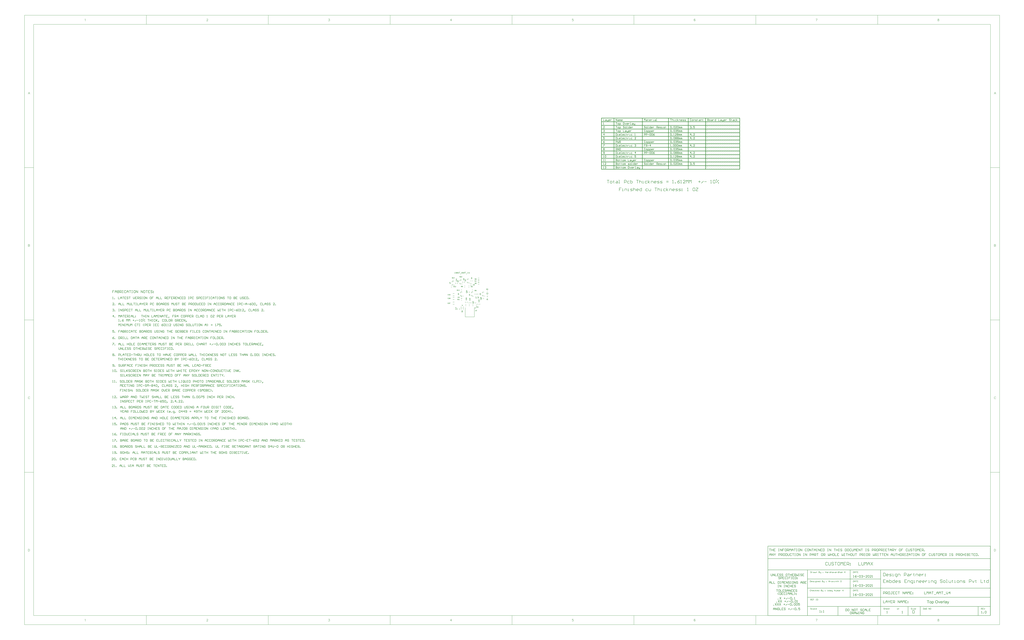
<source format=gto>
G04 Layer_Color=65535*
%FSLAX25Y25*%
%MOIN*%
G70*
G01*
G75*
%ADD22C,0.00800*%
%ADD24C,0.01500*%
%ADD26C,0.00100*%
%ADD27C,0.01000*%
%ADD28C,0.00500*%
%ADD29C,0.00700*%
G36*
X1630327Y-941985D02*
X1630488Y-942014D01*
X1630663Y-942073D01*
X1630869Y-942131D01*
X1631088Y-942234D01*
X1631322Y-942366D01*
X1630898Y-943449D01*
X1630883Y-943434D01*
X1630825Y-943405D01*
X1630737Y-943361D01*
X1630634Y-943317D01*
X1630503Y-943273D01*
X1630356Y-943229D01*
X1630195Y-943200D01*
X1630034Y-943185D01*
X1629975D01*
X1629902Y-943200D01*
X1629800Y-943215D01*
X1629697Y-943244D01*
X1629580Y-943288D01*
X1629463Y-943347D01*
X1629346Y-943420D01*
X1629331Y-943434D01*
X1629302Y-943464D01*
X1629243Y-943522D01*
X1629185Y-943595D01*
X1629112Y-943683D01*
X1629038Y-943800D01*
X1628980Y-943932D01*
X1628921Y-944079D01*
X1628907Y-944108D01*
X1628892Y-944181D01*
X1628863Y-944313D01*
X1628834Y-944488D01*
X1628790Y-944693D01*
X1628760Y-944928D01*
X1628746Y-945177D01*
X1628731Y-945455D01*
Y-949100D01*
X1627545D01*
Y-942131D01*
X1628614D01*
Y-943171D01*
X1628629Y-943156D01*
X1628687Y-943068D01*
X1628760Y-942937D01*
X1628848Y-942790D01*
X1628965Y-942629D01*
X1629097Y-942468D01*
X1629214Y-942322D01*
X1629346Y-942219D01*
X1629361Y-942205D01*
X1629404Y-942175D01*
X1629478Y-942146D01*
X1629580Y-942087D01*
X1629683Y-942043D01*
X1629814Y-942014D01*
X1629961Y-941985D01*
X1630107Y-941970D01*
X1630210D01*
X1630327Y-941985D01*
D02*
G37*
G36*
X1616404Y-949100D02*
X1615291D01*
X1612642Y-942131D01*
X1613886D01*
X1615379Y-946318D01*
X1615394Y-946348D01*
X1615423Y-946436D01*
X1615467Y-946567D01*
X1615526Y-946743D01*
X1615599Y-946948D01*
X1615672Y-947182D01*
X1615760Y-947446D01*
X1615833Y-947709D01*
X1615848Y-947680D01*
X1615862Y-947607D01*
X1615906Y-947490D01*
X1615950Y-947343D01*
X1616009Y-947153D01*
X1616082Y-946919D01*
X1616170Y-946670D01*
X1616272Y-946392D01*
X1617824Y-942131D01*
X1619039D01*
X1616404Y-949100D01*
D02*
G37*
G36*
X1645538Y-949217D02*
Y-949232D01*
X1645523Y-949261D01*
X1645494Y-949320D01*
X1645465Y-949407D01*
X1645435Y-949495D01*
X1645391Y-949598D01*
X1645304Y-949847D01*
X1645186Y-950110D01*
X1645084Y-950359D01*
X1644981Y-950608D01*
X1644923Y-950710D01*
X1644879Y-950798D01*
X1644864Y-950828D01*
X1644820Y-950886D01*
X1644762Y-950989D01*
X1644674Y-951120D01*
X1644557Y-951252D01*
X1644440Y-951398D01*
X1644293Y-951530D01*
X1644147Y-951647D01*
X1644132Y-951662D01*
X1644074Y-951691D01*
X1643986Y-951735D01*
X1643869Y-951779D01*
X1643737Y-951838D01*
X1643561Y-951882D01*
X1643386Y-951911D01*
X1643181Y-951925D01*
X1643122D01*
X1643049Y-951911D01*
X1642961D01*
X1642844Y-951896D01*
X1642712Y-951867D01*
X1642419Y-951779D01*
X1642288Y-950681D01*
X1642302D01*
X1642346Y-950696D01*
X1642419Y-950710D01*
X1642522Y-950740D01*
X1642727Y-950784D01*
X1642961Y-950798D01*
X1643034D01*
X1643093Y-950784D01*
X1643195D01*
X1643400Y-950740D01*
X1643503Y-950710D01*
X1643591Y-950667D01*
X1643605D01*
X1643635Y-950637D01*
X1643678Y-950608D01*
X1643722Y-950564D01*
X1643854Y-950447D01*
X1643986Y-950286D01*
Y-950271D01*
X1644001Y-950242D01*
X1644030Y-950198D01*
X1644074Y-950110D01*
X1644118Y-949993D01*
X1644176Y-949847D01*
X1644249Y-949642D01*
X1644337Y-949407D01*
X1644352Y-949393D01*
X1644367Y-949334D01*
X1644411Y-949246D01*
X1644454Y-949115D01*
X1641805Y-942131D01*
X1643064D01*
X1644513Y-946143D01*
Y-946157D01*
X1644528Y-946172D01*
X1644542Y-946216D01*
X1644557Y-946274D01*
X1644615Y-946436D01*
X1644689Y-946640D01*
X1644762Y-946875D01*
X1644850Y-947153D01*
X1644938Y-947446D01*
X1645025Y-947753D01*
Y-947738D01*
X1645040Y-947724D01*
Y-947680D01*
X1645069Y-947621D01*
X1645099Y-947460D01*
X1645157Y-947270D01*
X1645230Y-947036D01*
X1645318Y-946772D01*
X1645406Y-946494D01*
X1645509Y-946201D01*
X1647002Y-942131D01*
X1648173D01*
X1645538Y-949217D01*
D02*
G37*
G36*
X66744Y131479D02*
X62574D01*
Y131932D01*
X66744D01*
Y131479D01*
D02*
G37*
G36*
X47641D02*
X43471D01*
Y131932D01*
X47641D01*
Y131479D01*
D02*
G37*
G36*
X1595132Y-942000D02*
X1595337Y-942029D01*
X1595586Y-942087D01*
X1595850Y-942161D01*
X1596113Y-942278D01*
X1596377Y-942439D01*
X1596391D01*
X1596406Y-942453D01*
X1596494Y-942527D01*
X1596611Y-942629D01*
X1596772Y-942776D01*
X1596933Y-942951D01*
X1597109Y-943185D01*
X1597270Y-943434D01*
X1597416Y-943742D01*
Y-943756D01*
X1597431Y-943786D01*
X1597445Y-943830D01*
X1597475Y-943888D01*
X1597504Y-943961D01*
X1597533Y-944064D01*
X1597592Y-944283D01*
X1597650Y-944562D01*
X1597709Y-944869D01*
X1597753Y-945206D01*
X1597767Y-945572D01*
Y-945586D01*
Y-945616D01*
Y-945674D01*
Y-945747D01*
X1597753Y-945850D01*
Y-945952D01*
X1597723Y-946216D01*
X1597665Y-946509D01*
X1597606Y-946831D01*
X1597504Y-947167D01*
X1597372Y-947504D01*
Y-947519D01*
X1597357Y-947548D01*
X1597328Y-947592D01*
X1597299Y-947651D01*
X1597211Y-947797D01*
X1597094Y-947987D01*
X1596933Y-948192D01*
X1596743Y-948412D01*
X1596523Y-948617D01*
X1596259Y-948807D01*
X1596245D01*
X1596230Y-948822D01*
X1596186Y-948851D01*
X1596128Y-948880D01*
X1595981Y-948954D01*
X1595791Y-949027D01*
X1595557Y-949115D01*
X1595308Y-949188D01*
X1595015Y-949246D01*
X1594722Y-949261D01*
X1594620D01*
X1594517Y-949246D01*
X1594371Y-949232D01*
X1594210Y-949203D01*
X1594034Y-949159D01*
X1593844Y-949100D01*
X1593668Y-949027D01*
X1593654Y-949012D01*
X1593595Y-948983D01*
X1593507Y-948924D01*
X1593405Y-948851D01*
X1593273Y-948763D01*
X1593156Y-948661D01*
X1593024Y-948529D01*
X1592907Y-948397D01*
Y-951764D01*
X1591721D01*
Y-942131D01*
X1592805D01*
Y-943039D01*
X1592819Y-943010D01*
X1592863Y-942951D01*
X1592951Y-942863D01*
X1593053Y-942746D01*
X1593171Y-942614D01*
X1593317Y-942483D01*
X1593478Y-942351D01*
X1593654Y-942249D01*
X1593683Y-942234D01*
X1593741Y-942205D01*
X1593844Y-942161D01*
X1593976Y-942102D01*
X1594151Y-942058D01*
X1594342Y-942014D01*
X1594561Y-941985D01*
X1594810Y-941970D01*
X1594957D01*
X1595132Y-942000D01*
D02*
G37*
G36*
X1623168Y-941985D02*
X1623285Y-942000D01*
X1623431Y-942014D01*
X1623578Y-942043D01*
X1623753Y-942087D01*
X1624105Y-942205D01*
X1624295Y-942278D01*
X1624485Y-942380D01*
X1624676Y-942483D01*
X1624866Y-942614D01*
X1625042Y-942761D01*
X1625217Y-942937D01*
X1625232Y-942951D01*
X1625261Y-942980D01*
X1625305Y-943039D01*
X1625364Y-943112D01*
X1625422Y-943215D01*
X1625496Y-943332D01*
X1625583Y-943464D01*
X1625671Y-943625D01*
X1625744Y-943815D01*
X1625832Y-944005D01*
X1625905Y-944225D01*
X1625979Y-944474D01*
X1626023Y-944723D01*
X1626067Y-945001D01*
X1626096Y-945294D01*
X1626110Y-945616D01*
Y-945630D01*
Y-945689D01*
Y-945791D01*
X1626096Y-945923D01*
X1620913D01*
Y-945938D01*
Y-945967D01*
X1620928Y-946040D01*
Y-946113D01*
X1620943Y-946216D01*
X1620957Y-946318D01*
X1621016Y-946582D01*
X1621104Y-946860D01*
X1621206Y-947153D01*
X1621367Y-947446D01*
X1621557Y-947695D01*
X1621587Y-947724D01*
X1621660Y-947782D01*
X1621792Y-947885D01*
X1621953Y-947987D01*
X1622172Y-948104D01*
X1622421Y-948207D01*
X1622699Y-948265D01*
X1623007Y-948295D01*
X1623124D01*
X1623241Y-948280D01*
X1623387Y-948251D01*
X1623563Y-948207D01*
X1623753Y-948148D01*
X1623944Y-948075D01*
X1624119Y-947958D01*
X1624134Y-947943D01*
X1624193Y-947885D01*
X1624281Y-947812D01*
X1624383Y-947680D01*
X1624500Y-947534D01*
X1624617Y-947343D01*
X1624734Y-947109D01*
X1624851Y-946845D01*
X1626067Y-947007D01*
Y-947021D01*
X1626052Y-947050D01*
X1626037Y-947109D01*
X1626008Y-947182D01*
X1625979Y-947270D01*
X1625935Y-947373D01*
X1625818Y-947621D01*
X1625671Y-947885D01*
X1625496Y-948163D01*
X1625261Y-948441D01*
X1624998Y-948675D01*
X1624983D01*
X1624969Y-948705D01*
X1624925Y-948734D01*
X1624851Y-948763D01*
X1624778Y-948807D01*
X1624690Y-948866D01*
X1624588Y-948910D01*
X1624456Y-948968D01*
X1624178Y-949071D01*
X1623827Y-949173D01*
X1623446Y-949232D01*
X1623007Y-949261D01*
X1622860D01*
X1622758Y-949246D01*
X1622626Y-949232D01*
X1622480Y-949217D01*
X1622319Y-949188D01*
X1622128Y-949144D01*
X1621748Y-949027D01*
X1621543Y-948954D01*
X1621353Y-948866D01*
X1621148Y-948763D01*
X1620957Y-948631D01*
X1620767Y-948485D01*
X1620591Y-948324D01*
X1620577Y-948309D01*
X1620547Y-948280D01*
X1620503Y-948222D01*
X1620459Y-948148D01*
X1620386Y-948061D01*
X1620313Y-947943D01*
X1620225Y-947797D01*
X1620152Y-947636D01*
X1620064Y-947460D01*
X1619976Y-947270D01*
X1619903Y-947050D01*
X1619845Y-946816D01*
X1619786Y-946567D01*
X1619742Y-946289D01*
X1619713Y-945996D01*
X1619698Y-945689D01*
Y-945674D01*
Y-945616D01*
Y-945513D01*
X1619713Y-945396D01*
X1619727Y-945250D01*
X1619742Y-945074D01*
X1619771Y-944884D01*
X1619815Y-944679D01*
X1619918Y-944240D01*
X1619991Y-944020D01*
X1620079Y-943786D01*
X1620181Y-943566D01*
X1620298Y-943347D01*
X1620430Y-943141D01*
X1620591Y-942951D01*
X1620606Y-942937D01*
X1620635Y-942907D01*
X1620679Y-942863D01*
X1620752Y-942790D01*
X1620840Y-942717D01*
X1620957Y-942644D01*
X1621074Y-942556D01*
X1621221Y-942453D01*
X1621382Y-942366D01*
X1621557Y-942278D01*
X1621748Y-942205D01*
X1621967Y-942117D01*
X1622187Y-942058D01*
X1622421Y-942014D01*
X1622670Y-941985D01*
X1622934Y-941970D01*
X1623065D01*
X1623168Y-941985D01*
D02*
G37*
G36*
X1607503Y-939335D02*
X1607620D01*
X1607767Y-939350D01*
X1607913Y-939379D01*
X1608089Y-939394D01*
X1608455Y-939482D01*
X1608865Y-939599D01*
X1609274Y-939745D01*
X1609479Y-939847D01*
X1609684Y-939965D01*
X1609699D01*
X1609728Y-939994D01*
X1609787Y-940023D01*
X1609860Y-940082D01*
X1609948Y-940140D01*
X1610050Y-940228D01*
X1610285Y-940419D01*
X1610548Y-940667D01*
X1610826Y-940975D01*
X1611075Y-941326D01*
X1611309Y-941736D01*
Y-941751D01*
X1611339Y-941795D01*
X1611368Y-941853D01*
X1611397Y-941941D01*
X1611441Y-942043D01*
X1611485Y-942175D01*
X1611544Y-942322D01*
X1611602Y-942483D01*
X1611646Y-942673D01*
X1611705Y-942863D01*
X1611793Y-943303D01*
X1611851Y-943786D01*
X1611880Y-944313D01*
Y-944327D01*
Y-944371D01*
Y-944459D01*
X1611866Y-944562D01*
Y-944693D01*
X1611851Y-944840D01*
X1611836Y-945001D01*
X1611807Y-945191D01*
X1611734Y-945601D01*
X1611632Y-946040D01*
X1611485Y-946494D01*
X1611280Y-946933D01*
Y-946948D01*
X1611251Y-946977D01*
X1611222Y-947036D01*
X1611178Y-947124D01*
X1611105Y-947211D01*
X1611031Y-947329D01*
X1610856Y-947577D01*
X1610621Y-947856D01*
X1610329Y-948148D01*
X1609992Y-948427D01*
X1609611Y-948675D01*
X1609597D01*
X1609567Y-948705D01*
X1609509Y-948734D01*
X1609421Y-948763D01*
X1609318Y-948807D01*
X1609201Y-948866D01*
X1609069Y-948910D01*
X1608908Y-948968D01*
X1608572Y-949071D01*
X1608176Y-949173D01*
X1607737Y-949232D01*
X1607283Y-949261D01*
X1607152D01*
X1607049Y-949246D01*
X1606932D01*
X1606800Y-949232D01*
X1606639Y-949203D01*
X1606464Y-949173D01*
X1606098Y-949100D01*
X1605688Y-948983D01*
X1605263Y-948822D01*
X1605058Y-948734D01*
X1604853Y-948617D01*
X1604839Y-948602D01*
X1604809Y-948588D01*
X1604751Y-948544D01*
X1604678Y-948500D01*
X1604590Y-948427D01*
X1604487Y-948353D01*
X1604253Y-948148D01*
X1603989Y-947885D01*
X1603711Y-947592D01*
X1603462Y-947226D01*
X1603228Y-946831D01*
Y-946816D01*
X1603199Y-946772D01*
X1603184Y-946714D01*
X1603140Y-946626D01*
X1603096Y-946523D01*
X1603053Y-946406D01*
X1603009Y-946260D01*
X1602965Y-946099D01*
X1602906Y-945923D01*
X1602862Y-945747D01*
X1602774Y-945337D01*
X1602716Y-944898D01*
X1602687Y-944430D01*
Y-944401D01*
Y-944327D01*
X1602701Y-944196D01*
Y-944035D01*
X1602730Y-943830D01*
X1602760Y-943595D01*
X1602789Y-943347D01*
X1602847Y-943054D01*
X1602921Y-942761D01*
X1602994Y-942453D01*
X1603096Y-942146D01*
X1603228Y-941839D01*
X1603375Y-941531D01*
X1603536Y-941224D01*
X1603741Y-940946D01*
X1603960Y-940682D01*
X1603975Y-940667D01*
X1604019Y-940623D01*
X1604092Y-940550D01*
X1604194Y-940462D01*
X1604326Y-940360D01*
X1604473Y-940257D01*
X1604648Y-940126D01*
X1604853Y-939994D01*
X1605087Y-939877D01*
X1605336Y-939745D01*
X1605614Y-939643D01*
X1605907Y-939525D01*
X1606215Y-939452D01*
X1606551Y-939379D01*
X1606917Y-939335D01*
X1607283Y-939320D01*
X1607415D01*
X1607503Y-939335D01*
D02*
G37*
G36*
X1587315Y-941985D02*
X1587446Y-942000D01*
X1587578Y-942014D01*
X1587739Y-942043D01*
X1587915Y-942087D01*
X1588281Y-942205D01*
X1588471Y-942278D01*
X1588676Y-942366D01*
X1588866Y-942483D01*
X1589057Y-942614D01*
X1589247Y-942761D01*
X1589423Y-942922D01*
X1589437Y-942937D01*
X1589467Y-942966D01*
X1589511Y-943024D01*
X1589569Y-943098D01*
X1589642Y-943185D01*
X1589715Y-943303D01*
X1589803Y-943449D01*
X1589891Y-943595D01*
X1589964Y-943771D01*
X1590052Y-943976D01*
X1590125Y-944181D01*
X1590199Y-944415D01*
X1590257Y-944664D01*
X1590301Y-944942D01*
X1590330Y-945220D01*
X1590345Y-945528D01*
Y-945543D01*
Y-945586D01*
Y-945660D01*
Y-945747D01*
X1590330Y-945865D01*
Y-945996D01*
X1590316Y-946143D01*
X1590301Y-946304D01*
X1590242Y-946640D01*
X1590169Y-946992D01*
X1590067Y-947343D01*
X1589935Y-947651D01*
Y-947665D01*
X1589920Y-947680D01*
X1589862Y-947782D01*
X1589759Y-947914D01*
X1589628Y-948090D01*
X1589467Y-948280D01*
X1589262Y-948470D01*
X1589027Y-948661D01*
X1588749Y-948837D01*
X1588735D01*
X1588720Y-948851D01*
X1588676Y-948880D01*
X1588617Y-948895D01*
X1588456Y-948968D01*
X1588251Y-949041D01*
X1588003Y-949129D01*
X1587724Y-949188D01*
X1587417Y-949246D01*
X1587080Y-949261D01*
X1586934D01*
X1586831Y-949246D01*
X1586714Y-949232D01*
X1586568Y-949217D01*
X1586407Y-949188D01*
X1586231Y-949144D01*
X1585865Y-949027D01*
X1585660Y-948954D01*
X1585470Y-948866D01*
X1585265Y-948763D01*
X1585075Y-948631D01*
X1584884Y-948485D01*
X1584709Y-948324D01*
X1584694Y-948309D01*
X1584665Y-948280D01*
X1584621Y-948222D01*
X1584577Y-948148D01*
X1584504Y-948046D01*
X1584430Y-947929D01*
X1584343Y-947797D01*
X1584269Y-947636D01*
X1584181Y-947446D01*
X1584094Y-947255D01*
X1584021Y-947021D01*
X1583962Y-946787D01*
X1583903Y-946523D01*
X1583859Y-946245D01*
X1583830Y-945938D01*
X1583815Y-945616D01*
Y-945586D01*
Y-945528D01*
X1583830Y-945425D01*
Y-945294D01*
X1583845Y-945133D01*
X1583874Y-944957D01*
X1583903Y-944752D01*
X1583947Y-944532D01*
X1584006Y-944298D01*
X1584079Y-944064D01*
X1584167Y-943830D01*
X1584269Y-943595D01*
X1584387Y-943361D01*
X1584533Y-943141D01*
X1584694Y-942937D01*
X1584884Y-942746D01*
X1584899Y-942732D01*
X1584928Y-942717D01*
X1584972Y-942673D01*
X1585045Y-942629D01*
X1585133Y-942571D01*
X1585236Y-942497D01*
X1585353Y-942424D01*
X1585499Y-942351D01*
X1585645Y-942292D01*
X1585807Y-942219D01*
X1586187Y-942087D01*
X1586612Y-942000D01*
X1586846Y-941985D01*
X1587080Y-941970D01*
X1587212D01*
X1587315Y-941985D01*
D02*
G37*
G36*
X1638247D02*
X1638452Y-942000D01*
X1638686Y-942029D01*
X1638935Y-942058D01*
X1639169Y-942117D01*
X1639389Y-942190D01*
X1639418Y-942205D01*
X1639477Y-942219D01*
X1639579Y-942278D01*
X1639696Y-942336D01*
X1639828Y-942410D01*
X1639975Y-942497D01*
X1640092Y-942600D01*
X1640209Y-942717D01*
X1640223Y-942732D01*
X1640253Y-942776D01*
X1640297Y-942834D01*
X1640355Y-942937D01*
X1640414Y-943054D01*
X1640472Y-943185D01*
X1640531Y-943347D01*
X1640575Y-943522D01*
Y-943537D01*
X1640589Y-943581D01*
X1640604Y-943654D01*
X1640619Y-943771D01*
Y-943917D01*
X1640633Y-944108D01*
X1640648Y-944327D01*
Y-944606D01*
Y-946187D01*
Y-946201D01*
Y-946260D01*
Y-946348D01*
Y-946450D01*
Y-946582D01*
Y-946728D01*
X1640663Y-947065D01*
Y-947431D01*
X1640677Y-947768D01*
X1640692Y-947929D01*
Y-948061D01*
X1640707Y-948178D01*
X1640721Y-948280D01*
Y-948295D01*
X1640736Y-948353D01*
X1640751Y-948441D01*
X1640780Y-948544D01*
X1640824Y-948661D01*
X1640882Y-948807D01*
X1641014Y-949100D01*
X1639784D01*
X1639770Y-949085D01*
X1639755Y-949041D01*
X1639726Y-948954D01*
X1639682Y-948851D01*
X1639638Y-948719D01*
X1639609Y-948573D01*
X1639579Y-948412D01*
X1639550Y-948222D01*
X1639521Y-948251D01*
X1639433Y-948309D01*
X1639316Y-948412D01*
X1639140Y-948529D01*
X1638950Y-948675D01*
X1638730Y-948807D01*
X1638511Y-948924D01*
X1638276Y-949027D01*
X1638247Y-949041D01*
X1638174Y-949056D01*
X1638057Y-949100D01*
X1637896Y-949144D01*
X1637691Y-949188D01*
X1637471Y-949217D01*
X1637237Y-949246D01*
X1636973Y-949261D01*
X1636871D01*
X1636783Y-949246D01*
X1636695D01*
X1636578Y-949232D01*
X1636329Y-949188D01*
X1636036Y-949129D01*
X1635758Y-949027D01*
X1635465Y-948895D01*
X1635217Y-948705D01*
X1635187Y-948675D01*
X1635114Y-948602D01*
X1635026Y-948485D01*
X1634909Y-948309D01*
X1634792Y-948104D01*
X1634704Y-947870D01*
X1634631Y-947577D01*
X1634602Y-947270D01*
Y-947241D01*
Y-947182D01*
X1634616Y-947080D01*
X1634631Y-946963D01*
X1634660Y-946816D01*
X1634690Y-946655D01*
X1634748Y-946494D01*
X1634821Y-946333D01*
X1634836Y-946318D01*
X1634865Y-946260D01*
X1634909Y-946187D01*
X1634982Y-946084D01*
X1635070Y-945982D01*
X1635187Y-945865D01*
X1635304Y-945762D01*
X1635436Y-945660D01*
X1635451Y-945645D01*
X1635509Y-945616D01*
X1635583Y-945572D01*
X1635685Y-945513D01*
X1635817Y-945440D01*
X1635949Y-945381D01*
X1636110Y-945323D01*
X1636285Y-945264D01*
X1636300D01*
X1636358Y-945250D01*
X1636432Y-945235D01*
X1636549Y-945206D01*
X1636695Y-945177D01*
X1636885Y-945147D01*
X1637090Y-945118D01*
X1637339Y-945089D01*
X1637354D01*
X1637398Y-945074D01*
X1637471D01*
X1637574Y-945059D01*
X1637691Y-945045D01*
X1637823Y-945030D01*
X1638145Y-944971D01*
X1638481Y-944913D01*
X1638833Y-944854D01*
X1639169Y-944767D01*
X1639316Y-944723D01*
X1639448Y-944679D01*
Y-944664D01*
Y-944635D01*
X1639462Y-944547D01*
Y-944444D01*
Y-944401D01*
Y-944371D01*
Y-944357D01*
Y-944342D01*
Y-944254D01*
X1639448Y-944122D01*
X1639418Y-943976D01*
X1639374Y-943815D01*
X1639316Y-943639D01*
X1639243Y-943493D01*
X1639125Y-943361D01*
X1639111Y-943347D01*
X1639038Y-943303D01*
X1638935Y-943229D01*
X1638789Y-943156D01*
X1638598Y-943083D01*
X1638364Y-943010D01*
X1638086Y-942966D01*
X1637779Y-942951D01*
X1637647D01*
X1637500Y-942966D01*
X1637310Y-942980D01*
X1637105Y-943024D01*
X1636915Y-943068D01*
X1636710Y-943141D01*
X1636549Y-943244D01*
X1636534Y-943259D01*
X1636490Y-943303D01*
X1636417Y-943376D01*
X1636329Y-943478D01*
X1636227Y-943625D01*
X1636139Y-943800D01*
X1636036Y-944020D01*
X1635963Y-944269D01*
X1634807Y-944108D01*
Y-944093D01*
X1634821Y-944079D01*
X1634836Y-943991D01*
X1634880Y-943859D01*
X1634924Y-943683D01*
X1634997Y-943493D01*
X1635085Y-943303D01*
X1635187Y-943098D01*
X1635319Y-942922D01*
X1635334Y-942907D01*
X1635392Y-942849D01*
X1635465Y-942761D01*
X1635583Y-942658D01*
X1635729Y-942556D01*
X1635919Y-942439D01*
X1636124Y-942322D01*
X1636358Y-942219D01*
X1636373D01*
X1636388Y-942205D01*
X1636432Y-942190D01*
X1636476Y-942175D01*
X1636622Y-942146D01*
X1636812Y-942087D01*
X1637047Y-942043D01*
X1637310Y-942014D01*
X1637617Y-941985D01*
X1637940Y-941970D01*
X1638086D01*
X1638247Y-941985D01*
D02*
G37*
G36*
X1633182Y-949100D02*
X1631996D01*
Y-939482D01*
X1633182D01*
Y-949100D01*
D02*
G37*
G36*
X1583098Y-940609D02*
X1579936D01*
Y-949100D01*
X1578662D01*
Y-940609D01*
X1575500D01*
Y-939482D01*
X1583098D01*
Y-940609D01*
D02*
G37*
G36*
X74390Y134704D02*
X75086D01*
Y134126D01*
X74390D01*
Y132900D01*
X73758D01*
Y134126D01*
X71532D01*
Y134704D01*
X73875Y138023D01*
X74390D01*
Y134704D01*
D02*
G37*
G36*
X62535Y137430D02*
X60848D01*
Y132900D01*
X60168D01*
Y137430D01*
X58482D01*
Y138031D01*
X62535D01*
Y137430D01*
D02*
G37*
G36*
X57771Y132900D02*
X57115D01*
Y137196D01*
X55615Y132900D01*
X55006D01*
X53530Y137266D01*
Y132900D01*
X52874D01*
Y138031D01*
X53889D01*
X55108Y134399D01*
Y134392D01*
X55115Y134376D01*
X55123Y134353D01*
X55131Y134314D01*
X55162Y134228D01*
X55201Y134118D01*
X55240Y133993D01*
X55279Y133868D01*
X55318Y133744D01*
X55350Y133642D01*
X55357Y133658D01*
X55365Y133697D01*
X55389Y133759D01*
X55420Y133845D01*
X55451Y133962D01*
X55498Y134103D01*
X55560Y134267D01*
X55623Y134462D01*
X56849Y138031D01*
X57771D01*
Y132900D01*
D02*
G37*
G36*
X69376D02*
X68681D01*
X66690Y138031D01*
X67432D01*
X68759Y134306D01*
Y134298D01*
X68767Y134282D01*
X68775Y134259D01*
X68791Y134228D01*
X68814Y134142D01*
X68853Y134032D01*
X68900Y133900D01*
X68947Y133759D01*
X69033Y133462D01*
Y133470D01*
X69041Y133478D01*
X69048Y133501D01*
X69056Y133533D01*
X69080Y133618D01*
X69111Y133728D01*
X69150Y133853D01*
X69197Y133993D01*
X69252Y134150D01*
X69306Y134306D01*
X70696Y138031D01*
X71384D01*
X69376Y132900D01*
D02*
G37*
G36*
X33888D02*
X33232D01*
Y137196D01*
X31732Y132900D01*
X31123D01*
X29647Y137266D01*
Y132900D01*
X28991D01*
Y138031D01*
X30006D01*
X31225Y134399D01*
Y134392D01*
X31232Y134376D01*
X31240Y134353D01*
X31248Y134314D01*
X31279Y134228D01*
X31318Y134118D01*
X31357Y133993D01*
X31396Y133868D01*
X31435Y133744D01*
X31467Y133642D01*
X31475Y133658D01*
X31482Y133697D01*
X31506Y133759D01*
X31537Y133845D01*
X31568Y133962D01*
X31615Y134103D01*
X31678Y134267D01*
X31740Y134462D01*
X32966Y138031D01*
X33888D01*
Y132900D01*
D02*
G37*
G36*
X39206D02*
X38441D01*
X37847Y134454D01*
X35692D01*
X35137Y132900D01*
X34419D01*
X36379Y138031D01*
X37121D01*
X39206Y132900D01*
D02*
G37*
G36*
X43432Y137430D02*
X41745D01*
Y132900D01*
X41065D01*
Y137430D01*
X39378D01*
Y138031D01*
X43432D01*
Y137430D01*
D02*
G37*
G36*
X25679Y133501D02*
X28202D01*
Y132900D01*
X25000D01*
Y138031D01*
X25679D01*
Y133501D01*
D02*
G37*
G36*
X52343Y132900D02*
X51577D01*
X50984Y134454D01*
X48828D01*
X48274Y132900D01*
X47555D01*
X49516Y138031D01*
X50257D01*
X52343Y132900D01*
D02*
G37*
%LPC*%
G36*
X1594839Y-942893D02*
X1594635D01*
X1594576Y-942907D01*
X1594444Y-942937D01*
X1594254Y-942980D01*
X1594049Y-943068D01*
X1593829Y-943200D01*
X1593712Y-943273D01*
X1593595Y-943376D01*
X1593478Y-943478D01*
X1593375Y-943610D01*
Y-943625D01*
X1593346Y-943639D01*
X1593317Y-943683D01*
X1593288Y-943742D01*
X1593244Y-943815D01*
X1593200Y-943903D01*
X1593141Y-944005D01*
X1593097Y-944122D01*
X1593039Y-944269D01*
X1592980Y-944415D01*
X1592936Y-944591D01*
X1592892Y-944767D01*
X1592863Y-944971D01*
X1592834Y-945191D01*
X1592805Y-945411D01*
Y-945660D01*
Y-945674D01*
Y-945718D01*
Y-945791D01*
X1592819Y-945879D01*
Y-945996D01*
X1592834Y-946113D01*
X1592878Y-946406D01*
X1592936Y-946743D01*
X1593024Y-947065D01*
X1593156Y-947373D01*
X1593244Y-947519D01*
X1593332Y-947651D01*
X1593361Y-947680D01*
X1593434Y-947753D01*
X1593551Y-947856D01*
X1593697Y-947973D01*
X1593888Y-948090D01*
X1594122Y-948192D01*
X1594371Y-948265D01*
X1594503Y-948280D01*
X1594649Y-948295D01*
X1594722D01*
X1594781Y-948280D01*
X1594927Y-948265D01*
X1595103Y-948207D01*
X1595323Y-948134D01*
X1595542Y-948017D01*
X1595762Y-947856D01*
X1595879Y-947753D01*
X1595981Y-947636D01*
Y-947621D01*
X1596011Y-947607D01*
X1596040Y-947563D01*
X1596069Y-947504D01*
X1596113Y-947431D01*
X1596157Y-947343D01*
X1596216Y-947241D01*
X1596274Y-947124D01*
X1596318Y-946992D01*
X1596377Y-946831D01*
X1596421Y-946670D01*
X1596465Y-946479D01*
X1596494Y-946274D01*
X1596523Y-946055D01*
X1596552Y-945821D01*
Y-945572D01*
Y-945557D01*
Y-945513D01*
Y-945440D01*
X1596538Y-945352D01*
Y-945235D01*
X1596523Y-945103D01*
X1596479Y-944810D01*
X1596421Y-944488D01*
X1596318Y-944152D01*
X1596186Y-943844D01*
X1596099Y-943698D01*
X1595996Y-943566D01*
Y-943551D01*
X1595967Y-943537D01*
X1595893Y-943464D01*
X1595791Y-943347D01*
X1595630Y-943229D01*
X1595440Y-943112D01*
X1595220Y-942995D01*
X1594971Y-942922D01*
X1594839Y-942893D01*
D02*
G37*
G36*
X1622948Y-942937D02*
X1622875D01*
X1622816Y-942951D01*
X1622655Y-942966D01*
X1622465Y-943010D01*
X1622245Y-943068D01*
X1622026Y-943171D01*
X1621792Y-943303D01*
X1621572Y-943493D01*
X1621543Y-943522D01*
X1621484Y-943595D01*
X1621396Y-943713D01*
X1621294Y-943888D01*
X1621191Y-944093D01*
X1621089Y-944342D01*
X1621016Y-944635D01*
X1620972Y-944957D01*
X1624866D01*
Y-944942D01*
Y-944913D01*
X1624851Y-944869D01*
Y-944810D01*
X1624822Y-944649D01*
X1624778Y-944459D01*
X1624720Y-944254D01*
X1624632Y-944035D01*
X1624544Y-943815D01*
X1624412Y-943639D01*
Y-943625D01*
X1624383Y-943610D01*
X1624310Y-943522D01*
X1624178Y-943420D01*
X1624017Y-943288D01*
X1623797Y-943156D01*
X1623549Y-943039D01*
X1623270Y-942966D01*
X1623109Y-942951D01*
X1622948Y-942937D01*
D02*
G37*
G36*
X1607283Y-940419D02*
X1607152D01*
X1607064Y-940433D01*
X1606947Y-940448D01*
X1606800Y-940462D01*
X1606654Y-940492D01*
X1606493Y-940536D01*
X1606127Y-940653D01*
X1605937Y-940726D01*
X1605746Y-940814D01*
X1605541Y-940916D01*
X1605351Y-941048D01*
X1605161Y-941194D01*
X1604970Y-941355D01*
X1604956Y-941370D01*
X1604926Y-941399D01*
X1604882Y-941458D01*
X1604824Y-941531D01*
X1604751Y-941634D01*
X1604663Y-941765D01*
X1604575Y-941912D01*
X1604487Y-942087D01*
X1604399Y-942292D01*
X1604312Y-942512D01*
X1604224Y-942761D01*
X1604151Y-943054D01*
X1604092Y-943361D01*
X1604048Y-943683D01*
X1604019Y-944049D01*
X1604004Y-944444D01*
Y-944459D01*
Y-944518D01*
Y-944606D01*
X1604019Y-944737D01*
X1604033Y-944884D01*
X1604048Y-945045D01*
X1604077Y-945235D01*
X1604121Y-945440D01*
X1604224Y-945879D01*
X1604312Y-946099D01*
X1604399Y-946333D01*
X1604502Y-946553D01*
X1604619Y-946772D01*
X1604765Y-946992D01*
X1604926Y-947182D01*
X1604941Y-947197D01*
X1604970Y-947226D01*
X1605029Y-947270D01*
X1605102Y-947343D01*
X1605190Y-947416D01*
X1605292Y-947490D01*
X1605424Y-947592D01*
X1605571Y-947680D01*
X1605732Y-947768D01*
X1605907Y-947856D01*
X1606098Y-947943D01*
X1606317Y-948017D01*
X1606537Y-948090D01*
X1606771Y-948134D01*
X1607005Y-948163D01*
X1607269Y-948178D01*
X1607401D01*
X1607503Y-948163D01*
X1607635Y-948148D01*
X1607767Y-948119D01*
X1607928Y-948090D01*
X1608103Y-948046D01*
X1608469Y-947929D01*
X1608674Y-947856D01*
X1608865Y-947753D01*
X1609069Y-947636D01*
X1609260Y-947504D01*
X1609450Y-947358D01*
X1609626Y-947182D01*
X1609641Y-947167D01*
X1609670Y-947138D01*
X1609714Y-947080D01*
X1609772Y-946992D01*
X1609845Y-946889D01*
X1609919Y-946758D01*
X1610007Y-946611D01*
X1610094Y-946450D01*
X1610182Y-946245D01*
X1610270Y-946040D01*
X1610343Y-945806D01*
X1610416Y-945543D01*
X1610475Y-945264D01*
X1610519Y-944971D01*
X1610548Y-944649D01*
X1610563Y-944313D01*
Y-944298D01*
Y-944254D01*
Y-944196D01*
Y-944122D01*
X1610548Y-944020D01*
Y-943888D01*
X1610519Y-943610D01*
X1610460Y-943303D01*
X1610387Y-942951D01*
X1610285Y-942600D01*
X1610153Y-942263D01*
Y-942249D01*
X1610138Y-942219D01*
X1610109Y-942175D01*
X1610080Y-942117D01*
X1609992Y-941956D01*
X1609860Y-941765D01*
X1609699Y-941546D01*
X1609494Y-941311D01*
X1609260Y-941092D01*
X1608996Y-940902D01*
X1608982D01*
X1608967Y-940887D01*
X1608923Y-940858D01*
X1608865Y-940828D01*
X1608703Y-940755D01*
X1608499Y-940653D01*
X1608250Y-940565D01*
X1607957Y-940492D01*
X1607635Y-940433D01*
X1607283Y-940419D01*
D02*
G37*
G36*
X1587241Y-942951D02*
X1586992D01*
X1586934Y-942966D01*
X1586773Y-942980D01*
X1586568Y-943039D01*
X1586334Y-943112D01*
X1586085Y-943229D01*
X1585836Y-943405D01*
X1585719Y-943507D01*
X1585602Y-943625D01*
X1585572Y-943654D01*
X1585543Y-943698D01*
X1585514Y-943742D01*
X1585470Y-943815D01*
X1585426Y-943903D01*
X1585367Y-944005D01*
X1585323Y-944122D01*
X1585265Y-944254D01*
X1585206Y-944401D01*
X1585162Y-944562D01*
X1585118Y-944752D01*
X1585089Y-944942D01*
X1585060Y-945162D01*
X1585031Y-945381D01*
Y-945630D01*
Y-945645D01*
Y-945689D01*
Y-945762D01*
X1585045Y-945850D01*
Y-945952D01*
X1585060Y-946084D01*
X1585104Y-946377D01*
X1585177Y-946699D01*
X1585265Y-947036D01*
X1585411Y-947358D01*
X1585499Y-947504D01*
X1585602Y-947636D01*
X1585631Y-947665D01*
X1585704Y-947738D01*
X1585836Y-947841D01*
X1586012Y-947958D01*
X1586217Y-948090D01*
X1586480Y-948192D01*
X1586758Y-948265D01*
X1586919Y-948280D01*
X1587080Y-948295D01*
X1587168D01*
X1587227Y-948280D01*
X1587388Y-948265D01*
X1587593Y-948207D01*
X1587827Y-948134D01*
X1588076Y-948017D01*
X1588310Y-947856D01*
X1588427Y-947753D01*
X1588544Y-947636D01*
Y-947621D01*
X1588573Y-947607D01*
X1588603Y-947563D01*
X1588632Y-947504D01*
X1588676Y-947431D01*
X1588735Y-947343D01*
X1588778Y-947241D01*
X1588837Y-947124D01*
X1588896Y-946992D01*
X1588939Y-946845D01*
X1588998Y-946670D01*
X1589042Y-946479D01*
X1589071Y-946289D01*
X1589101Y-946070D01*
X1589130Y-945835D01*
Y-945586D01*
Y-945572D01*
Y-945528D01*
Y-945469D01*
X1589115Y-945367D01*
Y-945264D01*
X1589101Y-945147D01*
X1589057Y-944854D01*
X1588983Y-944547D01*
X1588881Y-944210D01*
X1588735Y-943903D01*
X1588530Y-943625D01*
Y-943610D01*
X1588500Y-943595D01*
X1588427Y-943522D01*
X1588295Y-943405D01*
X1588134Y-943288D01*
X1587915Y-943171D01*
X1587666Y-943054D01*
X1587388Y-942980D01*
X1587241Y-942951D01*
D02*
G37*
G36*
X1639448Y-945601D02*
X1639418Y-945616D01*
X1639374Y-945630D01*
X1639330Y-945645D01*
X1639257Y-945674D01*
X1639169Y-945689D01*
X1639082Y-945718D01*
X1638964Y-945762D01*
X1638833Y-945791D01*
X1638686Y-945821D01*
X1638540Y-945865D01*
X1638364Y-945909D01*
X1638174Y-945938D01*
X1637969Y-945982D01*
X1637749Y-946011D01*
X1637515Y-946055D01*
X1637486D01*
X1637398Y-946070D01*
X1637266Y-946099D01*
X1637105Y-946128D01*
X1636768Y-946201D01*
X1636607Y-946245D01*
X1636476Y-946289D01*
X1636461D01*
X1636432Y-946318D01*
X1636373Y-946348D01*
X1636315Y-946392D01*
X1636168Y-946509D01*
X1636022Y-946684D01*
Y-946699D01*
X1635992Y-946728D01*
X1635978Y-946772D01*
X1635949Y-946845D01*
X1635890Y-947021D01*
X1635875Y-947124D01*
X1635861Y-947241D01*
Y-947255D01*
Y-947314D01*
X1635875Y-947402D01*
X1635905Y-947519D01*
X1635949Y-947636D01*
X1636007Y-947768D01*
X1636095Y-947900D01*
X1636212Y-948031D01*
X1636227Y-948046D01*
X1636285Y-948075D01*
X1636358Y-948134D01*
X1636476Y-948178D01*
X1636622Y-948236D01*
X1636812Y-948295D01*
X1637017Y-948324D01*
X1637266Y-948339D01*
X1637383D01*
X1637500Y-948324D01*
X1637676Y-948295D01*
X1637852Y-948265D01*
X1638057Y-948222D01*
X1638262Y-948148D01*
X1638467Y-948046D01*
X1638496Y-948031D01*
X1638555Y-947987D01*
X1638657Y-947929D01*
X1638774Y-947826D01*
X1638891Y-947724D01*
X1639023Y-947577D01*
X1639155Y-947416D01*
X1639257Y-947226D01*
X1639272Y-947211D01*
X1639286Y-947153D01*
X1639316Y-947065D01*
X1639360Y-946933D01*
X1639389Y-946758D01*
X1639418Y-946553D01*
X1639433Y-946318D01*
X1639448Y-946040D01*
Y-945601D01*
D02*
G37*
G36*
X73758Y137000D02*
X72149Y134704D01*
X73758D01*
Y137000D01*
D02*
G37*
G36*
X36731Y137500D02*
Y137492D01*
X36723Y137477D01*
Y137453D01*
X36715Y137414D01*
X36699Y137367D01*
X36684Y137313D01*
X36652Y137188D01*
X36614Y137031D01*
X36567Y136867D01*
X36512Y136688D01*
X36450Y136508D01*
X35887Y135009D01*
X37629D01*
X37098Y136422D01*
Y136430D01*
X37090Y136453D01*
X37074Y136485D01*
X37059Y136532D01*
X37035Y136586D01*
X37012Y136649D01*
X36965Y136797D01*
X36902Y136969D01*
X36840Y137149D01*
X36785Y137328D01*
X36731Y137500D01*
D02*
G37*
G36*
X49867D02*
Y137492D01*
X49859Y137477D01*
Y137453D01*
X49851Y137414D01*
X49836Y137367D01*
X49820Y137313D01*
X49789Y137188D01*
X49750Y137031D01*
X49703Y136867D01*
X49648Y136688D01*
X49586Y136508D01*
X49024Y135009D01*
X50765D01*
X50234Y136422D01*
Y136430D01*
X50226Y136453D01*
X50211Y136485D01*
X50195Y136532D01*
X50172Y136586D01*
X50148Y136649D01*
X50101Y136797D01*
X50039Y136969D01*
X49976Y137149D01*
X49922Y137328D01*
X49867Y137500D01*
D02*
G37*
%LPD*%
D22*
X124988Y58906D02*
G03*
X124988Y58906I-500J0D01*
G01*
X75303Y101858D02*
G03*
X75303Y101858I-500J0D01*
G01*
X86350Y57900D02*
G03*
X86350Y57900I-500J0D01*
G01*
X50894Y98276D02*
G03*
X50894Y98276I-500J0D01*
G01*
X54500Y59000D02*
G03*
X54500Y59000I-500J0D01*
G01*
X25657Y94575D02*
G03*
X25657Y94575I-500J0D01*
G01*
X94554Y20250D02*
G03*
X94554Y20250I-1304J0D01*
G01*
X78550Y35449D02*
Y39449D01*
X72950Y35449D02*
Y39449D01*
X66700Y36700D02*
Y40700D01*
X61100Y36700D02*
Y40700D01*
X120700Y49500D02*
Y53500D01*
X115100Y49500D02*
Y53500D01*
X46999Y75339D02*
X48999D01*
X47000Y80261D02*
X49000D01*
X83961Y107999D02*
Y109999D01*
X79039Y108000D02*
Y110000D01*
X71399Y87939D02*
X73399D01*
X71400Y92861D02*
X73400D01*
X77100Y94900D02*
X81100D01*
X77100Y100500D02*
X81100D01*
X44899Y113539D02*
X46899D01*
X44900Y118461D02*
X46900D01*
X57601Y92861D02*
X59601D01*
X57600Y87939D02*
X59600D01*
X58100Y102700D02*
Y106700D01*
X52500Y102700D02*
Y106700D01*
X47499Y45039D02*
X49499D01*
X47500Y49961D02*
X49500D01*
X46500Y57800D02*
X50500D01*
X46500Y52200D02*
X50500D01*
X120610Y72008D02*
X121988D01*
X120610Y59803D02*
X121988D01*
X116673Y68668D02*
Y72008D01*
X120610D01*
X116673Y59803D02*
Y63143D01*
Y59803D02*
X120610D01*
X70925Y114961D02*
X72303D01*
X70925Y102756D02*
X72303D01*
X66988Y111620D02*
Y114961D01*
X70925D01*
X66988Y102756D02*
Y106096D01*
Y102756D02*
X70925D01*
X84783Y72008D02*
X86161D01*
X84783Y59803D02*
X86161D01*
X80846Y68668D02*
Y72008D01*
X84783D01*
X80846Y59803D02*
Y63143D01*
Y59803D02*
X84783D01*
X46516Y111378D02*
X47894D01*
X46516Y99173D02*
X47894D01*
X42579Y108038D02*
Y111378D01*
X46516D01*
X42579Y99173D02*
Y102513D01*
Y99173D02*
X46516D01*
X48838Y72008D02*
X50217D01*
X48838Y59803D02*
X50217D01*
X44901Y68668D02*
Y72008D01*
X48838D01*
X44901Y59803D02*
Y63143D01*
Y59803D02*
X48838D01*
X21280Y107677D02*
X22658D01*
X21280Y95472D02*
X22658D01*
X17343Y104337D02*
Y107677D01*
X21280D01*
X17343Y95472D02*
Y98813D01*
Y95472D02*
X21280D01*
X108100Y30400D02*
Y34400D01*
X102500Y30400D02*
Y34400D01*
X60350Y-9254D02*
X90259D01*
X60350D02*
Y21337D01*
X90259Y-9254D02*
Y21246D01*
X34300Y99000D02*
Y103000D01*
X28700Y99000D02*
Y103000D01*
X13999Y87539D02*
X15999D01*
X14000Y92461D02*
X16000Y92461D01*
X19499Y109739D02*
X21499D01*
X19500Y114661D02*
X21500D01*
X98400Y63300D02*
Y67300D01*
X92800Y63300D02*
Y67300D01*
X100339Y64701D02*
X100339Y66701D01*
X105261Y64700D02*
Y66700D01*
X82999Y74539D02*
X84999D01*
X83000Y79461D02*
X85000D01*
X131701Y77761D02*
X133701D01*
X131700Y72839D02*
X133700D01*
X132001Y56461D02*
X134001Y56461D01*
X132000Y51539D02*
X134000Y51539D01*
X131000Y59200D02*
X135000D01*
X131000Y64800D02*
X135000Y64800D01*
X94748Y35049D02*
Y39049D01*
X89148Y35049D02*
Y39049D01*
X102300Y103969D02*
X106300D01*
X102300Y98369D02*
X106300D01*
X102300Y105369D02*
X106300D01*
X102300Y110969D02*
X106300D01*
X102300Y117969D02*
X106300D01*
X102300Y112369D02*
X106300D01*
X73400Y69900D02*
Y73900D01*
X67800Y69900D02*
Y73900D01*
X34592Y14100D02*
Y19300D01*
X41482Y14100D02*
Y19200D01*
X61101Y27300D02*
X63501Y27300D01*
X61101Y31300D02*
X63501Y31300D01*
X72717Y27300D02*
X75117Y27300D01*
X72717Y31300D02*
X75117Y31300D01*
X84333Y27300D02*
X86733Y27300D01*
X84333Y31300D02*
X86733D01*
X95948Y27300D02*
X98348Y27300D01*
X95948Y31300D02*
X98348Y31300D01*
X19600Y54913D02*
X24800D01*
X19600Y48024D02*
X24700D01*
X19598Y39283D02*
X24798D01*
X19598Y32394D02*
X24698D01*
X47122Y15057D02*
Y24900D01*
X53815Y15057D02*
Y24900D01*
X19600Y60055D02*
X24700D01*
X19600Y66945D02*
X24800D01*
D24*
X961130Y475550D02*
Y643550D01*
X849162Y619550D02*
X961130D01*
X849162Y607550D02*
X961130D01*
X849162Y595550D02*
X961130D01*
X849162Y583550D02*
X961130D01*
X849162Y571550D02*
X961130D01*
X849162Y559550D02*
X961130D01*
X849162Y547550D02*
X961130D01*
X849162Y535550D02*
X961130D01*
X849162Y523550D02*
X961130D01*
X849162Y511550D02*
X961130D01*
X849162Y499550D02*
X961130D01*
X849162Y487550D02*
X961130D01*
X849162Y475550D02*
X961130D01*
X849162D02*
Y643550D01*
X792176Y619550D02*
X849162D01*
X792176Y607550D02*
X849162D01*
X792176Y595550D02*
X849162D01*
X792176Y583550D02*
X849162D01*
X792176Y571550D02*
X849162D01*
X792176Y559550D02*
X849162D01*
X792176Y547550D02*
X849162D01*
X792176Y535550D02*
X849162D01*
X792176Y523550D02*
X849162D01*
X792176Y511550D02*
X849162D01*
X792176Y499550D02*
X849162D01*
X792176Y487550D02*
X849162D01*
X792176Y475550D02*
X849162D01*
X792176D02*
Y643550D01*
X727192Y619550D02*
X792176D01*
X727192Y607550D02*
X792176D01*
X727192Y595550D02*
X792176D01*
X727192Y583550D02*
X792176D01*
X727192Y571550D02*
X792176D01*
X727192Y559550D02*
X792176D01*
X727192Y547550D02*
X792176D01*
X727192Y535550D02*
X792176D01*
X727192Y523550D02*
X792176D01*
X727192Y511550D02*
X792176D01*
X727192Y499550D02*
X792176D01*
X727192Y487550D02*
X792176D01*
X727192Y475550D02*
X792176D01*
X727192D02*
Y643550D01*
X641216Y619550D02*
X727192D01*
X641216Y607550D02*
X727192D01*
X641216Y595550D02*
X727192D01*
X641216Y583550D02*
X727192D01*
X641216Y571550D02*
X727192D01*
X641216Y559550D02*
X727192D01*
X641216Y547550D02*
X727192D01*
X641216Y535550D02*
X727192D01*
X641216Y523550D02*
X727192D01*
X641216Y511550D02*
X727192D01*
X641216Y499550D02*
X727192D01*
X641216Y487550D02*
X727192D01*
X641216Y475550D02*
X727192D01*
X641216D02*
Y643550D01*
X548241Y619550D02*
X641216D01*
X548241Y607550D02*
X641216D01*
X548241Y595550D02*
X641216D01*
X548241Y583550D02*
X641216D01*
X548241Y571550D02*
X641216D01*
X548241Y559550D02*
X641216D01*
X548241Y547550D02*
X641216D01*
X548241Y535550D02*
X641216D01*
X548241Y523550D02*
X641216D01*
X548241Y511550D02*
X641216D01*
X548241Y499550D02*
X641216D01*
X548241Y487550D02*
X641216D01*
X548241Y475550D02*
X641216D01*
X548241D02*
Y643550D01*
X507250Y619550D02*
X548241D01*
X507250Y607550D02*
X548241D01*
X507250Y595550D02*
X548241D01*
X507250Y583550D02*
X548241D01*
X507250Y571550D02*
X548241D01*
X507250Y559550D02*
X548241D01*
X507250Y547550D02*
X548241D01*
X507250Y535550D02*
X548241D01*
X507250Y523550D02*
X548241D01*
X507250Y511550D02*
X548241D01*
X507250Y499550D02*
X548241D01*
X507250Y487550D02*
X548241D01*
X507250Y475550D02*
X548241D01*
X507250D02*
Y643550D01*
X961130D01*
X507250Y631550D02*
X961130D01*
D26*
X849162Y627582D02*
X853130Y631550D01*
X849162Y621582D02*
X859130Y631550D01*
X853130Y619550D02*
X865130Y631550D01*
X859130Y619550D02*
X871130Y631550D01*
X865130Y619550D02*
X877130Y631550D01*
X871130Y619550D02*
X883130Y631550D01*
X877130Y619550D02*
X889130Y631550D01*
X883130Y619550D02*
X895130Y631550D01*
X889130Y619550D02*
X901130Y631550D01*
X895130Y619550D02*
X907130Y631550D01*
X901130Y619550D02*
X913130Y631550D01*
X907130Y619550D02*
X919130Y631550D01*
X913130Y619550D02*
X925130Y631550D01*
X919130Y619550D02*
X931130Y631550D01*
X925130Y619550D02*
X937130Y631550D01*
X931130Y619550D02*
X943130Y631550D01*
X937130Y619550D02*
X949130Y631550D01*
X943130Y619550D02*
X955130Y631550D01*
X949130Y619550D02*
X961130Y631550D01*
X955130Y619550D02*
X961130Y625550D01*
X849162Y615582D02*
X853130Y619550D01*
X849162Y609582D02*
X859130Y619550D01*
X853130Y607550D02*
X865130Y619550D01*
X859130Y607550D02*
X871130Y619550D01*
X865130Y607550D02*
X877130Y619550D01*
X871130Y607550D02*
X883130Y619550D01*
X877130Y607550D02*
X889130Y619550D01*
X883130Y607550D02*
X895130Y619550D01*
X889130Y607550D02*
X901130Y619550D01*
X895130Y607550D02*
X907130Y619550D01*
X901130Y607550D02*
X913130Y619550D01*
X907130Y607550D02*
X919130Y619550D01*
X913130Y607550D02*
X925130Y619550D01*
X919130Y607550D02*
X931130Y619550D01*
X925130Y607550D02*
X937130Y619550D01*
X931130Y607550D02*
X943130Y619550D01*
X937130Y607550D02*
X949130Y619550D01*
X943130Y607550D02*
X955130Y619550D01*
X949130Y607550D02*
X961130Y619550D01*
X955130Y607550D02*
X961130Y613550D01*
X849162Y603582D02*
X853130Y607550D01*
X849162Y597582D02*
X859130Y607550D01*
X853130Y595550D02*
X865130Y607550D01*
X859130Y595550D02*
X871130Y607550D01*
X865130Y595550D02*
X877130Y607550D01*
X871130Y595550D02*
X883130Y607550D01*
X877130Y595550D02*
X889130Y607550D01*
X883130Y595550D02*
X895130Y607550D01*
X889130Y595550D02*
X901130Y607550D01*
X895130Y595550D02*
X907130Y607550D01*
X901130Y595550D02*
X913130Y607550D01*
X907130Y595550D02*
X919130Y607550D01*
X913130Y595550D02*
X925130Y607550D01*
X919130Y595550D02*
X931130Y607550D01*
X925130Y595550D02*
X937130Y607550D01*
X931130Y595550D02*
X943130Y607550D01*
X937130Y595550D02*
X949130Y607550D01*
X943130Y595550D02*
X955130Y607550D01*
X949130Y595550D02*
X961130Y607550D01*
X955130Y595550D02*
X961130Y601550D01*
X849162Y591582D02*
X853130Y595550D01*
X849162Y585582D02*
X859130Y595550D01*
X853130Y583550D02*
X865130Y595550D01*
X859130Y583550D02*
X871130Y595550D01*
X865130Y583550D02*
X877130Y595550D01*
X871130Y583550D02*
X883130Y595550D01*
X877130Y583550D02*
X889130Y595550D01*
X883130Y583550D02*
X895130Y595550D01*
X889130Y583550D02*
X901130Y595550D01*
X895130Y583550D02*
X907130Y595550D01*
X901130Y583550D02*
X913130Y595550D01*
X907130Y583550D02*
X919130Y595550D01*
X913130Y583550D02*
X925130Y595550D01*
X919130Y583550D02*
X931130Y595550D01*
X925130Y583550D02*
X937130Y595550D01*
X931130Y583550D02*
X943130Y595550D01*
X937130Y583550D02*
X949130Y595550D01*
X943130Y583550D02*
X955130Y595550D01*
X949130Y583550D02*
X961130Y595550D01*
X955130Y583550D02*
X961130Y589550D01*
X849162Y579582D02*
X853130Y583550D01*
X849162Y573582D02*
X859130Y583550D01*
X853130Y571550D02*
X865130Y583550D01*
X859130Y571550D02*
X871130Y583550D01*
X865130Y571550D02*
X877130Y583550D01*
X871130Y571550D02*
X883130Y583550D01*
X877130Y571550D02*
X889130Y583550D01*
X883130Y571550D02*
X895130Y583550D01*
X889130Y571550D02*
X901130Y583550D01*
X895130Y571550D02*
X907130Y583550D01*
X901130Y571550D02*
X913130Y583550D01*
X907130Y571550D02*
X919130Y583550D01*
X913130Y571550D02*
X925130Y583550D01*
X919130Y571550D02*
X931130Y583550D01*
X925130Y571550D02*
X937130Y583550D01*
X931130Y571550D02*
X943130Y583550D01*
X937130Y571550D02*
X949130Y583550D01*
X943130Y571550D02*
X955130Y583550D01*
X949130Y571550D02*
X961130Y583550D01*
X955130Y571550D02*
X961130Y577550D01*
X849162Y567582D02*
X853130Y571550D01*
X849162Y561582D02*
X859130Y571550D01*
X853130Y559550D02*
X865130Y571550D01*
X859130Y559550D02*
X871130Y571550D01*
X865130Y559550D02*
X877130Y571550D01*
X871130Y559550D02*
X883130Y571550D01*
X877130Y559550D02*
X889130Y571550D01*
X883130Y559550D02*
X895130Y571550D01*
X889130Y559550D02*
X901130Y571550D01*
X895130Y559550D02*
X907130Y571550D01*
X901130Y559550D02*
X913130Y571550D01*
X907130Y559550D02*
X919130Y571550D01*
X913130Y559550D02*
X925130Y571550D01*
X919130Y559550D02*
X931130Y571550D01*
X925130Y559550D02*
X937130Y571550D01*
X931130Y559550D02*
X943130Y571550D01*
X937130Y559550D02*
X949130Y571550D01*
X943130Y559550D02*
X955130Y571550D01*
X949130Y559550D02*
X961130Y571550D01*
X955130Y559550D02*
X961130Y565550D01*
X849162Y555582D02*
X853130Y559550D01*
X849162Y549582D02*
X859130Y559550D01*
X853130Y547550D02*
X865130Y559550D01*
X859130Y547550D02*
X871130Y559550D01*
X865130Y547550D02*
X877130Y559550D01*
X871130Y547550D02*
X883130Y559550D01*
X877130Y547550D02*
X889130Y559550D01*
X883130Y547550D02*
X895130Y559550D01*
X889130Y547550D02*
X901130Y559550D01*
X895130Y547550D02*
X907130Y559550D01*
X901130Y547550D02*
X913130Y559550D01*
X907130Y547550D02*
X919130Y559550D01*
X913130Y547550D02*
X925130Y559550D01*
X919130Y547550D02*
X931130Y559550D01*
X925130Y547550D02*
X937130Y559550D01*
X931130Y547550D02*
X943130Y559550D01*
X937130Y547550D02*
X949130Y559550D01*
X943130Y547550D02*
X955130Y559550D01*
X949130Y547550D02*
X961130Y559550D01*
X955130Y547550D02*
X961130Y553550D01*
X849162Y543582D02*
X853130Y547550D01*
X849162Y537582D02*
X859130Y547550D01*
X853130Y535550D02*
X865130Y547550D01*
X859130Y535550D02*
X871130Y547550D01*
X865130Y535550D02*
X877130Y547550D01*
X871130Y535550D02*
X883130Y547550D01*
X877130Y535550D02*
X889130Y547550D01*
X883130Y535550D02*
X895130Y547550D01*
X889130Y535550D02*
X901130Y547550D01*
X895130Y535550D02*
X907130Y547550D01*
X901130Y535550D02*
X913130Y547550D01*
X907130Y535550D02*
X919130Y547550D01*
X913130Y535550D02*
X925130Y547550D01*
X919130Y535550D02*
X931130Y547550D01*
X925130Y535550D02*
X937130Y547550D01*
X931130Y535550D02*
X943130Y547550D01*
X937130Y535550D02*
X949130Y547550D01*
X943130Y535550D02*
X955130Y547550D01*
X949130Y535550D02*
X961130Y547550D01*
X955130Y535550D02*
X961130Y541550D01*
X849162Y531582D02*
X853130Y535550D01*
X849162Y525582D02*
X859130Y535550D01*
X853130Y523550D02*
X865130Y535550D01*
X859130Y523550D02*
X871130Y535550D01*
X865130Y523550D02*
X877130Y535550D01*
X871130Y523550D02*
X883130Y535550D01*
X877130Y523550D02*
X889130Y535550D01*
X883130Y523550D02*
X895130Y535550D01*
X889130Y523550D02*
X901130Y535550D01*
X895130Y523550D02*
X907130Y535550D01*
X901130Y523550D02*
X913130Y535550D01*
X907130Y523550D02*
X919130Y535550D01*
X913130Y523550D02*
X925130Y535550D01*
X919130Y523550D02*
X931130Y535550D01*
X925130Y523550D02*
X937130Y535550D01*
X931130Y523550D02*
X943130Y535550D01*
X937130Y523550D02*
X949130Y535550D01*
X943130Y523550D02*
X955130Y535550D01*
X949130Y523550D02*
X961130Y535550D01*
X955130Y523550D02*
X961130Y529550D01*
X849162Y519582D02*
X853130Y523550D01*
X849162Y513582D02*
X859130Y523550D01*
X853130Y511550D02*
X865130Y523550D01*
X859130Y511550D02*
X871130Y523550D01*
X865130Y511550D02*
X877130Y523550D01*
X871130Y511550D02*
X883130Y523550D01*
X877130Y511550D02*
X889130Y523550D01*
X883130Y511550D02*
X895130Y523550D01*
X889130Y511550D02*
X901130Y523550D01*
X895130Y511550D02*
X907130Y523550D01*
X901130Y511550D02*
X913130Y523550D01*
X907130Y511550D02*
X919130Y523550D01*
X913130Y511550D02*
X925130Y523550D01*
X919130Y511550D02*
X931130Y523550D01*
X925130Y511550D02*
X937130Y523550D01*
X931130Y511550D02*
X943130Y523550D01*
X937130Y511550D02*
X949130Y523550D01*
X943130Y511550D02*
X955130Y523550D01*
X949130Y511550D02*
X961130Y523550D01*
X955130Y511550D02*
X961130Y517550D01*
X849162Y507582D02*
X853130Y511550D01*
X849162Y501582D02*
X859130Y511550D01*
X853130Y499550D02*
X865130Y511550D01*
X859130Y499550D02*
X871130Y511550D01*
X865130Y499550D02*
X877130Y511550D01*
X871130Y499550D02*
X883130Y511550D01*
X877130Y499550D02*
X889130Y511550D01*
X883130Y499550D02*
X895130Y511550D01*
X889130Y499550D02*
X901130Y511550D01*
X895130Y499550D02*
X907130Y511550D01*
X901130Y499550D02*
X913130Y511550D01*
X907130Y499550D02*
X919130Y511550D01*
X913130Y499550D02*
X925130Y511550D01*
X919130Y499550D02*
X931130Y511550D01*
X925130Y499550D02*
X937130Y511550D01*
X931130Y499550D02*
X943130Y511550D01*
X937130Y499550D02*
X949130Y511550D01*
X943130Y499550D02*
X955130Y511550D01*
X949130Y499550D02*
X961130Y511550D01*
X955130Y499550D02*
X961130Y505550D01*
X849162Y495582D02*
X853130Y499550D01*
X849162Y489582D02*
X859130Y499550D01*
X853130Y487550D02*
X865130Y499550D01*
X859130Y487550D02*
X871130Y499550D01*
X865130Y487550D02*
X877130Y499550D01*
X871130Y487550D02*
X883130Y499550D01*
X877130Y487550D02*
X889130Y499550D01*
X883130Y487550D02*
X895130Y499550D01*
X889130Y487550D02*
X901130Y499550D01*
X895130Y487550D02*
X907130Y499550D01*
X901130Y487550D02*
X913130Y499550D01*
X907130Y487550D02*
X919130Y499550D01*
X913130Y487550D02*
X925130Y499550D01*
X919130Y487550D02*
X931130Y499550D01*
X925130Y487550D02*
X937130Y499550D01*
X931130Y487550D02*
X943130Y499550D01*
X937130Y487550D02*
X949130Y499550D01*
X943130Y487550D02*
X955130Y499550D01*
X949130Y487550D02*
X961130Y499550D01*
X955130Y487550D02*
X961130Y493550D01*
X849162Y483582D02*
X853130Y487550D01*
X849162Y477582D02*
X859130Y487550D01*
X853130Y475550D02*
X865130Y487550D01*
X859130Y475550D02*
X871130Y487550D01*
X865130Y475550D02*
X877130Y487550D01*
X871130Y475550D02*
X883130Y487550D01*
X877130Y475550D02*
X889130Y487550D01*
X883130Y475550D02*
X895130Y487550D01*
X889130Y475550D02*
X901130Y487550D01*
X895130Y475550D02*
X907130Y487550D01*
X901130Y475550D02*
X913130Y487550D01*
X907130Y475550D02*
X919130Y487550D01*
X913130Y475550D02*
X925130Y487550D01*
X919130Y475550D02*
X931130Y487550D01*
X925130Y475550D02*
X937130Y487550D01*
X931130Y475550D02*
X943130Y487550D01*
X937130Y475550D02*
X949130Y487550D01*
X943130Y475550D02*
X955130Y487550D01*
X949130Y475550D02*
X961130Y487550D01*
X955130Y475550D02*
X961130Y481550D01*
D27*
X855162Y640548D02*
Y634550D01*
X858161D01*
X859161Y635550D01*
Y636549D01*
X858161Y637549D01*
X855162D01*
X858161D01*
X859161Y638549D01*
Y639548D01*
X858161Y640548D01*
X855162D01*
X862160Y634550D02*
X864159D01*
X865159Y635550D01*
Y637549D01*
X864159Y638549D01*
X862160D01*
X861160Y637549D01*
Y635550D01*
X862160Y634550D01*
X868158Y638549D02*
X870157D01*
X871157Y637549D01*
Y634550D01*
X868158D01*
X867158Y635550D01*
X868158Y636549D01*
X871157D01*
X873156Y638549D02*
Y634550D01*
Y636549D01*
X874156Y637549D01*
X875156Y638549D01*
X876155D01*
X883153Y640548D02*
Y634550D01*
X880154D01*
X879154Y635550D01*
Y637549D01*
X880154Y638549D01*
X883153D01*
X891150Y640548D02*
Y634550D01*
X895149D01*
X898148Y638549D02*
X900148D01*
X901147Y637549D01*
Y634550D01*
X898148D01*
X897149Y635550D01*
X898148Y636549D01*
X901147D01*
X903146Y638549D02*
Y635550D01*
X904146Y634550D01*
X907145D01*
Y633550D01*
X906145Y632551D01*
X905146D01*
X907145Y634550D02*
Y638549D01*
X912144Y634550D02*
X910144D01*
X909145Y635550D01*
Y637549D01*
X910144Y638549D01*
X912144D01*
X913143Y637549D01*
Y636549D01*
X909145D01*
X915143Y638549D02*
Y634550D01*
Y636549D01*
X916142Y637549D01*
X917142Y638549D01*
X918142D01*
X931137Y639548D02*
X930138Y640548D01*
X928138D01*
X927139Y639548D01*
Y638549D01*
X928138Y637549D01*
X930138D01*
X931137Y636549D01*
Y635550D01*
X930138Y634550D01*
X928138D01*
X927139Y635550D01*
X934136Y639548D02*
Y638549D01*
X933137D01*
X935136D01*
X934136D01*
Y635550D01*
X935136Y634550D01*
X939135Y638549D02*
X941134D01*
X942134Y637549D01*
Y634550D01*
X939135D01*
X938135Y635550D01*
X939135Y636549D01*
X942134D01*
X948132Y638549D02*
X945133D01*
X944133Y637549D01*
Y635550D01*
X945133Y634550D01*
X948132D01*
X950131D02*
Y640548D01*
Y636549D02*
X953130Y638549D01*
X950131Y636549D02*
X953130Y634550D01*
X798176Y615548D02*
X799176Y616548D01*
X801175D01*
X802175Y615548D01*
Y614549D01*
X801175Y613549D01*
X800175D01*
X801175D01*
X802175Y612549D01*
Y611550D01*
X801175Y610550D01*
X799176D01*
X798176Y611550D01*
X804174Y610550D02*
Y611550D01*
X805174D01*
Y610550D01*
X804174D01*
X813171Y616548D02*
X809172D01*
Y613549D01*
X811172Y614549D01*
X812171D01*
X813171Y613549D01*
Y611550D01*
X812171Y610550D01*
X810172D01*
X809172Y611550D01*
X801175Y586550D02*
Y592548D01*
X798176Y589549D01*
X802175D01*
X804174Y586550D02*
Y587550D01*
X805174D01*
Y586550D01*
X804174D01*
X813171D02*
X809172D01*
X813171Y590549D01*
Y591548D01*
X812171Y592548D01*
X810172D01*
X809172Y591548D01*
X801175Y574550D02*
Y580548D01*
X798176Y577549D01*
X802175D01*
X804174Y574550D02*
Y575550D01*
X805174D01*
Y574550D01*
X804174D01*
X813171D02*
X809172D01*
X813171Y578549D01*
Y579548D01*
X812171Y580548D01*
X810172D01*
X809172Y579548D01*
X801175Y550550D02*
Y556548D01*
X798176Y553549D01*
X802175D01*
X804174Y550550D02*
Y551550D01*
X805174D01*
Y550550D01*
X804174D01*
X813171D02*
X809172D01*
X813171Y554549D01*
Y555548D01*
X812171Y556548D01*
X810172D01*
X809172Y555548D01*
X801175Y526550D02*
Y532548D01*
X798176Y529549D01*
X802175D01*
X804174Y526550D02*
Y527550D01*
X805174D01*
Y526550D01*
X804174D01*
X813171D02*
X809172D01*
X813171Y530549D01*
Y531548D01*
X812171Y532548D01*
X810172D01*
X809172Y531548D01*
X801175Y514550D02*
Y520548D01*
X798176Y517549D01*
X802175D01*
X804174Y514550D02*
Y515550D01*
X805174D01*
Y514550D01*
X804174D01*
X813171D02*
X809172D01*
X813171Y518549D01*
Y519548D01*
X812171Y520548D01*
X810172D01*
X809172Y519548D01*
X798176Y495548D02*
X799176Y496548D01*
X801175D01*
X802175Y495548D01*
Y494549D01*
X801175Y493549D01*
X800175D01*
X801175D01*
X802175Y492549D01*
Y491550D01*
X801175Y490550D01*
X799176D01*
X798176Y491550D01*
X804174Y490550D02*
Y491550D01*
X805174D01*
Y490550D01*
X804174D01*
X813171Y496548D02*
X809172D01*
Y493549D01*
X811172Y494549D01*
X812171D01*
X813171Y493549D01*
Y491550D01*
X812171Y490550D01*
X810172D01*
X809172Y491550D01*
X802175Y639548D02*
X801175Y640548D01*
X799176D01*
X798176Y639548D01*
Y635550D01*
X799176Y634550D01*
X801175D01*
X802175Y635550D01*
X805174Y634550D02*
X807173D01*
X808173Y635550D01*
Y637549D01*
X807173Y638549D01*
X805174D01*
X804174Y637549D01*
Y635550D01*
X805174Y634550D01*
X810172D02*
Y638549D01*
X813171D01*
X814171Y637549D01*
Y634550D01*
X816170D02*
X819169D01*
X820169Y635550D01*
X819169Y636549D01*
X817170D01*
X816170Y637549D01*
X817170Y638549D01*
X820169D01*
X823168Y639548D02*
Y638549D01*
X822168D01*
X824168D01*
X823168D01*
Y635550D01*
X824168Y634550D01*
X828166Y638549D02*
X830166D01*
X831165Y637549D01*
Y634550D01*
X828166D01*
X827167Y635550D01*
X828166Y636549D01*
X831165D01*
X833165Y634550D02*
Y638549D01*
X836164D01*
X837163Y637549D01*
Y634550D01*
X840162Y639548D02*
Y638549D01*
X839163D01*
X841162D01*
X840162D01*
Y635550D01*
X841162Y634550D01*
X733192Y615548D02*
X734192Y616548D01*
X736192D01*
X737191Y615548D01*
Y611550D01*
X736192Y610550D01*
X734192D01*
X733192Y611550D01*
Y615548D01*
X739190Y610550D02*
Y611550D01*
X740190D01*
Y610550D01*
X739190D01*
X744189Y615548D02*
X745189Y616548D01*
X747188D01*
X748188Y615548D01*
Y611550D01*
X747188Y610550D01*
X745189D01*
X744189Y611550D01*
Y615548D01*
X754186Y610550D02*
X750187D01*
X754186Y614549D01*
Y615548D01*
X753186Y616548D01*
X751187D01*
X750187Y615548D01*
X756185D02*
X757185Y616548D01*
X759184D01*
X760184Y615548D01*
Y611550D01*
X759184Y610550D01*
X757185D01*
X756185Y611550D01*
Y615548D01*
X762183Y610550D02*
Y614549D01*
X763183D01*
X764182Y613549D01*
Y610550D01*
Y613549D01*
X765182Y614549D01*
X766182Y613549D01*
Y610550D01*
X768181D02*
Y614549D01*
X769181D01*
X770181Y613549D01*
Y610550D01*
Y613549D01*
X771180Y614549D01*
X772180Y613549D01*
Y610550D01*
X733192Y603548D02*
X734192Y604548D01*
X736192D01*
X737191Y603548D01*
Y599550D01*
X736192Y598550D01*
X734192D01*
X733192Y599550D01*
Y603548D01*
X739190Y598550D02*
Y599550D01*
X740190D01*
Y598550D01*
X739190D01*
X744189Y603548D02*
X745189Y604548D01*
X747188D01*
X748188Y603548D01*
Y599550D01*
X747188Y598550D01*
X745189D01*
X744189Y599550D01*
Y603548D01*
X750187D02*
X751187Y604548D01*
X753186D01*
X754186Y603548D01*
Y602549D01*
X753186Y601549D01*
X752186D01*
X753186D01*
X754186Y600549D01*
Y599550D01*
X753186Y598550D01*
X751187D01*
X750187Y599550D01*
X760184Y604548D02*
X756185D01*
Y601549D01*
X758184Y602549D01*
X759184D01*
X760184Y601549D01*
Y599550D01*
X759184Y598550D01*
X757185D01*
X756185Y599550D01*
X762183Y598550D02*
Y602549D01*
X763183D01*
X764182Y601549D01*
Y598550D01*
Y601549D01*
X765182Y602549D01*
X766182Y601549D01*
Y598550D01*
X768181D02*
Y602549D01*
X769181D01*
X770181Y601549D01*
Y598550D01*
Y601549D01*
X771180Y602549D01*
X772180Y601549D01*
Y598550D01*
X733192Y591548D02*
X734192Y592548D01*
X736192D01*
X737191Y591548D01*
Y587550D01*
X736192Y586550D01*
X734192D01*
X733192Y587550D01*
Y591548D01*
X739190Y586550D02*
Y587550D01*
X740190D01*
Y586550D01*
X739190D01*
X744189D02*
X746188D01*
X745189D01*
Y592548D01*
X744189Y591548D01*
X753186Y586550D02*
X749187D01*
X753186Y590549D01*
Y591548D01*
X752186Y592548D01*
X750187D01*
X749187Y591548D01*
X755185D02*
X756185Y592548D01*
X758184D01*
X759184Y591548D01*
Y590549D01*
X758184Y589549D01*
X759184Y588549D01*
Y587550D01*
X758184Y586550D01*
X756185D01*
X755185Y587550D01*
Y588549D01*
X756185Y589549D01*
X755185Y590549D01*
Y591548D01*
X756185Y589549D02*
X758184D01*
X761183Y586550D02*
Y590549D01*
X762183D01*
X763183Y589549D01*
Y586550D01*
Y589549D01*
X764182Y590549D01*
X765182Y589549D01*
Y586550D01*
X767181D02*
Y590549D01*
X768181D01*
X769181Y589549D01*
Y586550D01*
Y589549D01*
X770181Y590549D01*
X771180Y589549D01*
Y586550D01*
X733192Y579548D02*
X734192Y580548D01*
X736192D01*
X737191Y579548D01*
Y575550D01*
X736192Y574550D01*
X734192D01*
X733192Y575550D01*
Y579548D01*
X739190Y574550D02*
Y575550D01*
X740190D01*
Y574550D01*
X739190D01*
X744189Y579548D02*
X745189Y580548D01*
X747188D01*
X748188Y579548D01*
Y575550D01*
X747188Y574550D01*
X745189D01*
X744189Y575550D01*
Y579548D01*
X750187D02*
X751187Y580548D01*
X753186D01*
X754186Y579548D01*
Y578549D01*
X753186Y577549D01*
X754186Y576549D01*
Y575550D01*
X753186Y574550D01*
X751187D01*
X750187Y575550D01*
Y576549D01*
X751187Y577549D01*
X750187Y578549D01*
Y579548D01*
X751187Y577549D02*
X753186D01*
X756185Y579548D02*
X757185Y580548D01*
X759184D01*
X760184Y579548D01*
Y578549D01*
X759184Y577549D01*
X760184Y576549D01*
Y575550D01*
X759184Y574550D01*
X757185D01*
X756185Y575550D01*
Y576549D01*
X757185Y577549D01*
X756185Y578549D01*
Y579548D01*
X757185Y577549D02*
X759184D01*
X762183Y574550D02*
Y578549D01*
X763183D01*
X764182Y577549D01*
Y574550D01*
Y577549D01*
X765182Y578549D01*
X766182Y577549D01*
Y574550D01*
X768181D02*
Y578549D01*
X769181D01*
X770181Y577549D01*
Y574550D01*
Y577549D01*
X771180Y578549D01*
X772180Y577549D01*
Y574550D01*
X733192Y567548D02*
X734192Y568548D01*
X736192D01*
X737191Y567548D01*
Y563550D01*
X736192Y562550D01*
X734192D01*
X733192Y563550D01*
Y567548D01*
X739190Y562550D02*
Y563550D01*
X740190D01*
Y562550D01*
X739190D01*
X744189Y567548D02*
X745189Y568548D01*
X747188D01*
X748188Y567548D01*
Y563550D01*
X747188Y562550D01*
X745189D01*
X744189Y563550D01*
Y567548D01*
X750187D02*
X751187Y568548D01*
X753186D01*
X754186Y567548D01*
Y566549D01*
X753186Y565549D01*
X752186D01*
X753186D01*
X754186Y564549D01*
Y563550D01*
X753186Y562550D01*
X751187D01*
X750187Y563550D01*
X760184Y568548D02*
X756185D01*
Y565549D01*
X758184Y566549D01*
X759184D01*
X760184Y565549D01*
Y563550D01*
X759184Y562550D01*
X757185D01*
X756185Y563550D01*
X762183Y562550D02*
Y566549D01*
X763183D01*
X764182Y565549D01*
Y562550D01*
Y565549D01*
X765182Y566549D01*
X766182Y565549D01*
Y562550D01*
X768181D02*
Y566549D01*
X769181D01*
X770181Y565549D01*
Y562550D01*
Y565549D01*
X771180Y566549D01*
X772180Y565549D01*
Y562550D01*
X733192Y550550D02*
X735192D01*
X734192D01*
Y556548D01*
X733192Y555548D01*
X738191Y550550D02*
Y551550D01*
X739190D01*
Y550550D01*
X738191D01*
X743189Y555548D02*
X744189Y556548D01*
X746188D01*
X747188Y555548D01*
Y551550D01*
X746188Y550550D01*
X744189D01*
X743189Y551550D01*
Y555548D01*
X749187D02*
X750187Y556548D01*
X752186D01*
X753186Y555548D01*
Y551550D01*
X752186Y550550D01*
X750187D01*
X749187Y551550D01*
Y555548D01*
X755185D02*
X756185Y556548D01*
X758184D01*
X759184Y555548D01*
Y551550D01*
X758184Y550550D01*
X756185D01*
X755185Y551550D01*
Y555548D01*
X761183Y550550D02*
Y554549D01*
X762183D01*
X763183Y553549D01*
Y550550D01*
Y553549D01*
X764182Y554549D01*
X765182Y553549D01*
Y550550D01*
X767181D02*
Y554549D01*
X768181D01*
X769181Y553549D01*
Y550550D01*
Y553549D01*
X770181Y554549D01*
X771180Y553549D01*
Y550550D01*
X733192Y543548D02*
X734192Y544548D01*
X736192D01*
X737191Y543548D01*
Y539550D01*
X736192Y538550D01*
X734192D01*
X733192Y539550D01*
Y543548D01*
X739190Y538550D02*
Y539550D01*
X740190D01*
Y538550D01*
X739190D01*
X744189Y543548D02*
X745189Y544548D01*
X747188D01*
X748188Y543548D01*
Y539550D01*
X747188Y538550D01*
X745189D01*
X744189Y539550D01*
Y543548D01*
X750187D02*
X751187Y544548D01*
X753186D01*
X754186Y543548D01*
Y542549D01*
X753186Y541549D01*
X752186D01*
X753186D01*
X754186Y540549D01*
Y539550D01*
X753186Y538550D01*
X751187D01*
X750187Y539550D01*
X760184Y544548D02*
X756185D01*
Y541549D01*
X758184Y542549D01*
X759184D01*
X760184Y541549D01*
Y539550D01*
X759184Y538550D01*
X757185D01*
X756185Y539550D01*
X762183Y538550D02*
Y542549D01*
X763183D01*
X764182Y541549D01*
Y538550D01*
Y541549D01*
X765182Y542549D01*
X766182Y541549D01*
Y538550D01*
X768181D02*
Y542549D01*
X769181D01*
X770181Y541549D01*
Y538550D01*
Y541549D01*
X771180Y542549D01*
X772180Y541549D01*
Y538550D01*
X733192Y531548D02*
X734192Y532548D01*
X736192D01*
X737191Y531548D01*
Y527550D01*
X736192Y526550D01*
X734192D01*
X733192Y527550D01*
Y531548D01*
X739190Y526550D02*
Y527550D01*
X740190D01*
Y526550D01*
X739190D01*
X744189Y531548D02*
X745189Y532548D01*
X747188D01*
X748188Y531548D01*
Y527550D01*
X747188Y526550D01*
X745189D01*
X744189Y527550D01*
Y531548D01*
X750187D02*
X751187Y532548D01*
X753186D01*
X754186Y531548D01*
Y530549D01*
X753186Y529549D01*
X754186Y528549D01*
Y527550D01*
X753186Y526550D01*
X751187D01*
X750187Y527550D01*
Y528549D01*
X751187Y529549D01*
X750187Y530549D01*
Y531548D01*
X751187Y529549D02*
X753186D01*
X756185Y531548D02*
X757185Y532548D01*
X759184D01*
X760184Y531548D01*
Y530549D01*
X759184Y529549D01*
X760184Y528549D01*
Y527550D01*
X759184Y526550D01*
X757185D01*
X756185Y527550D01*
Y528549D01*
X757185Y529549D01*
X756185Y530549D01*
Y531548D01*
X757185Y529549D02*
X759184D01*
X762183Y526550D02*
Y530549D01*
X763183D01*
X764182Y529549D01*
Y526550D01*
Y529549D01*
X765182Y530549D01*
X766182Y529549D01*
Y526550D01*
X768181D02*
Y530549D01*
X769181D01*
X770181Y529549D01*
Y526550D01*
Y529549D01*
X771180Y530549D01*
X772180Y529549D01*
Y526550D01*
X733192Y519548D02*
X734192Y520548D01*
X736192D01*
X737191Y519548D01*
Y515550D01*
X736192Y514550D01*
X734192D01*
X733192Y515550D01*
Y519548D01*
X739190Y514550D02*
Y515550D01*
X740190D01*
Y514550D01*
X739190D01*
X744189D02*
X746188D01*
X745189D01*
Y520548D01*
X744189Y519548D01*
X753186Y514550D02*
X749187D01*
X753186Y518549D01*
Y519548D01*
X752186Y520548D01*
X750187D01*
X749187Y519548D01*
X755185D02*
X756185Y520548D01*
X758184D01*
X759184Y519548D01*
Y518549D01*
X758184Y517549D01*
X759184Y516549D01*
Y515550D01*
X758184Y514550D01*
X756185D01*
X755185Y515550D01*
Y516549D01*
X756185Y517549D01*
X755185Y518549D01*
Y519548D01*
X756185Y517549D02*
X758184D01*
X761183Y514550D02*
Y518549D01*
X762183D01*
X763183Y517549D01*
Y514550D01*
Y517549D01*
X764182Y518549D01*
X765182Y517549D01*
Y514550D01*
X767181D02*
Y518549D01*
X768181D01*
X769181Y517549D01*
Y514550D01*
Y517549D01*
X770181Y518549D01*
X771180Y517549D01*
Y514550D01*
X733192Y507548D02*
X734192Y508548D01*
X736192D01*
X737191Y507548D01*
Y503550D01*
X736192Y502550D01*
X734192D01*
X733192Y503550D01*
Y507548D01*
X739190Y502550D02*
Y503550D01*
X740190D01*
Y502550D01*
X739190D01*
X744189Y507548D02*
X745189Y508548D01*
X747188D01*
X748188Y507548D01*
Y503550D01*
X747188Y502550D01*
X745189D01*
X744189Y503550D01*
Y507548D01*
X750187D02*
X751187Y508548D01*
X753186D01*
X754186Y507548D01*
Y506549D01*
X753186Y505549D01*
X752186D01*
X753186D01*
X754186Y504549D01*
Y503550D01*
X753186Y502550D01*
X751187D01*
X750187Y503550D01*
X760184Y508548D02*
X756185D01*
Y505549D01*
X758184Y506549D01*
X759184D01*
X760184Y505549D01*
Y503550D01*
X759184Y502550D01*
X757185D01*
X756185Y503550D01*
X762183Y502550D02*
Y506549D01*
X763183D01*
X764182Y505549D01*
Y502550D01*
Y505549D01*
X765182Y506549D01*
X766182Y505549D01*
Y502550D01*
X768181D02*
Y506549D01*
X769181D01*
X770181Y505549D01*
Y502550D01*
Y505549D01*
X771180Y506549D01*
X772180Y505549D01*
Y502550D01*
X733192Y495548D02*
X734192Y496548D01*
X736192D01*
X737191Y495548D01*
Y491550D01*
X736192Y490550D01*
X734192D01*
X733192Y491550D01*
Y495548D01*
X739190Y490550D02*
Y491550D01*
X740190D01*
Y490550D01*
X739190D01*
X744189Y495548D02*
X745189Y496548D01*
X747188D01*
X748188Y495548D01*
Y491550D01*
X747188Y490550D01*
X745189D01*
X744189Y491550D01*
Y495548D01*
X754186Y490550D02*
X750187D01*
X754186Y494549D01*
Y495548D01*
X753186Y496548D01*
X751187D01*
X750187Y495548D01*
X756185D02*
X757185Y496548D01*
X759184D01*
X760184Y495548D01*
Y491550D01*
X759184Y490550D01*
X757185D01*
X756185Y491550D01*
Y495548D01*
X762183Y490550D02*
Y494549D01*
X763183D01*
X764182Y493549D01*
Y490550D01*
Y493549D01*
X765182Y494549D01*
X766182Y493549D01*
Y490550D01*
X768181D02*
Y494549D01*
X769181D01*
X770181Y493549D01*
Y490550D01*
Y493549D01*
X771180Y494549D01*
X772180Y493549D01*
Y490550D01*
X733192Y640548D02*
X737191D01*
X735192D01*
Y634550D01*
X739190Y640548D02*
Y634550D01*
Y637549D01*
X740190Y638549D01*
X742190D01*
X743189Y637549D01*
Y634550D01*
X745189D02*
X747188D01*
X746188D01*
Y638549D01*
X745189D01*
X754186D02*
X751187D01*
X750187Y637549D01*
Y635550D01*
X751187Y634550D01*
X754186D01*
X756185D02*
Y640548D01*
Y636549D02*
X759184Y638549D01*
X756185Y636549D02*
X759184Y634550D01*
X762183D02*
Y638549D01*
X765182D01*
X766182Y637549D01*
Y634550D01*
X771180D02*
X769181D01*
X768181Y635550D01*
Y637549D01*
X769181Y638549D01*
X771180D01*
X772180Y637549D01*
Y636549D01*
X768181D01*
X774179Y634550D02*
X777178D01*
X778178Y635550D01*
X777178Y636549D01*
X775179D01*
X774179Y637549D01*
X775179Y638549D01*
X778178D01*
X780177Y634550D02*
X783176D01*
X784176Y635550D01*
X783176Y636549D01*
X781177D01*
X780177Y637549D01*
X781177Y638549D01*
X784176D01*
X651214Y615548D02*
X650215Y616548D01*
X648215D01*
X647216Y615548D01*
Y614549D01*
X648215Y613549D01*
X650215D01*
X651214Y612549D01*
Y611550D01*
X650215Y610550D01*
X648215D01*
X647216Y611550D01*
X654213Y610550D02*
X656213D01*
X657212Y611550D01*
Y613549D01*
X656213Y614549D01*
X654213D01*
X653214Y613549D01*
Y611550D01*
X654213Y610550D01*
X659212D02*
X661211D01*
X660212D01*
Y616548D01*
X659212D01*
X668209D02*
Y610550D01*
X665210D01*
X664210Y611550D01*
Y613549D01*
X665210Y614549D01*
X668209D01*
X673207Y610550D02*
X671208D01*
X670208Y611550D01*
Y613549D01*
X671208Y614549D01*
X673207D01*
X674207Y613549D01*
Y612549D01*
X670208D01*
X676206Y614549D02*
Y610550D01*
Y612549D01*
X677206Y613549D01*
X678206Y614549D01*
X679205D01*
X688202Y610550D02*
Y616548D01*
X691201D01*
X692201Y615548D01*
Y613549D01*
X691201Y612549D01*
X688202D01*
X690202D02*
X692201Y610550D01*
X697199D02*
X695200D01*
X694201Y611550D01*
Y613549D01*
X695200Y614549D01*
X697199D01*
X698199Y613549D01*
Y612549D01*
X694201D01*
X700199Y610550D02*
X703198D01*
X704197Y611550D01*
X703198Y612549D01*
X701198D01*
X700199Y613549D01*
X701198Y614549D01*
X704197D01*
X706197Y610550D02*
X708196D01*
X707196D01*
Y614549D01*
X706197D01*
X711195Y610550D02*
X714194D01*
X715194Y611550D01*
X714194Y612549D01*
X712195D01*
X711195Y613549D01*
X712195Y614549D01*
X715194D01*
X718193Y615548D02*
Y614549D01*
X717193D01*
X719192D01*
X718193D01*
Y611550D01*
X719192Y610550D01*
X651214Y603548D02*
X650215Y604548D01*
X648215D01*
X647216Y603548D01*
Y599550D01*
X648215Y598550D01*
X650215D01*
X651214Y599550D01*
X654213Y598550D02*
X656213D01*
X657212Y599550D01*
Y601549D01*
X656213Y602549D01*
X654213D01*
X653214Y601549D01*
Y599550D01*
X654213Y598550D01*
X659212Y596551D02*
Y602549D01*
X662211D01*
X663210Y601549D01*
Y599550D01*
X662211Y598550D01*
X659212D01*
X665210Y596551D02*
Y602549D01*
X668209D01*
X669209Y601549D01*
Y599550D01*
X668209Y598550D01*
X665210D01*
X674207D02*
X672208D01*
X671208Y599550D01*
Y601549D01*
X672208Y602549D01*
X674207D01*
X675207Y601549D01*
Y600549D01*
X671208D01*
X677206Y602549D02*
Y598550D01*
Y600549D01*
X678206Y601549D01*
X679205Y602549D01*
X680205D01*
X647216Y586550D02*
Y592548D01*
X650215D01*
X651214Y591548D01*
Y589549D01*
X650215Y588549D01*
X647216D01*
X653214Y586550D02*
Y592548D01*
X656213D01*
X657212Y591548D01*
Y589549D01*
X656213Y588549D01*
X653214D01*
X659212Y589549D02*
X663210D01*
X665210Y591548D02*
X666210Y592548D01*
X668209D01*
X669209Y591548D01*
Y587550D01*
X668209Y586550D01*
X666210D01*
X665210Y587550D01*
Y591548D01*
X671208D02*
X672208Y592548D01*
X674207D01*
X675207Y591548D01*
Y587550D01*
X674207Y586550D01*
X672208D01*
X671208Y587550D01*
Y591548D01*
X681205Y592548D02*
X679205Y591548D01*
X677206Y589549D01*
Y587550D01*
X678206Y586550D01*
X680205D01*
X681205Y587550D01*
Y588549D01*
X680205Y589549D01*
X677206D01*
X651214Y567548D02*
X650215Y568548D01*
X648215D01*
X647216Y567548D01*
Y563550D01*
X648215Y562550D01*
X650215D01*
X651214Y563550D01*
X654213Y562550D02*
X656213D01*
X657212Y563550D01*
Y565549D01*
X656213Y566549D01*
X654213D01*
X653214Y565549D01*
Y563550D01*
X654213Y562550D01*
X659212Y560551D02*
Y566549D01*
X662211D01*
X663210Y565549D01*
Y563550D01*
X662211Y562550D01*
X659212D01*
X665210Y560551D02*
Y566549D01*
X668209D01*
X669209Y565549D01*
Y563550D01*
X668209Y562550D01*
X665210D01*
X674207D02*
X672208D01*
X671208Y563550D01*
Y565549D01*
X672208Y566549D01*
X674207D01*
X675207Y565549D01*
Y564549D01*
X671208D01*
X677206Y566549D02*
Y562550D01*
Y564549D01*
X678206Y565549D01*
X679205Y566549D01*
X680205D01*
X651214Y556548D02*
X647216D01*
Y553549D01*
X649215D01*
X647216D01*
Y550550D01*
X653214D02*
Y556548D01*
X656213D01*
X657212Y555548D01*
Y553549D01*
X656213Y552549D01*
X653214D01*
X655213D02*
X657212Y550550D01*
X659212Y553549D02*
X663210D01*
X668209Y550550D02*
Y556548D01*
X665210Y553549D01*
X669209D01*
X651214Y543548D02*
X650215Y544548D01*
X648215D01*
X647216Y543548D01*
Y539550D01*
X648215Y538550D01*
X650215D01*
X651214Y539550D01*
X654213Y538550D02*
X656213D01*
X657212Y539550D01*
Y541549D01*
X656213Y542549D01*
X654213D01*
X653214Y541549D01*
Y539550D01*
X654213Y538550D01*
X659212Y536551D02*
Y542549D01*
X662211D01*
X663210Y541549D01*
Y539550D01*
X662211Y538550D01*
X659212D01*
X665210Y536551D02*
Y542549D01*
X668209D01*
X669209Y541549D01*
Y539550D01*
X668209Y538550D01*
X665210D01*
X674207D02*
X672208D01*
X671208Y539550D01*
Y541549D01*
X672208Y542549D01*
X674207D01*
X675207Y541549D01*
Y540549D01*
X671208D01*
X677206Y542549D02*
Y538550D01*
Y540549D01*
X678206Y541549D01*
X679205Y542549D01*
X680205D01*
X647216Y526550D02*
Y532548D01*
X650215D01*
X651214Y531548D01*
Y529549D01*
X650215Y528549D01*
X647216D01*
X653214Y526550D02*
Y532548D01*
X656213D01*
X657212Y531548D01*
Y529549D01*
X656213Y528549D01*
X653214D01*
X659212Y529549D02*
X663210D01*
X665210Y531548D02*
X666210Y532548D01*
X668209D01*
X669209Y531548D01*
Y527550D01*
X668209Y526550D01*
X666210D01*
X665210Y527550D01*
Y531548D01*
X671208D02*
X672208Y532548D01*
X674207D01*
X675207Y531548D01*
Y527550D01*
X674207Y526550D01*
X672208D01*
X671208Y527550D01*
Y531548D01*
X681205Y532548D02*
X679205Y531548D01*
X677206Y529549D01*
Y527550D01*
X678206Y526550D01*
X680205D01*
X681205Y527550D01*
Y528549D01*
X680205Y529549D01*
X677206D01*
X651214Y507548D02*
X650215Y508548D01*
X648215D01*
X647216Y507548D01*
Y503550D01*
X648215Y502550D01*
X650215D01*
X651214Y503550D01*
X654213Y502550D02*
X656213D01*
X657212Y503550D01*
Y505549D01*
X656213Y506549D01*
X654213D01*
X653214Y505549D01*
Y503550D01*
X654213Y502550D01*
X659212Y500551D02*
Y506549D01*
X662211D01*
X663210Y505549D01*
Y503550D01*
X662211Y502550D01*
X659212D01*
X665210Y500551D02*
Y506549D01*
X668209D01*
X669209Y505549D01*
Y503550D01*
X668209Y502550D01*
X665210D01*
X674207D02*
X672208D01*
X671208Y503550D01*
Y505549D01*
X672208Y506549D01*
X674207D01*
X675207Y505549D01*
Y504549D01*
X671208D01*
X677206Y506549D02*
Y502550D01*
Y504549D01*
X678206Y505549D01*
X679205Y506549D01*
X680205D01*
X651214Y495548D02*
X650215Y496548D01*
X648215D01*
X647216Y495548D01*
Y494549D01*
X648215Y493549D01*
X650215D01*
X651214Y492549D01*
Y491550D01*
X650215Y490550D01*
X648215D01*
X647216Y491550D01*
X654213Y490550D02*
X656213D01*
X657212Y491550D01*
Y493549D01*
X656213Y494549D01*
X654213D01*
X653214Y493549D01*
Y491550D01*
X654213Y490550D01*
X659212D02*
X661211D01*
X660212D01*
Y496548D01*
X659212D01*
X668209D02*
Y490550D01*
X665210D01*
X664210Y491550D01*
Y493549D01*
X665210Y494549D01*
X668209D01*
X673207Y490550D02*
X671208D01*
X670208Y491550D01*
Y493549D01*
X671208Y494549D01*
X673207D01*
X674207Y493549D01*
Y492549D01*
X670208D01*
X676206Y494549D02*
Y490550D01*
Y492549D01*
X677206Y493549D01*
X678206Y494549D01*
X679205D01*
X688202Y490550D02*
Y496548D01*
X691201D01*
X692201Y495548D01*
Y493549D01*
X691201Y492549D01*
X688202D01*
X690202D02*
X692201Y490550D01*
X697199D02*
X695200D01*
X694201Y491550D01*
Y493549D01*
X695200Y494549D01*
X697199D01*
X698199Y493549D01*
Y492549D01*
X694201D01*
X700199Y490550D02*
X703198D01*
X704197Y491550D01*
X703198Y492549D01*
X701198D01*
X700199Y493549D01*
X701198Y494549D01*
X704197D01*
X706197Y490550D02*
X708196D01*
X707196D01*
Y494549D01*
X706197D01*
X711195Y490550D02*
X714194D01*
X715194Y491550D01*
X714194Y492549D01*
X712195D01*
X711195Y493549D01*
X712195Y494549D01*
X715194D01*
X718193Y495548D02*
Y494549D01*
X717193D01*
X719192D01*
X718193D01*
Y491550D01*
X719192Y490550D01*
X647216Y634550D02*
Y640548D01*
X649215Y638549D01*
X651214Y640548D01*
Y634550D01*
X654213Y638549D02*
X656213D01*
X657212Y637549D01*
Y634550D01*
X654213D01*
X653214Y635550D01*
X654213Y636549D01*
X657212D01*
X660212Y639548D02*
Y638549D01*
X659212D01*
X661211D01*
X660212D01*
Y635550D01*
X661211Y634550D01*
X667209D02*
X665210D01*
X664210Y635550D01*
Y637549D01*
X665210Y638549D01*
X667209D01*
X668209Y637549D01*
Y636549D01*
X664210D01*
X670208Y638549D02*
Y634550D01*
Y636549D01*
X671208Y637549D01*
X672208Y638549D01*
X673207D01*
X676206Y634550D02*
X678206D01*
X677206D01*
Y638549D01*
X676206D01*
X682204D02*
X684204D01*
X685203Y637549D01*
Y634550D01*
X682204D01*
X681205Y635550D01*
X682204Y636549D01*
X685203D01*
X687203Y634550D02*
X689202D01*
X688202D01*
Y640548D01*
X687203D01*
X554241Y628548D02*
X558240D01*
X556241D01*
Y622550D01*
X561239D02*
X563238D01*
X564238Y623550D01*
Y625549D01*
X563238Y626549D01*
X561239D01*
X560239Y625549D01*
Y623550D01*
X561239Y622550D01*
X566237Y620551D02*
Y626549D01*
X569236D01*
X570236Y625549D01*
Y623550D01*
X569236Y622550D01*
X566237D01*
X581233Y628548D02*
X579233D01*
X578233Y627548D01*
Y623550D01*
X579233Y622550D01*
X581233D01*
X582232Y623550D01*
Y627548D01*
X581233Y628548D01*
X584232Y626549D02*
X586231Y622550D01*
X588230Y626549D01*
X593229Y622550D02*
X591229D01*
X590230Y623550D01*
Y625549D01*
X591229Y626549D01*
X593229D01*
X594228Y625549D01*
Y624549D01*
X590230D01*
X596228Y626549D02*
Y622550D01*
Y624549D01*
X597227Y625549D01*
X598227Y626549D01*
X599227D01*
X602226Y622550D02*
X604225D01*
X603225D01*
Y628548D01*
X602226D01*
X608224Y626549D02*
X610223D01*
X611223Y625549D01*
Y622550D01*
X608224D01*
X607224Y623550D01*
X608224Y624549D01*
X611223D01*
X613222Y626549D02*
Y623550D01*
X614222Y622550D01*
X617221D01*
Y621550D01*
X616221Y620551D01*
X615222D01*
X617221Y622550D02*
Y626549D01*
X554241Y616548D02*
X558240D01*
X556241D01*
Y610550D01*
X561239D02*
X563238D01*
X564238Y611550D01*
Y613549D01*
X563238Y614549D01*
X561239D01*
X560239Y613549D01*
Y611550D01*
X561239Y610550D01*
X566237Y608551D02*
Y614549D01*
X569236D01*
X570236Y613549D01*
Y611550D01*
X569236Y610550D01*
X566237D01*
X582232Y615548D02*
X581233Y616548D01*
X579233D01*
X578233Y615548D01*
Y614549D01*
X579233Y613549D01*
X581233D01*
X582232Y612549D01*
Y611550D01*
X581233Y610550D01*
X579233D01*
X578233Y611550D01*
X585231Y610550D02*
X587231D01*
X588230Y611550D01*
Y613549D01*
X587231Y614549D01*
X585231D01*
X584232Y613549D01*
Y611550D01*
X585231Y610550D01*
X590230D02*
X592229D01*
X591229D01*
Y616548D01*
X590230D01*
X599227D02*
Y610550D01*
X596228D01*
X595228Y611550D01*
Y613549D01*
X596228Y614549D01*
X599227D01*
X604225Y610550D02*
X602226D01*
X601226Y611550D01*
Y613549D01*
X602226Y614549D01*
X604225D01*
X605225Y613549D01*
Y612549D01*
X601226D01*
X607224Y614549D02*
Y610550D01*
Y612549D01*
X608224Y613549D01*
X609224Y614549D01*
X610223D01*
X554241Y604548D02*
X558240D01*
X556241D01*
Y598550D01*
X561239D02*
X563238D01*
X564238Y599550D01*
Y601549D01*
X563238Y602549D01*
X561239D01*
X560239Y601549D01*
Y599550D01*
X561239Y598550D01*
X566237Y596551D02*
Y602549D01*
X569236D01*
X570236Y601549D01*
Y599550D01*
X569236Y598550D01*
X566237D01*
X578233Y604548D02*
Y598550D01*
X582232D01*
X585231Y602549D02*
X587231D01*
X588230Y601549D01*
Y598550D01*
X585231D01*
X584232Y599550D01*
X585231Y600549D01*
X588230D01*
X590230Y602549D02*
Y599550D01*
X591229Y598550D01*
X594228D01*
Y597550D01*
X593229Y596551D01*
X592229D01*
X594228Y598550D02*
Y602549D01*
X599227Y598550D02*
X597227D01*
X596228Y599550D01*
Y601549D01*
X597227Y602549D01*
X599227D01*
X600226Y601549D01*
Y600549D01*
X596228D01*
X602226Y602549D02*
Y598550D01*
Y600549D01*
X603225Y601549D01*
X604225Y602549D01*
X605225D01*
X554241Y592548D02*
Y586550D01*
X557240D01*
X558240Y587550D01*
Y591548D01*
X557240Y592548D01*
X554241D01*
X560239Y586550D02*
X562239D01*
X561239D01*
Y590549D01*
X560239D01*
X568237Y586550D02*
X566237D01*
X565238Y587550D01*
Y589549D01*
X566237Y590549D01*
X568237D01*
X569236Y589549D01*
Y588549D01*
X565238D01*
X571236Y586550D02*
X573235D01*
X572235D01*
Y592548D01*
X571236D01*
X579233Y586550D02*
X577234D01*
X576234Y587550D01*
Y589549D01*
X577234Y590549D01*
X579233D01*
X580233Y589549D01*
Y588549D01*
X576234D01*
X586231Y590549D02*
X583232D01*
X582232Y589549D01*
Y587550D01*
X583232Y586550D01*
X586231D01*
X589230Y591548D02*
Y590549D01*
X588230D01*
X590230D01*
X589230D01*
Y587550D01*
X590230Y586550D01*
X593229Y590549D02*
Y586550D01*
Y588549D01*
X594228Y589549D01*
X595228Y590549D01*
X596228D01*
X599227Y586550D02*
X601226D01*
X600226D01*
Y590549D01*
X599227D01*
X608224D02*
X605225D01*
X604225Y589549D01*
Y587550D01*
X605225Y586550D01*
X608224D01*
X616221D02*
X618221D01*
X617221D01*
Y592548D01*
X616221Y591548D01*
X554241Y580548D02*
Y574550D01*
X557240D01*
X558240Y575550D01*
Y579548D01*
X557240Y580548D01*
X554241D01*
X560239Y574550D02*
X562239D01*
X561239D01*
Y578549D01*
X560239D01*
X568237Y574550D02*
X566237D01*
X565238Y575550D01*
Y577549D01*
X566237Y578549D01*
X568237D01*
X569236Y577549D01*
Y576549D01*
X565238D01*
X571236Y574550D02*
X573235D01*
X572235D01*
Y580548D01*
X571236D01*
X579233Y574550D02*
X577234D01*
X576234Y575550D01*
Y577549D01*
X577234Y578549D01*
X579233D01*
X580233Y577549D01*
Y576549D01*
X576234D01*
X586231Y578549D02*
X583232D01*
X582232Y577549D01*
Y575550D01*
X583232Y574550D01*
X586231D01*
X589230Y579548D02*
Y578549D01*
X588230D01*
X590230D01*
X589230D01*
Y575550D01*
X590230Y574550D01*
X593229Y578549D02*
Y574550D01*
Y576549D01*
X594228Y577549D01*
X595228Y578549D01*
X596228D01*
X599227Y574550D02*
X601226D01*
X600226D01*
Y578549D01*
X599227D01*
X608224D02*
X605225D01*
X604225Y577549D01*
Y575550D01*
X605225Y574550D01*
X608224D01*
X620220D02*
X616221D01*
X620220Y578549D01*
Y579548D01*
X619220Y580548D01*
X617221D01*
X616221Y579548D01*
X554241Y562550D02*
Y568548D01*
X557240D01*
X558240Y567548D01*
Y565549D01*
X557240Y564549D01*
X554241D01*
X560239Y568548D02*
Y562550D01*
X562239Y564549D01*
X564238Y562550D01*
Y568548D01*
X566237Y562550D02*
Y568548D01*
X569236D01*
X570236Y567548D01*
Y565549D01*
X569236Y564549D01*
X566237D01*
X568237D02*
X570236Y562550D01*
X554241Y556548D02*
Y550550D01*
X557240D01*
X558240Y551550D01*
Y555548D01*
X557240Y556548D01*
X554241D01*
X560239Y550550D02*
X562239D01*
X561239D01*
Y554549D01*
X560239D01*
X568237Y550550D02*
X566237D01*
X565238Y551550D01*
Y553549D01*
X566237Y554549D01*
X568237D01*
X569236Y553549D01*
Y552549D01*
X565238D01*
X571236Y550550D02*
X573235D01*
X572235D01*
Y556548D01*
X571236D01*
X579233Y550550D02*
X577234D01*
X576234Y551550D01*
Y553549D01*
X577234Y554549D01*
X579233D01*
X580233Y553549D01*
Y552549D01*
X576234D01*
X586231Y554549D02*
X583232D01*
X582232Y553549D01*
Y551550D01*
X583232Y550550D01*
X586231D01*
X589230Y555548D02*
Y554549D01*
X588230D01*
X590230D01*
X589230D01*
Y551550D01*
X590230Y550550D01*
X593229Y554549D02*
Y550550D01*
Y552549D01*
X594228Y553549D01*
X595228Y554549D01*
X596228D01*
X599227Y550550D02*
X601226D01*
X600226D01*
Y554549D01*
X599227D01*
X608224D02*
X605225D01*
X604225Y553549D01*
Y551550D01*
X605225Y550550D01*
X608224D01*
X616221Y555548D02*
X617221Y556548D01*
X619220D01*
X620220Y555548D01*
Y554549D01*
X619220Y553549D01*
X618221D01*
X619220D01*
X620220Y552549D01*
Y551550D01*
X619220Y550550D01*
X617221D01*
X616221Y551550D01*
X558240Y543548D02*
X557240Y544548D01*
X555241D01*
X554241Y543548D01*
Y539550D01*
X555241Y538550D01*
X557240D01*
X558240Y539550D01*
Y541549D01*
X556241D01*
X560239Y538550D02*
Y544548D01*
X564238Y538550D01*
Y544548D01*
X566237D02*
Y538550D01*
X569236D01*
X570236Y539550D01*
Y543548D01*
X569236Y544548D01*
X566237D01*
X554241Y532548D02*
Y526550D01*
X557240D01*
X558240Y527550D01*
Y531548D01*
X557240Y532548D01*
X554241D01*
X560239Y526550D02*
X562239D01*
X561239D01*
Y530549D01*
X560239D01*
X568237Y526550D02*
X566237D01*
X565238Y527550D01*
Y529549D01*
X566237Y530549D01*
X568237D01*
X569236Y529549D01*
Y528549D01*
X565238D01*
X571236Y526550D02*
X573235D01*
X572235D01*
Y532548D01*
X571236D01*
X579233Y526550D02*
X577234D01*
X576234Y527550D01*
Y529549D01*
X577234Y530549D01*
X579233D01*
X580233Y529549D01*
Y528549D01*
X576234D01*
X586231Y530549D02*
X583232D01*
X582232Y529549D01*
Y527550D01*
X583232Y526550D01*
X586231D01*
X589230Y531548D02*
Y530549D01*
X588230D01*
X590230D01*
X589230D01*
Y527550D01*
X590230Y526550D01*
X593229Y530549D02*
Y526550D01*
Y528549D01*
X594228Y529549D01*
X595228Y530549D01*
X596228D01*
X599227Y526550D02*
X601226D01*
X600226D01*
Y530549D01*
X599227D01*
X608224D02*
X605225D01*
X604225Y529549D01*
Y527550D01*
X605225Y526550D01*
X608224D01*
X619220D02*
Y532548D01*
X616221Y529549D01*
X620220D01*
X554241Y520548D02*
Y514550D01*
X557240D01*
X558240Y515550D01*
Y519548D01*
X557240Y520548D01*
X554241D01*
X560239Y514550D02*
X562239D01*
X561239D01*
Y518549D01*
X560239D01*
X568237Y514550D02*
X566237D01*
X565238Y515550D01*
Y517549D01*
X566237Y518549D01*
X568237D01*
X569236Y517549D01*
Y516549D01*
X565238D01*
X571236Y514550D02*
X573235D01*
X572235D01*
Y520548D01*
X571236D01*
X579233Y514550D02*
X577234D01*
X576234Y515550D01*
Y517549D01*
X577234Y518549D01*
X579233D01*
X580233Y517549D01*
Y516549D01*
X576234D01*
X586231Y518549D02*
X583232D01*
X582232Y517549D01*
Y515550D01*
X583232Y514550D01*
X586231D01*
X589230Y519548D02*
Y518549D01*
X588230D01*
X590230D01*
X589230D01*
Y515550D01*
X590230Y514550D01*
X593229Y518549D02*
Y514550D01*
Y516549D01*
X594228Y517549D01*
X595228Y518549D01*
X596228D01*
X599227Y514550D02*
X601226D01*
X600226D01*
Y518549D01*
X599227D01*
X608224D02*
X605225D01*
X604225Y517549D01*
Y515550D01*
X605225Y514550D01*
X608224D01*
X620220Y520548D02*
X616221D01*
Y517549D01*
X618221Y518549D01*
X619220D01*
X620220Y517549D01*
Y515550D01*
X619220Y514550D01*
X617221D01*
X616221Y515550D01*
X554241Y508548D02*
Y502550D01*
X557240D01*
X558240Y503550D01*
Y504549D01*
X557240Y505549D01*
X554241D01*
X557240D01*
X558240Y506549D01*
Y507548D01*
X557240Y508548D01*
X554241D01*
X561239Y502550D02*
X563238D01*
X564238Y503550D01*
Y505549D01*
X563238Y506549D01*
X561239D01*
X560239Y505549D01*
Y503550D01*
X561239Y502550D01*
X567237Y507548D02*
Y506549D01*
X566237D01*
X568237D01*
X567237D01*
Y503550D01*
X568237Y502550D01*
X572235Y507548D02*
Y506549D01*
X571236D01*
X573235D01*
X572235D01*
Y503550D01*
X573235Y502550D01*
X577234D02*
X579233D01*
X580233Y503550D01*
Y505549D01*
X579233Y506549D01*
X577234D01*
X576234Y505549D01*
Y503550D01*
X577234Y502550D01*
X582232D02*
Y506549D01*
X583232D01*
X584232Y505549D01*
Y502550D01*
Y505549D01*
X585231Y506549D01*
X586231Y505549D01*
Y502550D01*
X594228Y508548D02*
Y502550D01*
X598227D01*
X601226Y506549D02*
X603225D01*
X604225Y505549D01*
Y502550D01*
X601226D01*
X600226Y503550D01*
X601226Y504549D01*
X604225D01*
X606224Y506549D02*
Y503550D01*
X607224Y502550D01*
X610223D01*
Y501550D01*
X609224Y500551D01*
X608224D01*
X610223Y502550D02*
Y506549D01*
X615222Y502550D02*
X613222D01*
X612222Y503550D01*
Y505549D01*
X613222Y506549D01*
X615222D01*
X616221Y505549D01*
Y504549D01*
X612222D01*
X618221Y506549D02*
Y502550D01*
Y504549D01*
X619220Y505549D01*
X620220Y506549D01*
X621220D01*
X554241Y496548D02*
Y490550D01*
X557240D01*
X558240Y491550D01*
Y492549D01*
X557240Y493549D01*
X554241D01*
X557240D01*
X558240Y494549D01*
Y495548D01*
X557240Y496548D01*
X554241D01*
X561239Y490550D02*
X563238D01*
X564238Y491550D01*
Y493549D01*
X563238Y494549D01*
X561239D01*
X560239Y493549D01*
Y491550D01*
X561239Y490550D01*
X567237Y495548D02*
Y494549D01*
X566237D01*
X568237D01*
X567237D01*
Y491550D01*
X568237Y490550D01*
X572235Y495548D02*
Y494549D01*
X571236D01*
X573235D01*
X572235D01*
Y491550D01*
X573235Y490550D01*
X577234D02*
X579233D01*
X580233Y491550D01*
Y493549D01*
X579233Y494549D01*
X577234D01*
X576234Y493549D01*
Y491550D01*
X577234Y490550D01*
X582232D02*
Y494549D01*
X583232D01*
X584232Y493549D01*
Y490550D01*
Y493549D01*
X585231Y494549D01*
X586231Y493549D01*
Y490550D01*
X594228D02*
X597227D01*
X598227Y491550D01*
X597227Y492549D01*
X595228D01*
X594228Y493549D01*
X595228Y494549D01*
X598227D01*
X601226Y490550D02*
X603225D01*
X604225Y491550D01*
Y493549D01*
X603225Y494549D01*
X601226D01*
X600226Y493549D01*
Y491550D01*
X601226Y490550D01*
X606224D02*
X608224D01*
X607224D01*
Y496548D01*
X606224D01*
X615222D02*
Y490550D01*
X612222D01*
X611223Y491550D01*
Y493549D01*
X612222Y494549D01*
X615222D01*
X620220Y490550D02*
X618221D01*
X617221Y491550D01*
Y493549D01*
X618221Y494549D01*
X620220D01*
X621220Y493549D01*
Y492549D01*
X617221D01*
X623219Y494549D02*
Y490550D01*
Y492549D01*
X624219Y493549D01*
X625218Y494549D01*
X626218D01*
X554241Y484548D02*
Y478550D01*
X557240D01*
X558240Y479550D01*
Y480549D01*
X557240Y481549D01*
X554241D01*
X557240D01*
X558240Y482549D01*
Y483548D01*
X557240Y484548D01*
X554241D01*
X561239Y478550D02*
X563238D01*
X564238Y479550D01*
Y481549D01*
X563238Y482549D01*
X561239D01*
X560239Y481549D01*
Y479550D01*
X561239Y478550D01*
X567237Y483548D02*
Y482549D01*
X566237D01*
X568237D01*
X567237D01*
Y479550D01*
X568237Y478550D01*
X572235Y483548D02*
Y482549D01*
X571236D01*
X573235D01*
X572235D01*
Y479550D01*
X573235Y478550D01*
X577234D02*
X579233D01*
X580233Y479550D01*
Y481549D01*
X579233Y482549D01*
X577234D01*
X576234Y481549D01*
Y479550D01*
X577234Y478550D01*
X582232D02*
Y482549D01*
X583232D01*
X584232Y481549D01*
Y478550D01*
Y481549D01*
X585231Y482549D01*
X586231Y481549D01*
Y478550D01*
X597227Y484548D02*
X595228D01*
X594228Y483548D01*
Y479550D01*
X595228Y478550D01*
X597227D01*
X598227Y479550D01*
Y483548D01*
X597227Y484548D01*
X600226Y482549D02*
X602226Y478550D01*
X604225Y482549D01*
X609224Y478550D02*
X607224D01*
X606224Y479550D01*
Y481549D01*
X607224Y482549D01*
X609224D01*
X610223Y481549D01*
Y480549D01*
X606224D01*
X612222Y482549D02*
Y478550D01*
Y480549D01*
X613222Y481549D01*
X614222Y482549D01*
X615222D01*
X618221Y478550D02*
X620220D01*
X619220D01*
Y484548D01*
X618221D01*
X624219Y482549D02*
X626218D01*
X627218Y481549D01*
Y478550D01*
X624219D01*
X623219Y479550D01*
X624219Y480549D01*
X627218D01*
X629217Y482549D02*
Y479550D01*
X630217Y478550D01*
X633216D01*
Y477550D01*
X632216Y476551D01*
X631216D01*
X633216Y478550D02*
Y482549D01*
X554241Y634550D02*
Y640548D01*
X558240Y634550D01*
Y640548D01*
X561239Y638549D02*
X563238D01*
X564238Y637549D01*
Y634550D01*
X561239D01*
X560239Y635550D01*
X561239Y636549D01*
X564238D01*
X566237Y634550D02*
Y638549D01*
X567237D01*
X568237Y637549D01*
Y634550D01*
Y637549D01*
X569236Y638549D01*
X570236Y637549D01*
Y634550D01*
X575235D02*
X573235D01*
X572235Y635550D01*
Y637549D01*
X573235Y638549D01*
X575235D01*
X576234Y637549D01*
Y636549D01*
X572235D01*
X513250Y622550D02*
X515249D01*
X514250D01*
Y628548D01*
X513250Y627548D01*
X517249Y610550D02*
X513250D01*
X517249Y614549D01*
Y615548D01*
X516249Y616548D01*
X514250D01*
X513250Y615548D01*
Y603548D02*
X514250Y604548D01*
X516249D01*
X517249Y603548D01*
Y602549D01*
X516249Y601549D01*
X515249D01*
X516249D01*
X517249Y600549D01*
Y599550D01*
X516249Y598550D01*
X514250D01*
X513250Y599550D01*
X516249Y586550D02*
Y592548D01*
X513250Y589549D01*
X517249D01*
Y580548D02*
X513250D01*
Y577549D01*
X515249Y578549D01*
X516249D01*
X517249Y577549D01*
Y575550D01*
X516249Y574550D01*
X514250D01*
X513250Y575550D01*
X517249Y568548D02*
X515249Y567548D01*
X513250Y565549D01*
Y563550D01*
X514250Y562550D01*
X516249D01*
X517249Y563550D01*
Y564549D01*
X516249Y565549D01*
X513250D01*
Y556548D02*
X517249D01*
Y555548D01*
X513250Y551550D01*
Y550550D01*
Y543548D02*
X514250Y544548D01*
X516249D01*
X517249Y543548D01*
Y542549D01*
X516249Y541549D01*
X517249Y540549D01*
Y539550D01*
X516249Y538550D01*
X514250D01*
X513250Y539550D01*
Y540549D01*
X514250Y541549D01*
X513250Y542549D01*
Y543548D01*
X514250Y541549D02*
X516249D01*
X513250Y527550D02*
X514250Y526550D01*
X516249D01*
X517249Y527550D01*
Y531548D01*
X516249Y532548D01*
X514250D01*
X513250Y531548D01*
Y530549D01*
X514250Y529549D01*
X517249D01*
X513250Y514550D02*
X515249D01*
X514250D01*
Y520548D01*
X513250Y519548D01*
X518248D02*
X519248Y520548D01*
X521247D01*
X522247Y519548D01*
Y515550D01*
X521247Y514550D01*
X519248D01*
X518248Y515550D01*
Y519548D01*
X513250Y502550D02*
X515249D01*
X514250D01*
Y508548D01*
X513250Y507548D01*
X518248Y502550D02*
X520248D01*
X519248D01*
Y508548D01*
X518248Y507548D01*
X513250Y490550D02*
X515249D01*
X514250D01*
Y496548D01*
X513250Y495548D01*
X522247Y490550D02*
X518248D01*
X522247Y494549D01*
Y495548D01*
X521247Y496548D01*
X519248D01*
X518248Y495548D01*
X513250Y478550D02*
X515249D01*
X514250D01*
Y484548D01*
X513250Y483548D01*
X518248D02*
X519248Y484548D01*
X521247D01*
X522247Y483548D01*
Y482549D01*
X521247Y481549D01*
X520248D01*
X521247D01*
X522247Y480549D01*
Y479550D01*
X521247Y478550D01*
X519248D01*
X518248Y479550D01*
X513250Y640548D02*
Y634550D01*
X517249D01*
X520248Y638549D02*
X522247D01*
X523247Y637549D01*
Y634550D01*
X520248D01*
X519248Y635550D01*
X520248Y636549D01*
X523247D01*
X525246Y638549D02*
Y635550D01*
X526246Y634550D01*
X529245D01*
Y633550D01*
X528245Y632551D01*
X527246D01*
X529245Y634550D02*
Y638549D01*
X534243Y634550D02*
X532244D01*
X531244Y635550D01*
Y637549D01*
X532244Y638549D01*
X534243D01*
X535243Y637549D01*
Y636549D01*
X531244D01*
X537242Y638549D02*
Y634550D01*
Y636549D01*
X538242Y637549D01*
X539242Y638549D01*
X540241D01*
X-1094835Y-479000D02*
X-1099500D01*
X-1094835Y-474335D01*
Y-473169D01*
X-1096001Y-472002D01*
X-1098334D01*
X-1099500Y-473169D01*
X-1092502D02*
X-1091336Y-472002D01*
X-1089003D01*
X-1087837Y-473169D01*
Y-477834D01*
X-1089003Y-479000D01*
X-1091336D01*
X-1092502Y-477834D01*
Y-473169D01*
X-1085505Y-479000D02*
Y-477834D01*
X-1084338D01*
Y-479000D01*
X-1085505D01*
X-1068010Y-472002D02*
X-1072675D01*
Y-479000D01*
X-1068010D01*
X-1072675Y-475501D02*
X-1070343D01*
X-1065678Y-479000D02*
Y-474335D01*
X-1063345Y-472002D01*
X-1061012Y-474335D01*
Y-479000D01*
Y-475501D01*
X-1065678D01*
X-1054015Y-473169D02*
X-1055181Y-472002D01*
X-1057514D01*
X-1058680Y-473169D01*
Y-477834D01*
X-1057514Y-479000D01*
X-1055181D01*
X-1054015Y-477834D01*
X-1051682Y-472002D02*
Y-479000D01*
Y-475501D01*
X-1047017D01*
Y-472002D01*
Y-479000D01*
X-1037687D02*
Y-472002D01*
X-1034188D01*
X-1033022Y-473169D01*
Y-475501D01*
X-1034188Y-476667D01*
X-1037687D01*
X-1026024Y-473169D02*
X-1027190Y-472002D01*
X-1029523D01*
X-1030689Y-473169D01*
Y-477834D01*
X-1029523Y-479000D01*
X-1027190D01*
X-1026024Y-477834D01*
X-1023691Y-472002D02*
Y-479000D01*
X-1020192D01*
X-1019026Y-477834D01*
Y-476667D01*
X-1020192Y-475501D01*
X-1023691D01*
X-1020192D01*
X-1019026Y-474335D01*
Y-473169D01*
X-1020192Y-472002D01*
X-1023691D01*
X-1009696Y-479000D02*
Y-472002D01*
X-1007363Y-474335D01*
X-1005031Y-472002D01*
Y-479000D01*
X-1002698Y-472002D02*
Y-477834D01*
X-1001532Y-479000D01*
X-999199D01*
X-998033Y-477834D01*
Y-472002D01*
X-991035Y-473169D02*
X-992201Y-472002D01*
X-994534D01*
X-995700Y-473169D01*
Y-474335D01*
X-994534Y-475501D01*
X-992201D01*
X-991035Y-476667D01*
Y-477834D01*
X-992201Y-479000D01*
X-994534D01*
X-995700Y-477834D01*
X-988702Y-472002D02*
X-984037D01*
X-986370D01*
Y-479000D01*
X-974707Y-472002D02*
Y-479000D01*
X-971208D01*
X-970042Y-477834D01*
Y-476667D01*
X-971208Y-475501D01*
X-974707D01*
X-971208D01*
X-970042Y-474335D01*
Y-473169D01*
X-971208Y-472002D01*
X-974707D01*
X-963044D02*
X-967709D01*
Y-479000D01*
X-963044D01*
X-967709Y-475501D02*
X-965377D01*
X-953714Y-472002D02*
X-951381D01*
X-952547D01*
Y-479000D01*
X-953714D01*
X-951381D01*
X-947882D02*
Y-472002D01*
X-943217Y-479000D01*
Y-472002D01*
X-940885D02*
Y-479000D01*
X-937386D01*
X-936219Y-477834D01*
Y-473169D01*
X-937386Y-472002D01*
X-940885D01*
X-933887D02*
X-931554D01*
X-932720D01*
Y-479000D01*
X-933887D01*
X-931554D01*
X-928055Y-472002D02*
Y-476667D01*
X-925723Y-479000D01*
X-923390Y-476667D01*
Y-472002D01*
X-921058D02*
X-918725D01*
X-919891D01*
Y-479000D01*
X-921058D01*
X-918725D01*
X-915226Y-472002D02*
Y-479000D01*
X-911727D01*
X-910561Y-477834D01*
Y-473169D01*
X-911727Y-472002D01*
X-915226D01*
X-908228D02*
Y-477834D01*
X-907062Y-479000D01*
X-904730D01*
X-903563Y-477834D01*
Y-472002D01*
X-901231Y-479000D02*
Y-474335D01*
X-898898Y-472002D01*
X-896566Y-474335D01*
Y-479000D01*
Y-475501D01*
X-901231D01*
X-894233Y-472002D02*
Y-479000D01*
X-889568D01*
X-887235Y-472002D02*
Y-479000D01*
X-882570D01*
X-880237Y-472002D02*
Y-473169D01*
X-877905Y-475501D01*
X-875572Y-473169D01*
Y-472002D01*
X-877905Y-475501D02*
Y-479000D01*
X-866242Y-472002D02*
Y-479000D01*
X-862743D01*
X-861577Y-477834D01*
Y-476667D01*
X-862743Y-475501D01*
X-866242D01*
X-862743D01*
X-861577Y-474335D01*
Y-473169D01*
X-862743Y-472002D01*
X-866242D01*
X-859244Y-479000D02*
Y-474335D01*
X-856912Y-472002D01*
X-854579Y-474335D01*
Y-479000D01*
Y-475501D01*
X-859244D01*
X-847581Y-473169D02*
X-848748Y-472002D01*
X-851080D01*
X-852246Y-473169D01*
Y-477834D01*
X-851080Y-479000D01*
X-848748D01*
X-847581Y-477834D01*
Y-475501D01*
X-849914D01*
X-840584Y-473169D02*
X-841750Y-472002D01*
X-844083D01*
X-845249Y-473169D01*
Y-477834D01*
X-844083Y-479000D01*
X-841750D01*
X-840584Y-477834D01*
Y-475501D01*
X-842916D01*
X-833586Y-472002D02*
X-838251D01*
Y-479000D01*
X-833586D01*
X-838251Y-475501D02*
X-835919D01*
X-831253Y-472002D02*
Y-479000D01*
X-827754D01*
X-826588Y-477834D01*
Y-473169D01*
X-827754Y-472002D01*
X-831253D01*
X-824256Y-479000D02*
Y-477834D01*
X-823089D01*
Y-479000D01*
X-824256D01*
X572294Y414527D02*
X565630D01*
Y409528D01*
X568962D01*
X565630D01*
Y404530D01*
X575627D02*
X578959D01*
X577293D01*
Y411194D01*
X575627D01*
X583957Y404530D02*
Y411194D01*
X588956D01*
X590622Y409528D01*
Y404530D01*
X593954D02*
X597286D01*
X595620D01*
Y411194D01*
X593954D01*
X602285Y404530D02*
X607283D01*
X608949Y406196D01*
X607283Y407862D01*
X603951D01*
X602285Y409528D01*
X603951Y411194D01*
X608949D01*
X612282Y414527D02*
Y404530D01*
Y409528D01*
X613948Y411194D01*
X617280D01*
X618946Y409528D01*
Y404530D01*
X627277D02*
X623944D01*
X622278Y406196D01*
Y409528D01*
X623944Y411194D01*
X627277D01*
X628943Y409528D01*
Y407862D01*
X622278D01*
X638940Y414527D02*
Y404530D01*
X633941D01*
X632275Y406196D01*
Y409528D01*
X633941Y411194D01*
X638940D01*
X658933D02*
X653935D01*
X652269Y409528D01*
Y406196D01*
X653935Y404530D01*
X658933D01*
X662265Y411194D02*
Y406196D01*
X663932Y404530D01*
X668930D01*
Y411194D01*
X682259Y414527D02*
X688923D01*
X685591D01*
Y404530D01*
X692256Y414527D02*
Y404530D01*
Y409528D01*
X693922Y411194D01*
X697254D01*
X698920Y409528D01*
Y404530D01*
X702252D02*
X705585D01*
X703919D01*
Y411194D01*
X702252D01*
X717248D02*
X712249D01*
X710583Y409528D01*
Y406196D01*
X712249Y404530D01*
X717248D01*
X720580D02*
Y414527D01*
Y407862D02*
X725578Y411194D01*
X720580Y407862D02*
X725578Y404530D01*
X730577D02*
Y411194D01*
X735575D01*
X737241Y409528D01*
Y404530D01*
X745572D02*
X742240D01*
X740573Y406196D01*
Y409528D01*
X742240Y411194D01*
X745572D01*
X747238Y409528D01*
Y407862D01*
X740573D01*
X750570Y404530D02*
X755569D01*
X757235Y406196D01*
X755569Y407862D01*
X752236D01*
X750570Y409528D01*
X752236Y411194D01*
X757235D01*
X760567Y404530D02*
X765565D01*
X767231Y406196D01*
X765565Y407862D01*
X762233D01*
X760567Y409528D01*
X762233Y411194D01*
X767231D01*
X770564D02*
X772230D01*
Y409528D01*
X770564D01*
Y411194D01*
Y406196D02*
X772230D01*
Y404530D01*
X770564D01*
Y406196D01*
X788891Y404530D02*
X792223D01*
X790557D01*
Y414527D01*
X788891Y412861D01*
X812217Y414527D02*
X808885D01*
X807218Y412861D01*
Y406196D01*
X808885Y404530D01*
X812217D01*
X813883Y406196D01*
Y412861D01*
X812217Y414527D01*
X817215D02*
X823880D01*
Y412861D01*
X817215Y406196D01*
Y404530D01*
X823880D01*
X525555Y439621D02*
X532220D01*
X528887D01*
Y429624D01*
X537218D02*
X540550D01*
X542216Y431290D01*
Y434623D01*
X540550Y436289D01*
X537218D01*
X535552Y434623D01*
Y431290D01*
X537218Y429624D01*
X547215Y437955D02*
Y436289D01*
X545549D01*
X548881D01*
X547215D01*
Y431290D01*
X548881Y429624D01*
X555545Y436289D02*
X558878D01*
X560544Y434623D01*
Y429624D01*
X555545D01*
X553879Y431290D01*
X555545Y432957D01*
X560544D01*
X563876Y429624D02*
X567208D01*
X565542D01*
Y439621D01*
X563876D01*
X582203Y429624D02*
Y439621D01*
X587202D01*
X588868Y437955D01*
Y434623D01*
X587202Y432957D01*
X582203D01*
X598865Y436289D02*
X593866D01*
X592200Y434623D01*
Y431290D01*
X593866Y429624D01*
X598865D01*
X602197Y439621D02*
Y429624D01*
X607195D01*
X608861Y431290D01*
Y432957D01*
Y434623D01*
X607195Y436289D01*
X602197D01*
X622191Y439621D02*
X628855D01*
X625523D01*
Y429624D01*
X632187Y439621D02*
Y429624D01*
Y434623D01*
X633853Y436289D01*
X637186D01*
X638852Y434623D01*
Y429624D01*
X642184D02*
X645516D01*
X643850D01*
Y436289D01*
X642184D01*
X657179D02*
X652181D01*
X650515Y434623D01*
Y431290D01*
X652181Y429624D01*
X657179D01*
X660511D02*
Y439621D01*
Y432957D02*
X665510Y436289D01*
X660511Y432957D02*
X665510Y429624D01*
X670508D02*
Y436289D01*
X675507D01*
X677173Y434623D01*
Y429624D01*
X685503D02*
X682171D01*
X680505Y431290D01*
Y434623D01*
X682171Y436289D01*
X685503D01*
X687170Y434623D01*
Y432957D01*
X680505D01*
X690502Y429624D02*
X695500D01*
X697166Y431290D01*
X695500Y432957D01*
X692168D01*
X690502Y434623D01*
X692168Y436289D01*
X697166D01*
X700499Y429624D02*
X705497D01*
X707163Y431290D01*
X705497Y432957D01*
X702165D01*
X700499Y434623D01*
X702165Y436289D01*
X707163D01*
X720492Y432957D02*
X727157D01*
X720492Y436289D02*
X727157D01*
X740486Y429624D02*
X743818D01*
X742152D01*
Y439621D01*
X740486Y437955D01*
X748816Y429624D02*
Y431290D01*
X750482D01*
Y429624D01*
X748816D01*
X763811Y439621D02*
X760479Y437955D01*
X757147Y434623D01*
Y431290D01*
X758813Y429624D01*
X762145D01*
X763811Y431290D01*
Y432957D01*
X762145Y434623D01*
X757147D01*
X767144Y429624D02*
X770476D01*
X768810D01*
Y439621D01*
X767144Y437955D01*
X782139Y429624D02*
X775474D01*
X782139Y436289D01*
Y437955D01*
X780473Y439621D01*
X777141D01*
X775474Y437955D01*
X785471Y429624D02*
Y439621D01*
X788803Y436289D01*
X792136Y439621D01*
Y429624D01*
X795468D02*
Y439621D01*
X798800Y436289D01*
X802132Y439621D01*
Y429624D01*
X825458Y434623D02*
X832123D01*
X828790Y437955D02*
Y431290D01*
X835455Y429624D02*
X842120Y436289D01*
X845452Y434623D02*
X852116D01*
X865445Y429624D02*
X868777D01*
X867111D01*
Y439621D01*
X865445Y437955D01*
X873776D02*
X875442Y439621D01*
X878774D01*
X880440Y437955D01*
Y431290D01*
X878774Y429624D01*
X875442D01*
X873776Y431290D01*
Y437955D01*
X883773Y431290D02*
X892103Y439621D01*
X883773D02*
Y441287D01*
X885439D01*
Y439621D01*
X883773D01*
X890437Y429624D02*
Y431290D01*
X892103D01*
Y429624D01*
X890437D01*
X-1071420Y-282495D02*
X-1069087D01*
X-1070253D01*
Y-289493D01*
X-1071420D01*
X-1069087D01*
X-1065588D02*
Y-282495D01*
X-1060923Y-289493D01*
Y-282495D01*
X-1053925Y-283662D02*
X-1055092Y-282495D01*
X-1057424D01*
X-1058591Y-283662D01*
Y-284828D01*
X-1057424Y-285994D01*
X-1055092D01*
X-1053925Y-287160D01*
Y-288327D01*
X-1055092Y-289493D01*
X-1057424D01*
X-1058591Y-288327D01*
X-1051593Y-289493D02*
Y-282495D01*
X-1048094D01*
X-1046928Y-283662D01*
Y-285994D01*
X-1048094Y-287160D01*
X-1051593D01*
X-1039930Y-282495D02*
X-1044595D01*
Y-289493D01*
X-1039930D01*
X-1044595Y-285994D02*
X-1042262D01*
X-1032932Y-283662D02*
X-1034098Y-282495D01*
X-1036431D01*
X-1037597Y-283662D01*
Y-288327D01*
X-1036431Y-289493D01*
X-1034098D01*
X-1032932Y-288327D01*
X-1030599Y-282495D02*
X-1025934D01*
X-1028267D01*
Y-289493D01*
X-1016604D02*
Y-282495D01*
X-1013105D01*
X-1011939Y-283662D01*
Y-285994D01*
X-1013105Y-287160D01*
X-1016604D01*
X-1004941Y-282495D02*
X-1009606D01*
Y-289493D01*
X-1004941D01*
X-1009606Y-285994D02*
X-1007274D01*
X-1002609Y-289493D02*
Y-282495D01*
X-999110D01*
X-997943Y-283662D01*
Y-285994D01*
X-999110Y-287160D01*
X-1002609D01*
X-1000276D02*
X-997943Y-289493D01*
X-988613Y-282495D02*
X-986281D01*
X-987447D01*
Y-289493D01*
X-988613D01*
X-986281D01*
X-982782D02*
Y-282495D01*
X-979283D01*
X-978117Y-283662D01*
Y-285994D01*
X-979283Y-287160D01*
X-982782D01*
X-971119Y-283662D02*
X-972285Y-282495D01*
X-974618D01*
X-975784Y-283662D01*
Y-288327D01*
X-974618Y-289493D01*
X-972285D01*
X-971119Y-288327D01*
X-968786Y-285994D02*
X-964121D01*
X-961788Y-282495D02*
X-957123D01*
X-959456D01*
Y-289493D01*
X-954791D02*
Y-282495D01*
X-952458Y-284828D01*
X-950126Y-282495D01*
Y-289493D01*
X-947793Y-285994D02*
X-943128D01*
X-936130Y-282495D02*
X-938463Y-283662D01*
X-940795Y-285994D01*
Y-288327D01*
X-939629Y-289493D01*
X-937296D01*
X-936130Y-288327D01*
Y-287160D01*
X-937296Y-285994D01*
X-940795D01*
X-929132Y-282495D02*
X-933797D01*
Y-285994D01*
X-931465Y-284828D01*
X-930299D01*
X-929132Y-285994D01*
Y-288327D01*
X-930299Y-289493D01*
X-932631D01*
X-933797Y-288327D01*
X-926800Y-283662D02*
X-925633Y-282495D01*
X-923301D01*
X-922135Y-283662D01*
Y-288327D01*
X-923301Y-289493D01*
X-925633D01*
X-926800Y-288327D01*
Y-283662D01*
X-918636Y-290659D02*
X-917469Y-289493D01*
Y-288327D01*
X-918636D01*
Y-289493D01*
X-917469D01*
X-918636Y-290659D01*
X-919802Y-291826D01*
X-901141Y-289493D02*
X-905807D01*
X-901141Y-284828D01*
Y-283662D01*
X-902308Y-282495D01*
X-904640D01*
X-905807Y-283662D01*
X-898809Y-289493D02*
Y-288327D01*
X-897643D01*
Y-289493D01*
X-898809D01*
X-889478D02*
Y-282495D01*
X-892977Y-285994D01*
X-888312D01*
X-885980Y-289493D02*
Y-288327D01*
X-884813D01*
Y-289493D01*
X-885980D01*
X-875483D02*
X-880148D01*
X-875483Y-284828D01*
Y-283662D01*
X-876649Y-282495D01*
X-878982D01*
X-880148Y-283662D01*
X-868485Y-289493D02*
X-873150D01*
X-868485Y-284828D01*
Y-283662D01*
X-869652Y-282495D01*
X-871984D01*
X-873150Y-283662D01*
X-866153Y-289493D02*
Y-288327D01*
X-864986D01*
Y-289493D01*
X-866153D01*
X-1077020Y-109495D02*
Y-115327D01*
X-1075853Y-116493D01*
X-1073521D01*
X-1072355Y-115327D01*
Y-109495D01*
X-1070022Y-116493D02*
Y-109495D01*
X-1065357Y-116493D01*
Y-109495D01*
X-1063024D02*
Y-116493D01*
X-1058359D01*
X-1051361Y-109495D02*
X-1056026D01*
Y-116493D01*
X-1051361D01*
X-1056026Y-112994D02*
X-1053694D01*
X-1044364Y-110661D02*
X-1045530Y-109495D01*
X-1047862D01*
X-1049029Y-110661D01*
Y-111828D01*
X-1047862Y-112994D01*
X-1045530D01*
X-1044364Y-114160D01*
Y-115327D01*
X-1045530Y-116493D01*
X-1047862D01*
X-1049029Y-115327D01*
X-1037366Y-110661D02*
X-1038532Y-109495D01*
X-1040865D01*
X-1042031Y-110661D01*
Y-111828D01*
X-1040865Y-112994D01*
X-1038532D01*
X-1037366Y-114160D01*
Y-115327D01*
X-1038532Y-116493D01*
X-1040865D01*
X-1042031Y-115327D01*
X-1024537Y-109495D02*
X-1026869D01*
X-1028036Y-110661D01*
Y-115327D01*
X-1026869Y-116493D01*
X-1024537D01*
X-1023370Y-115327D01*
Y-110661D01*
X-1024537Y-109495D01*
X-1021038D02*
X-1016373D01*
X-1018705D01*
Y-116493D01*
X-1014040Y-109495D02*
Y-116493D01*
Y-112994D01*
X-1009375D01*
Y-109495D01*
Y-116493D01*
X-1002377Y-109495D02*
X-1007042D01*
Y-116493D01*
X-1002377D01*
X-1007042Y-112994D02*
X-1004710D01*
X-1000045Y-116493D02*
Y-109495D01*
X-996546D01*
X-995379Y-110661D01*
Y-112994D01*
X-996546Y-114160D01*
X-1000045D01*
X-997712D02*
X-995379Y-116493D01*
X-993047Y-109495D02*
Y-116493D01*
X-990714Y-114160D01*
X-988382Y-116493D01*
Y-109495D01*
X-986049D02*
X-983716D01*
X-984883D01*
Y-116493D01*
X-986049D01*
X-983716D01*
X-975552Y-110661D02*
X-976719Y-109495D01*
X-979051D01*
X-980218Y-110661D01*
Y-111828D01*
X-979051Y-112994D01*
X-976719D01*
X-975552Y-114160D01*
Y-115327D01*
X-976719Y-116493D01*
X-979051D01*
X-980218Y-115327D01*
X-968555Y-109495D02*
X-973220D01*
Y-116493D01*
X-968555D01*
X-973220Y-112994D02*
X-970887D01*
X-954559Y-110661D02*
X-955725Y-109495D01*
X-958058D01*
X-959224Y-110661D01*
Y-111828D01*
X-958058Y-112994D01*
X-955725D01*
X-954559Y-114160D01*
Y-115327D01*
X-955725Y-116493D01*
X-958058D01*
X-959224Y-115327D01*
X-952227Y-116493D02*
Y-109495D01*
X-948728D01*
X-947561Y-110661D01*
Y-112994D01*
X-948728Y-114160D01*
X-952227D01*
X-940564Y-109495D02*
X-945229D01*
Y-116493D01*
X-940564D01*
X-945229Y-112994D02*
X-942896D01*
X-933566Y-110661D02*
X-934732Y-109495D01*
X-937065D01*
X-938231Y-110661D01*
Y-115327D01*
X-937065Y-116493D01*
X-934732D01*
X-933566Y-115327D01*
X-931233Y-109495D02*
X-928901D01*
X-930067D01*
Y-116493D01*
X-931233D01*
X-928901D01*
X-920737Y-109495D02*
X-925402D01*
Y-112994D01*
X-923069D01*
X-925402D01*
Y-116493D01*
X-918404Y-109495D02*
X-916072D01*
X-917238D01*
Y-116493D01*
X-918404D01*
X-916072D01*
X-907908Y-109495D02*
X-912573D01*
Y-116493D01*
X-907908D01*
X-912573Y-112994D02*
X-910240D01*
X-905575Y-109495D02*
Y-116493D01*
X-902076D01*
X-900910Y-115327D01*
Y-110661D01*
X-902076Y-109495D01*
X-905575D01*
X-898577Y-116493D02*
Y-115327D01*
X-897411D01*
Y-116493D01*
X-898577D01*
X-1091688Y77705D02*
X-1097020D01*
Y73706D01*
X-1094354D01*
X-1097020D01*
Y69707D01*
X-1089022D02*
Y75039D01*
X-1086357Y77705D01*
X-1083691Y75039D01*
Y69707D01*
Y73706D01*
X-1089022D01*
X-1081025Y77705D02*
Y69707D01*
X-1077026D01*
X-1075693Y71040D01*
Y72373D01*
X-1077026Y73706D01*
X-1081025D01*
X-1077026D01*
X-1075693Y75039D01*
Y76372D01*
X-1077026Y77705D01*
X-1081025D01*
X-1073027Y69707D02*
Y77705D01*
X-1069029D01*
X-1067696Y76372D01*
Y73706D01*
X-1069029Y72373D01*
X-1073027D01*
X-1070362D02*
X-1067696Y69707D01*
X-1065030Y77705D02*
X-1062364D01*
X-1063697D01*
Y69707D01*
X-1065030D01*
X-1062364D01*
X-1053034Y76372D02*
X-1054367Y77705D01*
X-1057033D01*
X-1058366Y76372D01*
Y71040D01*
X-1057033Y69707D01*
X-1054367D01*
X-1053034Y71040D01*
X-1050368Y69707D02*
Y75039D01*
X-1047702Y77705D01*
X-1045037Y75039D01*
Y69707D01*
Y73706D01*
X-1050368D01*
X-1042371Y77705D02*
X-1037039D01*
X-1039705D01*
Y69707D01*
X-1034373Y77705D02*
X-1031707D01*
X-1033040D01*
Y69707D01*
X-1034373D01*
X-1031707D01*
X-1023710Y77705D02*
X-1026376D01*
X-1027709Y76372D01*
Y71040D01*
X-1026376Y69707D01*
X-1023710D01*
X-1022377Y71040D01*
Y76372D01*
X-1023710Y77705D01*
X-1019711Y69707D02*
Y77705D01*
X-1014380Y69707D01*
Y77705D01*
X-1003717Y69707D02*
Y77705D01*
X-998385Y69707D01*
Y77705D01*
X-991720D02*
X-994386D01*
X-995719Y76372D01*
Y71040D01*
X-994386Y69707D01*
X-991720D01*
X-990388Y71040D01*
Y76372D01*
X-991720Y77705D01*
X-987722D02*
X-982390D01*
X-985056D01*
Y69707D01*
X-974393Y77705D02*
X-979724D01*
Y69707D01*
X-974393D01*
X-979724Y73706D02*
X-977059D01*
X-966395Y76372D02*
X-967728Y77705D01*
X-970394D01*
X-971727Y76372D01*
Y75039D01*
X-970394Y73706D01*
X-967728D01*
X-966395Y72373D01*
Y71040D01*
X-967728Y69707D01*
X-970394D01*
X-971727Y71040D01*
X-963729Y75039D02*
X-962397D01*
Y73706D01*
X-963729D01*
Y75039D01*
Y71040D02*
X-962397D01*
Y69707D01*
X-963729D01*
Y71040D01*
X-1097020Y-457793D02*
X-1094687D01*
X-1095853D01*
Y-450795D01*
X-1097020Y-451962D01*
X-1091188Y-456627D02*
X-1090022Y-457793D01*
X-1087689D01*
X-1086523Y-456627D01*
Y-451962D01*
X-1087689Y-450795D01*
X-1090022D01*
X-1091188Y-451962D01*
Y-453128D01*
X-1090022Y-454294D01*
X-1086523D01*
X-1084190Y-457793D02*
Y-456627D01*
X-1083024D01*
Y-457793D01*
X-1084190D01*
X-1071361D02*
Y-450795D01*
X-1067862D01*
X-1066696Y-451962D01*
Y-454294D01*
X-1067862Y-455460D01*
X-1071361D01*
X-1069029D02*
X-1066696Y-457793D01*
X-1060865Y-450795D02*
X-1063197D01*
X-1064364Y-451962D01*
Y-456627D01*
X-1063197Y-457793D01*
X-1060865D01*
X-1059698Y-456627D01*
Y-451962D01*
X-1060865Y-450795D01*
X-1057366D02*
Y-457793D01*
Y-454294D01*
X-1052701D01*
Y-450795D01*
Y-457793D01*
X-1045703Y-451962D02*
X-1046869Y-450795D01*
X-1049202D01*
X-1050368Y-451962D01*
Y-453128D01*
X-1049202Y-454294D01*
X-1046869D01*
X-1045703Y-455460D01*
Y-456627D01*
X-1046869Y-457793D01*
X-1049202D01*
X-1050368Y-456627D01*
X-1043370Y-453128D02*
X-1042204D01*
Y-454294D01*
X-1043370D01*
Y-453128D01*
Y-456627D02*
X-1042204D01*
Y-457793D01*
X-1043370D01*
Y-456627D01*
X-1030541Y-457793D02*
Y-453128D01*
X-1028209Y-450795D01*
X-1025876Y-453128D01*
Y-457793D01*
Y-454294D01*
X-1030541D01*
X-1023543Y-450795D02*
Y-457793D01*
X-1018878D01*
X-1016546Y-450795D02*
Y-457793D01*
X-1011880D01*
X-1002550D02*
Y-450795D01*
X-1000218Y-453128D01*
X-997885Y-450795D01*
Y-457793D01*
X-995552D02*
Y-453128D01*
X-993220Y-450795D01*
X-990887Y-453128D01*
Y-457793D01*
Y-454294D01*
X-995552D01*
X-988555Y-450795D02*
X-983890D01*
X-986222D01*
Y-457793D01*
X-976892Y-450795D02*
X-981557D01*
Y-457793D01*
X-976892D01*
X-981557Y-454294D02*
X-979224D01*
X-974559Y-457793D02*
Y-450795D01*
X-971060D01*
X-969894Y-451962D01*
Y-454294D01*
X-971060Y-455460D01*
X-974559D01*
X-972227D02*
X-969894Y-457793D01*
X-967562Y-450795D02*
X-965229D01*
X-966395D01*
Y-457793D01*
X-967562D01*
X-965229D01*
X-961730D02*
Y-453128D01*
X-959398Y-450795D01*
X-957065Y-453128D01*
Y-457793D01*
Y-454294D01*
X-961730D01*
X-954732Y-450795D02*
Y-457793D01*
X-950067D01*
X-943069Y-451962D02*
X-944236Y-450795D01*
X-946568D01*
X-947735Y-451962D01*
Y-453128D01*
X-946568Y-454294D01*
X-944236D01*
X-943069Y-455460D01*
Y-456627D01*
X-944236Y-457793D01*
X-946568D01*
X-947735Y-456627D01*
X-933739Y-457793D02*
Y-450795D01*
X-931406Y-453128D01*
X-929074Y-450795D01*
Y-457793D01*
X-926741Y-450795D02*
Y-456627D01*
X-925575Y-457793D01*
X-923242D01*
X-922076Y-456627D01*
Y-450795D01*
X-915078Y-451962D02*
X-916245Y-450795D01*
X-918577D01*
X-919744Y-451962D01*
Y-453128D01*
X-918577Y-454294D01*
X-916245D01*
X-915078Y-455460D01*
Y-456627D01*
X-916245Y-457793D01*
X-918577D01*
X-919744Y-456627D01*
X-912746Y-450795D02*
X-908081D01*
X-910413D01*
Y-457793D01*
X-898750Y-450795D02*
Y-457793D01*
X-895251D01*
X-894085Y-456627D01*
Y-455460D01*
X-895251Y-454294D01*
X-898750D01*
X-895251D01*
X-894085Y-453128D01*
Y-451962D01*
X-895251Y-450795D01*
X-898750D01*
X-887088D02*
X-891753D01*
Y-457793D01*
X-887088D01*
X-891753Y-454294D02*
X-889420D01*
X-873092Y-451962D02*
X-874258Y-450795D01*
X-876591D01*
X-877757Y-451962D01*
Y-456627D01*
X-876591Y-457793D01*
X-874258D01*
X-873092Y-456627D01*
X-867260Y-450795D02*
X-869593D01*
X-870759Y-451962D01*
Y-456627D01*
X-869593Y-457793D01*
X-867260D01*
X-866094Y-456627D01*
Y-451962D01*
X-867260Y-450795D01*
X-863762Y-457793D02*
Y-450795D01*
X-861429Y-453128D01*
X-859097Y-450795D01*
Y-457793D01*
X-856764D02*
Y-450795D01*
X-853265D01*
X-852099Y-451962D01*
Y-454294D01*
X-853265Y-455460D01*
X-856764D01*
X-849766Y-450795D02*
Y-457793D01*
X-845101D01*
X-842768Y-450795D02*
X-840436D01*
X-841602D01*
Y-457793D01*
X-842768D01*
X-840436D01*
X-836937D02*
Y-453128D01*
X-834604Y-450795D01*
X-832272Y-453128D01*
Y-457793D01*
Y-454294D01*
X-836937D01*
X-829939Y-457793D02*
Y-450795D01*
X-825274Y-457793D01*
Y-450795D01*
X-822941D02*
X-818276D01*
X-820609D01*
Y-457793D01*
X-808946Y-450795D02*
Y-457793D01*
X-806614Y-455460D01*
X-804281Y-457793D01*
Y-450795D01*
X-801948D02*
X-799616D01*
X-800782D01*
Y-457793D01*
X-801948D01*
X-799616D01*
X-796117Y-450795D02*
X-791452D01*
X-793784D01*
Y-457793D01*
X-789119Y-450795D02*
Y-457793D01*
Y-454294D01*
X-784454D01*
Y-450795D01*
Y-457793D01*
X-775124Y-450795D02*
X-770459D01*
X-772791D01*
Y-457793D01*
X-768126Y-450795D02*
Y-457793D01*
Y-454294D01*
X-763461D01*
Y-450795D01*
Y-457793D01*
X-756463Y-450795D02*
X-761128D01*
Y-457793D01*
X-756463D01*
X-761128Y-454294D02*
X-758796D01*
X-747133Y-457793D02*
Y-450795D01*
X-743634D01*
X-742467Y-451962D01*
Y-454294D01*
X-743634Y-455460D01*
X-747133D01*
X-744800D02*
X-742467Y-457793D01*
X-736636Y-450795D02*
X-738969D01*
X-740135Y-451962D01*
Y-456627D01*
X-738969Y-457793D01*
X-736636D01*
X-735470Y-456627D01*
Y-451962D01*
X-736636Y-450795D01*
X-733137D02*
Y-457793D01*
Y-454294D01*
X-728472D01*
Y-450795D01*
Y-457793D01*
X-721474Y-451962D02*
X-722641Y-450795D01*
X-724973D01*
X-726139Y-451962D01*
Y-453128D01*
X-724973Y-454294D01*
X-722641D01*
X-721474Y-455460D01*
Y-456627D01*
X-722641Y-457793D01*
X-724973D01*
X-726139Y-456627D01*
X-712144Y-450795D02*
Y-457793D01*
X-708645D01*
X-707479Y-456627D01*
Y-451962D01*
X-708645Y-450795D01*
X-712144D01*
X-705146D02*
X-702814D01*
X-703980D01*
Y-457793D01*
X-705146D01*
X-702814D01*
X-699315D02*
Y-450795D01*
X-695816D01*
X-694650Y-451962D01*
Y-454294D01*
X-695816Y-455460D01*
X-699315D01*
X-696982D02*
X-694650Y-457793D01*
X-687652Y-450795D02*
X-692317D01*
Y-457793D01*
X-687652D01*
X-692317Y-454294D02*
X-689985D01*
X-680654Y-451962D02*
X-681820Y-450795D01*
X-684153D01*
X-685319Y-451962D01*
Y-456627D01*
X-684153Y-457793D01*
X-681820D01*
X-680654Y-456627D01*
X-678322Y-450795D02*
X-673656D01*
X-675989D01*
Y-457793D01*
X-671324Y-450795D02*
X-668991D01*
X-670157D01*
Y-457793D01*
X-671324D01*
X-668991D01*
X-665492Y-450795D02*
Y-455460D01*
X-663160Y-457793D01*
X-660827Y-455460D01*
Y-450795D01*
X-653829D02*
X-658495D01*
Y-457793D01*
X-653829D01*
X-658495Y-454294D02*
X-656162D01*
X-651497Y-457793D02*
Y-456627D01*
X-650331D01*
Y-457793D01*
X-651497D01*
X-1097020Y-437793D02*
X-1094687D01*
X-1095853D01*
Y-430795D01*
X-1097020Y-431961D01*
X-1091188D02*
X-1090022Y-430795D01*
X-1087689D01*
X-1086523Y-431961D01*
Y-433128D01*
X-1087689Y-434294D01*
X-1086523Y-435460D01*
Y-436627D01*
X-1087689Y-437793D01*
X-1090022D01*
X-1091188Y-436627D01*
Y-435460D01*
X-1090022Y-434294D01*
X-1091188Y-433128D01*
Y-431961D01*
X-1090022Y-434294D02*
X-1087689D01*
X-1084190Y-437793D02*
Y-436627D01*
X-1083024D01*
Y-437793D01*
X-1084190D01*
X-1071361Y-430795D02*
Y-437793D01*
X-1067862D01*
X-1066696Y-436627D01*
Y-435460D01*
X-1067862Y-434294D01*
X-1071361D01*
X-1067862D01*
X-1066696Y-433128D01*
Y-431961D01*
X-1067862Y-430795D01*
X-1071361D01*
X-1060865D02*
X-1063197D01*
X-1064364Y-431961D01*
Y-436627D01*
X-1063197Y-437793D01*
X-1060865D01*
X-1059698Y-436627D01*
Y-431961D01*
X-1060865Y-430795D01*
X-1057366Y-437793D02*
Y-433128D01*
X-1055033Y-430795D01*
X-1052701Y-433128D01*
Y-437793D01*
Y-434294D01*
X-1057366D01*
X-1050368Y-437793D02*
Y-430795D01*
X-1046869D01*
X-1045703Y-431961D01*
Y-434294D01*
X-1046869Y-435460D01*
X-1050368D01*
X-1048036D02*
X-1045703Y-437793D01*
X-1043370Y-430795D02*
Y-437793D01*
X-1039872D01*
X-1038705Y-436627D01*
Y-431961D01*
X-1039872Y-430795D01*
X-1043370D01*
X-1031707Y-431961D02*
X-1032874Y-430795D01*
X-1035206D01*
X-1036373Y-431961D01*
Y-433128D01*
X-1035206Y-434294D01*
X-1032874D01*
X-1031707Y-435460D01*
Y-436627D01*
X-1032874Y-437793D01*
X-1035206D01*
X-1036373Y-436627D01*
X-1017712Y-431961D02*
X-1018878Y-430795D01*
X-1021211D01*
X-1022377Y-431961D01*
Y-433128D01*
X-1021211Y-434294D01*
X-1018878D01*
X-1017712Y-435460D01*
Y-436627D01*
X-1018878Y-437793D01*
X-1021211D01*
X-1022377Y-436627D01*
X-1015379Y-430795D02*
Y-437793D01*
Y-434294D01*
X-1010714D01*
Y-430795D01*
Y-437793D01*
X-1008382D02*
Y-433128D01*
X-1006049Y-430795D01*
X-1003716Y-433128D01*
Y-437793D01*
Y-434294D01*
X-1008382D01*
X-1001384Y-430795D02*
Y-437793D01*
X-996719D01*
X-994386Y-430795D02*
Y-437793D01*
X-989721D01*
X-980391Y-430795D02*
Y-437793D01*
X-976892D01*
X-975725Y-436627D01*
Y-435460D01*
X-976892Y-434294D01*
X-980391D01*
X-976892D01*
X-975725Y-433128D01*
Y-431961D01*
X-976892Y-430795D01*
X-980391D01*
X-968728D02*
X-973393D01*
Y-437793D01*
X-968728D01*
X-973393Y-434294D02*
X-971060D01*
X-959398Y-430795D02*
Y-436627D01*
X-958231Y-437793D01*
X-955899D01*
X-954732Y-436627D01*
Y-430795D01*
X-952400D02*
Y-437793D01*
X-947735D01*
X-945402Y-434294D02*
X-940737D01*
X-938404Y-437793D02*
Y-430795D01*
X-934905D01*
X-933739Y-431961D01*
Y-434294D01*
X-934905Y-435460D01*
X-938404D01*
X-936072D02*
X-933739Y-437793D01*
X-926741Y-430795D02*
X-931406D01*
Y-437793D01*
X-926741D01*
X-931406Y-434294D02*
X-929074D01*
X-919744Y-431961D02*
X-920910Y-430795D01*
X-923242D01*
X-924409Y-431961D01*
Y-436627D01*
X-923242Y-437793D01*
X-920910D01*
X-919744Y-436627D01*
X-913912Y-430795D02*
X-916245D01*
X-917411Y-431961D01*
Y-436627D01*
X-916245Y-437793D01*
X-913912D01*
X-912746Y-436627D01*
Y-431961D01*
X-913912Y-430795D01*
X-905748Y-431961D02*
X-906914Y-430795D01*
X-909247D01*
X-910413Y-431961D01*
Y-436627D01*
X-909247Y-437793D01*
X-906914D01*
X-905748Y-436627D01*
Y-434294D01*
X-908081D01*
X-903415Y-437793D02*
Y-430795D01*
X-898750Y-437793D01*
Y-430795D01*
X-896418D02*
X-894085D01*
X-895251D01*
Y-437793D01*
X-896418D01*
X-894085D01*
X-890586Y-430795D02*
X-885921D01*
Y-431961D01*
X-890586Y-436627D01*
Y-437793D01*
X-885921D01*
X-878924Y-430795D02*
X-883589D01*
Y-437793D01*
X-878924D01*
X-883589Y-434294D02*
X-881256D01*
X-876591Y-430795D02*
Y-437793D01*
X-873092D01*
X-871926Y-436627D01*
Y-431961D01*
X-873092Y-430795D01*
X-876591D01*
X-862595Y-437793D02*
Y-433128D01*
X-860263Y-430795D01*
X-857930Y-433128D01*
Y-437793D01*
Y-434294D01*
X-862595D01*
X-855598Y-437793D02*
Y-430795D01*
X-850933Y-437793D01*
Y-430795D01*
X-848600D02*
Y-437793D01*
X-845101D01*
X-843935Y-436627D01*
Y-431961D01*
X-845101Y-430795D01*
X-848600D01*
X-834604D02*
Y-436627D01*
X-833438Y-437793D01*
X-831106D01*
X-829939Y-436627D01*
Y-430795D01*
X-827607D02*
Y-437793D01*
X-822941D01*
X-820609Y-434294D02*
X-815944D01*
X-813611Y-437793D02*
Y-430795D01*
X-811279Y-433128D01*
X-808946Y-430795D01*
Y-437793D01*
X-806614D02*
Y-433128D01*
X-804281Y-430795D01*
X-801948Y-433128D01*
Y-437793D01*
Y-434294D01*
X-806614D01*
X-799616Y-437793D02*
Y-430795D01*
X-796117D01*
X-794951Y-431961D01*
Y-434294D01*
X-796117Y-435460D01*
X-799616D01*
X-797283D02*
X-794951Y-437793D01*
X-792618Y-430795D02*
Y-437793D01*
Y-435460D01*
X-787953Y-430795D01*
X-791452Y-434294D01*
X-787953Y-437793D01*
X-780955Y-430795D02*
X-785620D01*
Y-437793D01*
X-780955D01*
X-785620Y-434294D02*
X-783288D01*
X-778622Y-430795D02*
Y-437793D01*
X-775124D01*
X-773957Y-436627D01*
Y-431961D01*
X-775124Y-430795D01*
X-778622D01*
X-771625Y-437793D02*
Y-436627D01*
X-770459D01*
Y-437793D01*
X-771625D01*
X-758796Y-430795D02*
Y-436627D01*
X-757629Y-437793D01*
X-755297D01*
X-754130Y-436627D01*
Y-430795D01*
X-751798D02*
Y-437793D01*
X-747133D01*
X-733137Y-430795D02*
X-737802D01*
Y-434294D01*
X-735470D01*
X-737802D01*
Y-437793D01*
X-730805Y-430795D02*
X-728472D01*
X-729638D01*
Y-437793D01*
X-730805D01*
X-728472D01*
X-724973D02*
Y-430795D01*
X-721474D01*
X-720308Y-431961D01*
Y-434294D01*
X-721474Y-435460D01*
X-724973D01*
X-722641D02*
X-720308Y-437793D01*
X-713310Y-430795D02*
X-717975D01*
Y-437793D01*
X-713310D01*
X-717975Y-434294D02*
X-715643D01*
X-703980Y-437793D02*
Y-430795D01*
X-700481D01*
X-699315Y-431961D01*
Y-434294D01*
X-700481Y-435460D01*
X-703980D01*
X-701647D02*
X-699315Y-437793D01*
X-692317Y-430795D02*
X-696982D01*
Y-437793D01*
X-692317D01*
X-696982Y-434294D02*
X-694650D01*
X-689985Y-430795D02*
X-685319D01*
X-687652D01*
Y-437793D01*
X-682987D02*
Y-433128D01*
X-680654Y-430795D01*
X-678322Y-433128D01*
Y-437793D01*
Y-434294D01*
X-682987D01*
X-675989Y-437793D02*
Y-430795D01*
X-672490D01*
X-671324Y-431961D01*
Y-434294D01*
X-672490Y-435460D01*
X-675989D01*
X-673656D02*
X-671324Y-437793D01*
X-668991Y-430795D02*
Y-437793D01*
X-665492D01*
X-664326Y-436627D01*
Y-431961D01*
X-665492Y-430795D01*
X-668991D01*
X-661994Y-437793D02*
Y-433128D01*
X-659661Y-430795D01*
X-657328Y-433128D01*
Y-437793D01*
Y-434294D01*
X-661994D01*
X-654996Y-437793D02*
Y-430795D01*
X-650331Y-437793D01*
Y-430795D01*
X-647998D02*
X-643333D01*
X-645665D01*
Y-437793D01*
X-634002D02*
Y-430795D01*
X-630504D01*
X-629337Y-431961D01*
Y-434294D01*
X-630504Y-435460D01*
X-634002D01*
X-631670D02*
X-629337Y-437793D01*
X-627005D02*
Y-433128D01*
X-624672Y-430795D01*
X-622340Y-433128D01*
Y-437793D01*
Y-434294D01*
X-627005D01*
X-620007Y-430795D02*
X-615342D01*
X-617674D01*
Y-437793D01*
X-613009Y-430795D02*
X-610677D01*
X-611843D01*
Y-437793D01*
X-613009D01*
X-610677D01*
X-607178D02*
Y-430795D01*
X-602513Y-437793D01*
Y-430795D01*
X-595515Y-431961D02*
X-596681Y-430795D01*
X-599014D01*
X-600180Y-431961D01*
Y-436627D01*
X-599014Y-437793D01*
X-596681D01*
X-595515Y-436627D01*
Y-434294D01*
X-597848D01*
X-586185Y-436627D02*
X-585018Y-437793D01*
X-582686D01*
X-581520Y-436627D01*
Y-431961D01*
X-582686Y-430795D01*
X-585018D01*
X-586185Y-431961D01*
Y-433128D01*
X-585018Y-434294D01*
X-581520D01*
X-575688Y-437793D02*
Y-430795D01*
X-579187Y-434294D01*
X-574522D01*
X-572189Y-430795D02*
Y-435460D01*
X-569857Y-437793D01*
X-567524Y-435460D01*
Y-430795D01*
X-565191Y-434294D02*
X-560526D01*
X-558194Y-431961D02*
X-557027Y-430795D01*
X-554695D01*
X-553528Y-431961D01*
Y-436627D01*
X-554695Y-437793D01*
X-557027D01*
X-558194Y-436627D01*
Y-431961D01*
X-540699Y-430795D02*
X-543032D01*
X-544198Y-431961D01*
Y-436627D01*
X-543032Y-437793D01*
X-540699D01*
X-539533Y-436627D01*
Y-431961D01*
X-540699Y-430795D01*
X-537200Y-437793D02*
Y-430795D01*
X-533702D01*
X-532535Y-431961D01*
Y-434294D01*
X-533702Y-435460D01*
X-537200D01*
X-534868D02*
X-532535Y-437793D01*
X-523205Y-430795D02*
Y-437793D01*
Y-434294D01*
X-518540D01*
Y-430795D01*
Y-437793D01*
X-516207Y-430795D02*
X-513875D01*
X-515041D01*
Y-437793D01*
X-516207D01*
X-513875D01*
X-505711Y-431961D02*
X-506877Y-430795D01*
X-509209D01*
X-510376Y-431961D01*
Y-436627D01*
X-509209Y-437793D01*
X-506877D01*
X-505711Y-436627D01*
Y-434294D01*
X-508043D01*
X-503378Y-430795D02*
Y-437793D01*
Y-434294D01*
X-498713D01*
Y-430795D01*
Y-437793D01*
X-491715Y-430795D02*
X-496380D01*
Y-437793D01*
X-491715D01*
X-496380Y-434294D02*
X-494048D01*
X-489383Y-437793D02*
Y-430795D01*
X-485884D01*
X-484717Y-431961D01*
Y-434294D01*
X-485884Y-435460D01*
X-489383D01*
X-487050D02*
X-484717Y-437793D01*
X-482385D02*
Y-436627D01*
X-481219D01*
Y-437793D01*
X-482385D01*
X-1097020Y-417793D02*
X-1094687D01*
X-1095853D01*
Y-410795D01*
X-1097020Y-411962D01*
X-1091188Y-410795D02*
X-1086523D01*
Y-411962D01*
X-1091188Y-416627D01*
Y-417793D01*
X-1084190D02*
Y-416627D01*
X-1083024D01*
Y-417793D01*
X-1084190D01*
X-1071361Y-410795D02*
Y-417793D01*
X-1067862D01*
X-1066696Y-416627D01*
Y-415460D01*
X-1067862Y-414294D01*
X-1071361D01*
X-1067862D01*
X-1066696Y-413128D01*
Y-411962D01*
X-1067862Y-410795D01*
X-1071361D01*
X-1064364Y-417793D02*
Y-413128D01*
X-1062031Y-410795D01*
X-1059698Y-413128D01*
Y-417793D01*
Y-414294D01*
X-1064364D01*
X-1057366Y-417793D02*
Y-410795D01*
X-1053867D01*
X-1052701Y-411962D01*
Y-414294D01*
X-1053867Y-415460D01*
X-1057366D01*
X-1055033D02*
X-1052701Y-417793D01*
X-1045703Y-410795D02*
X-1050368D01*
Y-417793D01*
X-1045703D01*
X-1050368Y-414294D02*
X-1048036D01*
X-1036373Y-410795D02*
Y-417793D01*
X-1032874D01*
X-1031707Y-416627D01*
Y-415460D01*
X-1032874Y-414294D01*
X-1036373D01*
X-1032874D01*
X-1031707Y-413128D01*
Y-411962D01*
X-1032874Y-410795D01*
X-1036373D01*
X-1025876D02*
X-1028209D01*
X-1029375Y-411962D01*
Y-416627D01*
X-1028209Y-417793D01*
X-1025876D01*
X-1024710Y-416627D01*
Y-411962D01*
X-1025876Y-410795D01*
X-1022377Y-417793D02*
Y-413128D01*
X-1020045Y-410795D01*
X-1017712Y-413128D01*
Y-417793D01*
Y-414294D01*
X-1022377D01*
X-1015379Y-417793D02*
Y-410795D01*
X-1011880D01*
X-1010714Y-411962D01*
Y-414294D01*
X-1011880Y-415460D01*
X-1015379D01*
X-1013047D02*
X-1010714Y-417793D01*
X-1008382Y-410795D02*
Y-417793D01*
X-1004883D01*
X-1003716Y-416627D01*
Y-411962D01*
X-1004883Y-410795D01*
X-1008382D01*
X-994386D02*
X-989721D01*
X-992054D01*
Y-417793D01*
X-983890Y-410795D02*
X-986222D01*
X-987388Y-411962D01*
Y-416627D01*
X-986222Y-417793D01*
X-983890D01*
X-982723Y-416627D01*
Y-411962D01*
X-983890Y-410795D01*
X-973393D02*
Y-417793D01*
X-969894D01*
X-968728Y-416627D01*
Y-415460D01*
X-969894Y-414294D01*
X-973393D01*
X-969894D01*
X-968728Y-413128D01*
Y-411962D01*
X-969894Y-410795D01*
X-973393D01*
X-961730D02*
X-966395D01*
Y-417793D01*
X-961730D01*
X-966395Y-414294D02*
X-964063D01*
X-947735Y-410795D02*
X-952400D01*
Y-417793D01*
X-947735D01*
X-952400Y-414294D02*
X-950067D01*
X-945402Y-410795D02*
Y-417793D01*
X-940737D01*
X-933739Y-410795D02*
X-938404D01*
Y-417793D01*
X-933739D01*
X-938404Y-414294D02*
X-936072D01*
X-926741Y-411962D02*
X-927908Y-410795D01*
X-930240D01*
X-931406Y-411962D01*
Y-416627D01*
X-930240Y-417793D01*
X-927908D01*
X-926741Y-416627D01*
X-924409Y-410795D02*
X-919744D01*
X-922076D01*
Y-417793D01*
X-917411D02*
Y-410795D01*
X-913912D01*
X-912746Y-411962D01*
Y-414294D01*
X-913912Y-415460D01*
X-917411D01*
X-915078D02*
X-912746Y-417793D01*
X-910413Y-410795D02*
X-908081D01*
X-909247D01*
Y-417793D01*
X-910413D01*
X-908081D01*
X-899917Y-411962D02*
X-901083Y-410795D01*
X-903415D01*
X-904582Y-411962D01*
Y-416627D01*
X-903415Y-417793D01*
X-901083D01*
X-899917Y-416627D01*
X-897584Y-417793D02*
Y-413128D01*
X-895251Y-410795D01*
X-892919Y-413128D01*
Y-417793D01*
Y-414294D01*
X-897584D01*
X-890586Y-410795D02*
Y-417793D01*
X-885921D01*
X-883589Y-410795D02*
Y-417793D01*
X-878924D01*
X-876591Y-410795D02*
Y-411962D01*
X-874258Y-414294D01*
X-871926Y-411962D01*
Y-410795D01*
X-874258Y-414294D02*
Y-417793D01*
X-862595Y-410795D02*
X-857930D01*
X-860263D01*
Y-417793D01*
X-850933Y-410795D02*
X-855598D01*
Y-417793D01*
X-850933D01*
X-855598Y-414294D02*
X-853265D01*
X-843935Y-411962D02*
X-845101Y-410795D01*
X-847434D01*
X-848600Y-411962D01*
Y-413128D01*
X-847434Y-414294D01*
X-845101D01*
X-843935Y-415460D01*
Y-416627D01*
X-845101Y-417793D01*
X-847434D01*
X-848600Y-416627D01*
X-841602Y-410795D02*
X-836937D01*
X-839270D01*
Y-417793D01*
X-829939Y-410795D02*
X-834604D01*
Y-417793D01*
X-829939D01*
X-834604Y-414294D02*
X-832272D01*
X-827607Y-410795D02*
Y-417793D01*
X-824108D01*
X-822941Y-416627D01*
Y-411962D01*
X-824108Y-410795D01*
X-827607D01*
X-813611D02*
X-811279D01*
X-812445D01*
Y-417793D01*
X-813611D01*
X-811279D01*
X-807780D02*
Y-410795D01*
X-803115Y-417793D01*
Y-410795D01*
X-793784Y-417793D02*
Y-413128D01*
X-791452Y-410795D01*
X-789119Y-413128D01*
Y-417793D01*
Y-414294D01*
X-793784D01*
X-782121Y-411962D02*
X-783288Y-410795D01*
X-785620D01*
X-786787Y-411962D01*
Y-416627D01*
X-785620Y-417793D01*
X-783288D01*
X-782121Y-416627D01*
X-775124Y-411962D02*
X-776290Y-410795D01*
X-778622D01*
X-779789Y-411962D01*
Y-416627D01*
X-778622Y-417793D01*
X-776290D01*
X-775124Y-416627D01*
X-769292Y-410795D02*
X-771625D01*
X-772791Y-411962D01*
Y-416627D01*
X-771625Y-417793D01*
X-769292D01*
X-768126Y-416627D01*
Y-411962D01*
X-769292Y-410795D01*
X-765793Y-417793D02*
Y-410795D01*
X-762294D01*
X-761128Y-411962D01*
Y-414294D01*
X-762294Y-415460D01*
X-765793D01*
X-763461D02*
X-761128Y-417793D01*
X-758796Y-410795D02*
Y-417793D01*
X-755297D01*
X-754130Y-416627D01*
Y-411962D01*
X-755297Y-410795D01*
X-758796D01*
X-751798Y-417793D02*
Y-413128D01*
X-749465Y-410795D01*
X-747133Y-413128D01*
Y-417793D01*
Y-414294D01*
X-751798D01*
X-744800Y-417793D02*
Y-410795D01*
X-740135Y-417793D01*
Y-410795D01*
X-733137Y-411962D02*
X-734304Y-410795D01*
X-736636D01*
X-737802Y-411962D01*
Y-416627D01*
X-736636Y-417793D01*
X-734304D01*
X-733137Y-416627D01*
X-726139Y-410795D02*
X-730805D01*
Y-417793D01*
X-726139D01*
X-730805Y-414294D02*
X-728472D01*
X-716809Y-410795D02*
Y-417793D01*
X-714477Y-415460D01*
X-712144Y-417793D01*
Y-410795D01*
X-709811D02*
X-707479D01*
X-708645D01*
Y-417793D01*
X-709811D01*
X-707479D01*
X-703980Y-410795D02*
X-699315D01*
X-701647D01*
Y-417793D01*
X-696982Y-410795D02*
Y-417793D01*
Y-414294D01*
X-692317D01*
Y-410795D01*
Y-417793D01*
X-682987Y-410795D02*
X-680654D01*
X-681820D01*
Y-417793D01*
X-682987D01*
X-680654D01*
X-677155D02*
Y-410795D01*
X-673656D01*
X-672490Y-411962D01*
Y-414294D01*
X-673656Y-415460D01*
X-677155D01*
X-665492Y-411962D02*
X-666659Y-410795D01*
X-668991D01*
X-670157Y-411962D01*
Y-416627D01*
X-668991Y-417793D01*
X-666659D01*
X-665492Y-416627D01*
X-663160Y-414294D02*
X-658495D01*
X-651497Y-410795D02*
X-656162D01*
Y-417793D01*
X-651497D01*
X-656162Y-414294D02*
X-653829D01*
X-649164Y-410795D02*
X-644499D01*
X-646832D01*
Y-417793D01*
X-642167Y-414294D02*
X-637501D01*
X-630504Y-410795D02*
X-632836Y-411962D01*
X-635169Y-414294D01*
Y-416627D01*
X-634002Y-417793D01*
X-631670D01*
X-630504Y-416627D01*
Y-415460D01*
X-631670Y-414294D01*
X-635169D01*
X-623506Y-410795D02*
X-628171D01*
Y-414294D01*
X-625839Y-413128D01*
X-624672D01*
X-623506Y-414294D01*
Y-416627D01*
X-624672Y-417793D01*
X-627005D01*
X-628171Y-416627D01*
X-616508Y-417793D02*
X-621173D01*
X-616508Y-413128D01*
Y-411962D01*
X-617674Y-410795D01*
X-620007D01*
X-621173Y-411962D01*
X-607178Y-417793D02*
Y-413128D01*
X-604845Y-410795D01*
X-602513Y-413128D01*
Y-417793D01*
Y-414294D01*
X-607178D01*
X-600180Y-417793D02*
Y-410795D01*
X-595515Y-417793D01*
Y-410795D01*
X-593182D02*
Y-417793D01*
X-589683D01*
X-588517Y-416627D01*
Y-411962D01*
X-589683Y-410795D01*
X-593182D01*
X-579187Y-417793D02*
Y-410795D01*
X-576854Y-413128D01*
X-574522Y-410795D01*
Y-417793D01*
X-572189D02*
Y-413128D01*
X-569857Y-410795D01*
X-567524Y-413128D01*
Y-417793D01*
Y-414294D01*
X-572189D01*
X-565191Y-417793D02*
Y-410795D01*
X-561693D01*
X-560526Y-411962D01*
Y-414294D01*
X-561693Y-415460D01*
X-565191D01*
X-562859D02*
X-560526Y-417793D01*
X-558194Y-410795D02*
Y-417793D01*
Y-415460D01*
X-553528Y-410795D01*
X-557027Y-414294D01*
X-553528Y-417793D01*
X-546531Y-410795D02*
X-551196D01*
Y-417793D01*
X-546531D01*
X-551196Y-414294D02*
X-548863D01*
X-544198Y-410795D02*
Y-417793D01*
X-540699D01*
X-539533Y-416627D01*
Y-411962D01*
X-540699Y-410795D01*
X-544198D01*
X-530203Y-417793D02*
Y-413128D01*
X-527870Y-410795D01*
X-525538Y-413128D01*
Y-417793D01*
Y-414294D01*
X-530203D01*
X-518540Y-411962D02*
X-519706Y-410795D01*
X-522039D01*
X-523205Y-411962D01*
Y-413128D01*
X-522039Y-414294D01*
X-519706D01*
X-518540Y-415460D01*
Y-416627D01*
X-519706Y-417793D01*
X-522039D01*
X-523205Y-416627D01*
X-509209Y-410795D02*
X-504544D01*
X-506877D01*
Y-417793D01*
X-497547Y-410795D02*
X-502212D01*
Y-417793D01*
X-497547D01*
X-502212Y-414294D02*
X-499879D01*
X-490549Y-411962D02*
X-491715Y-410795D01*
X-494048D01*
X-495214Y-411962D01*
Y-413128D01*
X-494048Y-414294D01*
X-491715D01*
X-490549Y-415460D01*
Y-416627D01*
X-491715Y-417793D01*
X-494048D01*
X-495214Y-416627D01*
X-488216Y-410795D02*
X-483551D01*
X-485884D01*
Y-417793D01*
X-476553Y-410795D02*
X-481219D01*
Y-417793D01*
X-476553D01*
X-481219Y-414294D02*
X-478886D01*
X-474221Y-410795D02*
Y-417793D01*
X-470722D01*
X-469556Y-416627D01*
Y-411962D01*
X-470722Y-410795D01*
X-474221D01*
X-467223Y-417793D02*
Y-416627D01*
X-466057D01*
Y-417793D01*
X-467223D01*
X-1071120Y-378993D02*
Y-374328D01*
X-1068787Y-371995D01*
X-1066455Y-374328D01*
Y-378993D01*
Y-375494D01*
X-1071120D01*
X-1064122Y-378993D02*
Y-371995D01*
X-1059457Y-378993D01*
Y-371995D01*
X-1057124D02*
Y-378993D01*
X-1053625D01*
X-1052459Y-377827D01*
Y-373162D01*
X-1053625Y-371995D01*
X-1057124D01*
X-1043129Y-375494D02*
X-1038464D01*
X-1040796Y-373162D02*
Y-377827D01*
X-1036131Y-378993D02*
X-1031466Y-374328D01*
X-1029133Y-375494D02*
X-1024468D01*
X-1022136Y-373162D02*
X-1020969Y-371995D01*
X-1018637D01*
X-1017470Y-373162D01*
Y-377827D01*
X-1018637Y-378993D01*
X-1020969D01*
X-1022136Y-377827D01*
Y-373162D01*
X-1015138Y-378993D02*
Y-377827D01*
X-1013972D01*
Y-378993D01*
X-1015138D01*
X-1009306Y-373162D02*
X-1008140Y-371995D01*
X-1005807D01*
X-1004641Y-373162D01*
Y-377827D01*
X-1005807Y-378993D01*
X-1008140D01*
X-1009306Y-377827D01*
Y-373162D01*
X-1002309D02*
X-1001142Y-371995D01*
X-998810D01*
X-997643Y-373162D01*
Y-377827D01*
X-998810Y-378993D01*
X-1001142D01*
X-1002309Y-377827D01*
Y-373162D01*
X-990646Y-378993D02*
X-995311D01*
X-990646Y-374328D01*
Y-373162D01*
X-991812Y-371995D01*
X-994145D01*
X-995311Y-373162D01*
X-981315Y-371995D02*
X-978983D01*
X-980149D01*
Y-378993D01*
X-981315D01*
X-978983D01*
X-975484D02*
Y-371995D01*
X-970819Y-378993D01*
Y-371995D01*
X-963821Y-373162D02*
X-964987Y-371995D01*
X-967320D01*
X-968486Y-373162D01*
Y-377827D01*
X-967320Y-378993D01*
X-964987D01*
X-963821Y-377827D01*
X-961488Y-371995D02*
Y-378993D01*
Y-375494D01*
X-956823D01*
Y-371995D01*
Y-378993D01*
X-949825Y-371995D02*
X-954491D01*
Y-378993D01*
X-949825D01*
X-954491Y-375494D02*
X-952158D01*
X-942828Y-373162D02*
X-943994Y-371995D01*
X-946327D01*
X-947493Y-373162D01*
Y-374328D01*
X-946327Y-375494D01*
X-943994D01*
X-942828Y-376660D01*
Y-377827D01*
X-943994Y-378993D01*
X-946327D01*
X-947493Y-377827D01*
X-929999Y-371995D02*
X-932331D01*
X-933498Y-373162D01*
Y-377827D01*
X-932331Y-378993D01*
X-929999D01*
X-928832Y-377827D01*
Y-373162D01*
X-929999Y-371995D01*
X-921835D02*
X-926500D01*
Y-375494D01*
X-924167D01*
X-926500D01*
Y-378993D01*
X-912504Y-371995D02*
X-907839D01*
X-910172D01*
Y-378993D01*
X-905507Y-371995D02*
Y-378993D01*
Y-375494D01*
X-900841D01*
Y-371995D01*
Y-378993D01*
X-893844Y-371995D02*
X-898509D01*
Y-378993D01*
X-893844D01*
X-898509Y-375494D02*
X-896176D01*
X-884513Y-378993D02*
Y-371995D01*
X-882181Y-374328D01*
X-879848Y-371995D01*
Y-378993D01*
X-877516D02*
Y-374328D01*
X-875183Y-371995D01*
X-872850Y-374328D01*
Y-378993D01*
Y-375494D01*
X-877516D01*
X-865853Y-371995D02*
X-868185D01*
X-867019D01*
Y-377827D01*
X-868185Y-378993D01*
X-869351D01*
X-870518Y-377827D01*
X-860021Y-371995D02*
X-862354D01*
X-863520Y-373162D01*
Y-377827D01*
X-862354Y-378993D01*
X-860021D01*
X-858855Y-377827D01*
Y-373162D01*
X-860021Y-371995D01*
X-856522Y-378993D02*
Y-371995D01*
X-853024D01*
X-851857Y-373162D01*
Y-375494D01*
X-853024Y-376660D01*
X-856522D01*
X-854190D02*
X-851857Y-378993D01*
X-842527Y-371995D02*
Y-378993D01*
X-839028D01*
X-837862Y-377827D01*
Y-373162D01*
X-839028Y-371995D01*
X-842527D01*
X-835529D02*
X-833197D01*
X-834363D01*
Y-378993D01*
X-835529D01*
X-833197D01*
X-829698D02*
Y-371995D01*
X-827365Y-374328D01*
X-825033Y-371995D01*
Y-378993D01*
X-818035Y-371995D02*
X-822700D01*
Y-378993D01*
X-818035D01*
X-822700Y-375494D02*
X-820367D01*
X-815702Y-378993D02*
Y-371995D01*
X-811037Y-378993D01*
Y-371995D01*
X-804039Y-373162D02*
X-805206Y-371995D01*
X-807538D01*
X-808704Y-373162D01*
Y-374328D01*
X-807538Y-375494D01*
X-805206D01*
X-804039Y-376660D01*
Y-377827D01*
X-805206Y-378993D01*
X-807538D01*
X-808704Y-377827D01*
X-801707Y-371995D02*
X-799374D01*
X-800540D01*
Y-378993D01*
X-801707D01*
X-799374D01*
X-792376Y-371995D02*
X-794709D01*
X-795875Y-373162D01*
Y-377827D01*
X-794709Y-378993D01*
X-792376D01*
X-791210Y-377827D01*
Y-373162D01*
X-792376Y-371995D01*
X-788877Y-378993D02*
Y-371995D01*
X-784212Y-378993D01*
Y-371995D01*
X-772549Y-378993D02*
X-774882Y-376660D01*
Y-374328D01*
X-772549Y-371995D01*
X-769051Y-378993D02*
Y-371995D01*
X-765552D01*
X-764385Y-373162D01*
Y-375494D01*
X-765552Y-376660D01*
X-769051D01*
X-762053Y-378993D02*
Y-374328D01*
X-759720Y-371995D01*
X-757388Y-374328D01*
Y-378993D01*
Y-375494D01*
X-762053D01*
X-755055Y-371995D02*
Y-378993D01*
X-751556D01*
X-750390Y-377827D01*
Y-373162D01*
X-751556Y-371995D01*
X-755055D01*
X-741060D02*
Y-378993D01*
X-736394D01*
X-729397Y-371995D02*
X-734062D01*
Y-378993D01*
X-729397D01*
X-734062Y-375494D02*
X-731729D01*
X-727064Y-378993D02*
Y-371995D01*
X-722399Y-378993D01*
Y-371995D01*
X-715401Y-373162D02*
X-716568Y-371995D01*
X-718900D01*
X-720066Y-373162D01*
Y-377827D01*
X-718900Y-378993D01*
X-716568D01*
X-715401Y-377827D01*
Y-375494D01*
X-717734D01*
X-713069Y-371995D02*
X-708403D01*
X-710736D01*
Y-378993D01*
X-706071Y-371995D02*
Y-378993D01*
Y-375494D01*
X-701406D01*
Y-371995D01*
Y-378993D01*
X-699073D02*
X-696741Y-376660D01*
Y-374328D01*
X-699073Y-371995D01*
X-693242Y-378993D02*
Y-377827D01*
X-692075D01*
Y-378993D01*
X-693242D01*
X-1097020Y-344293D02*
X-1094687D01*
X-1095853D01*
Y-337295D01*
X-1097020Y-338461D01*
X-1087689Y-344293D02*
Y-337295D01*
X-1091188Y-340794D01*
X-1086523D01*
X-1084190Y-344293D02*
Y-343127D01*
X-1083024D01*
Y-344293D01*
X-1084190D01*
X-1071361D02*
Y-339628D01*
X-1069029Y-337295D01*
X-1066696Y-339628D01*
Y-344293D01*
Y-340794D01*
X-1071361D01*
X-1064364Y-337295D02*
Y-344293D01*
X-1059698D01*
X-1057366Y-337295D02*
Y-344293D01*
X-1052701D01*
X-1043370Y-337295D02*
Y-344293D01*
X-1039872D01*
X-1038705Y-343127D01*
Y-338461D01*
X-1039872Y-337295D01*
X-1043370D01*
X-1036373D02*
X-1034040D01*
X-1035206D01*
Y-344293D01*
X-1036373D01*
X-1034040D01*
X-1030541D02*
Y-337295D01*
X-1028209Y-339628D01*
X-1025876Y-337295D01*
Y-344293D01*
X-1018878Y-337295D02*
X-1023543D01*
Y-344293D01*
X-1018878D01*
X-1023543Y-340794D02*
X-1021211D01*
X-1016546Y-344293D02*
Y-337295D01*
X-1011880Y-344293D01*
Y-337295D01*
X-1004883Y-338461D02*
X-1006049Y-337295D01*
X-1008382D01*
X-1009548Y-338461D01*
Y-339628D01*
X-1008382Y-340794D01*
X-1006049D01*
X-1004883Y-341960D01*
Y-343127D01*
X-1006049Y-344293D01*
X-1008382D01*
X-1009548Y-343127D01*
X-1002550Y-337295D02*
X-1000218D01*
X-1001384D01*
Y-344293D01*
X-1002550D01*
X-1000218D01*
X-993220Y-337295D02*
X-995552D01*
X-996719Y-338461D01*
Y-343127D01*
X-995552Y-344293D01*
X-993220D01*
X-992054Y-343127D01*
Y-338461D01*
X-993220Y-337295D01*
X-989721Y-344293D02*
Y-337295D01*
X-985056Y-344293D01*
Y-337295D01*
X-978058Y-338461D02*
X-979224Y-337295D01*
X-981557D01*
X-982723Y-338461D01*
Y-339628D01*
X-981557Y-340794D01*
X-979224D01*
X-978058Y-341960D01*
Y-343127D01*
X-979224Y-344293D01*
X-981557D01*
X-982723Y-343127D01*
X-968728Y-344293D02*
Y-339628D01*
X-966395Y-337295D01*
X-964063Y-339628D01*
Y-344293D01*
Y-340794D01*
X-968728D01*
X-961730Y-344293D02*
Y-337295D01*
X-957065Y-344293D01*
Y-337295D01*
X-954732D02*
Y-344293D01*
X-951233D01*
X-950067Y-343127D01*
Y-338461D01*
X-951233Y-337295D01*
X-954732D01*
X-940737D02*
Y-344293D01*
Y-340794D01*
X-936072D01*
Y-337295D01*
Y-344293D01*
X-930240Y-337295D02*
X-932573D01*
X-933739Y-338461D01*
Y-343127D01*
X-932573Y-344293D01*
X-930240D01*
X-929074Y-343127D01*
Y-338461D01*
X-930240Y-337295D01*
X-926741D02*
Y-344293D01*
X-922076D01*
X-915078Y-337295D02*
X-919744D01*
Y-344293D01*
X-915078D01*
X-919744Y-340794D02*
X-917411D01*
X-905748Y-337295D02*
Y-344293D01*
X-902249D01*
X-901083Y-343127D01*
Y-338461D01*
X-902249Y-337295D01*
X-905748D01*
X-898750D02*
X-896418D01*
X-897584D01*
Y-344293D01*
X-898750D01*
X-896418D01*
X-892919D02*
Y-339628D01*
X-890586Y-337295D01*
X-888254Y-339628D01*
Y-344293D01*
Y-340794D01*
X-892919D01*
X-885921Y-344293D02*
Y-337295D01*
X-883589Y-339628D01*
X-881256Y-337295D01*
Y-344293D01*
X-874258Y-337295D02*
X-878924D01*
Y-344293D01*
X-874258D01*
X-878924Y-340794D02*
X-876591D01*
X-871926Y-337295D02*
X-867260D01*
X-869593D01*
Y-344293D01*
X-860263Y-337295D02*
X-864928D01*
Y-344293D01*
X-860263D01*
X-864928Y-340794D02*
X-862595D01*
X-857930Y-344293D02*
Y-337295D01*
X-854431D01*
X-853265Y-338461D01*
Y-340794D01*
X-854431Y-341960D01*
X-857930D01*
X-855598D02*
X-853265Y-344293D01*
X-846267Y-338461D02*
X-847434Y-337295D01*
X-849766D01*
X-850933Y-338461D01*
Y-339628D01*
X-849766Y-340794D01*
X-847434D01*
X-846267Y-341960D01*
Y-343127D01*
X-847434Y-344293D01*
X-849766D01*
X-850933Y-343127D01*
X-836937Y-344293D02*
Y-339628D01*
X-834604Y-337295D01*
X-832272Y-339628D01*
Y-344293D01*
Y-340794D01*
X-836937D01*
X-829939Y-344293D02*
Y-337295D01*
X-826440D01*
X-825274Y-338461D01*
Y-340794D01*
X-826440Y-341960D01*
X-829939D01*
X-822941Y-344293D02*
Y-337295D01*
X-819443D01*
X-818276Y-338461D01*
Y-340794D01*
X-819443Y-341960D01*
X-822941D01*
X-815944Y-337295D02*
Y-344293D01*
X-811279D01*
X-808946Y-337295D02*
Y-338461D01*
X-806614Y-340794D01*
X-804281Y-338461D01*
Y-337295D01*
X-806614Y-340794D02*
Y-344293D01*
X-794951Y-337295D02*
X-790285D01*
X-792618D01*
Y-344293D01*
X-784454Y-337295D02*
X-786787D01*
X-787953Y-338461D01*
Y-343127D01*
X-786787Y-344293D01*
X-784454D01*
X-783288Y-343127D01*
Y-338461D01*
X-784454Y-337295D01*
X-773957D02*
X-769292D01*
X-771625D01*
Y-344293D01*
X-766960Y-337295D02*
Y-344293D01*
Y-340794D01*
X-762294D01*
Y-337295D01*
Y-344293D01*
X-755297Y-337295D02*
X-759962D01*
Y-344293D01*
X-755297D01*
X-759962Y-340794D02*
X-757629D01*
X-741301Y-337295D02*
X-745966D01*
Y-340794D01*
X-743634D01*
X-745966D01*
Y-344293D01*
X-738969Y-337295D02*
X-736636D01*
X-737802D01*
Y-344293D01*
X-738969D01*
X-736636D01*
X-733137D02*
Y-337295D01*
X-728472Y-344293D01*
Y-337295D01*
X-726139D02*
X-723807D01*
X-724973D01*
Y-344293D01*
X-726139D01*
X-723807D01*
X-715643Y-338461D02*
X-716809Y-337295D01*
X-719142D01*
X-720308Y-338461D01*
Y-339628D01*
X-719142Y-340794D01*
X-716809D01*
X-715643Y-341960D01*
Y-343127D01*
X-716809Y-344293D01*
X-719142D01*
X-720308Y-343127D01*
X-713310Y-337295D02*
Y-344293D01*
Y-340794D01*
X-708645D01*
Y-337295D01*
Y-344293D01*
X-701647Y-337295D02*
X-706313D01*
Y-344293D01*
X-701647D01*
X-706313Y-340794D02*
X-703980D01*
X-699315Y-337295D02*
Y-344293D01*
X-695816D01*
X-694650Y-343127D01*
Y-338461D01*
X-695816Y-337295D01*
X-699315D01*
X-685319D02*
Y-344293D01*
X-681820D01*
X-680654Y-343127D01*
Y-341960D01*
X-681820Y-340794D01*
X-685319D01*
X-681820D01*
X-680654Y-339628D01*
Y-338461D01*
X-681820Y-337295D01*
X-685319D01*
X-674823D02*
X-677155D01*
X-678322Y-338461D01*
Y-343127D01*
X-677155Y-344293D01*
X-674823D01*
X-673656Y-343127D01*
Y-338461D01*
X-674823Y-337295D01*
X-671324Y-344293D02*
Y-339628D01*
X-668991Y-337295D01*
X-666659Y-339628D01*
Y-344293D01*
Y-340794D01*
X-671324D01*
X-664326Y-344293D02*
Y-337295D01*
X-660827D01*
X-659661Y-338461D01*
Y-340794D01*
X-660827Y-341960D01*
X-664326D01*
X-661994D02*
X-659661Y-344293D01*
X-657328Y-337295D02*
Y-344293D01*
X-653829D01*
X-652663Y-343127D01*
Y-338461D01*
X-653829Y-337295D01*
X-657328D01*
X-650331Y-344293D02*
Y-343127D01*
X-649164D01*
Y-344293D01*
X-650331D01*
X-1097020Y-308793D02*
X-1094687D01*
X-1095853D01*
Y-301795D01*
X-1097020Y-302961D01*
X-1091188D02*
X-1090022Y-301795D01*
X-1087689D01*
X-1086523Y-302961D01*
Y-304128D01*
X-1087689Y-305294D01*
X-1088856D01*
X-1087689D01*
X-1086523Y-306460D01*
Y-307627D01*
X-1087689Y-308793D01*
X-1090022D01*
X-1091188Y-307627D01*
X-1084190Y-308793D02*
Y-307627D01*
X-1083024D01*
Y-308793D01*
X-1084190D01*
X-1071361D02*
Y-304128D01*
X-1069029Y-301795D01*
X-1066696Y-304128D01*
Y-308793D01*
Y-305294D01*
X-1071361D01*
X-1064364Y-301795D02*
Y-308793D01*
X-1059698D01*
X-1057366Y-301795D02*
Y-308793D01*
X-1052701D01*
X-1043370Y-301795D02*
Y-308793D01*
X-1039872D01*
X-1038705Y-307627D01*
Y-306460D01*
X-1039872Y-305294D01*
X-1043370D01*
X-1039872D01*
X-1038705Y-304128D01*
Y-302961D01*
X-1039872Y-301795D01*
X-1043370D01*
X-1032874D02*
X-1035206D01*
X-1036373Y-302961D01*
Y-307627D01*
X-1035206Y-308793D01*
X-1032874D01*
X-1031707Y-307627D01*
Y-302961D01*
X-1032874Y-301795D01*
X-1029375Y-308793D02*
Y-304128D01*
X-1027042Y-301795D01*
X-1024710Y-304128D01*
Y-308793D01*
Y-305294D01*
X-1029375D01*
X-1022377Y-308793D02*
Y-301795D01*
X-1018878D01*
X-1017712Y-302961D01*
Y-305294D01*
X-1018878Y-306460D01*
X-1022377D01*
X-1020045D02*
X-1017712Y-308793D01*
X-1015379Y-301795D02*
Y-308793D01*
X-1011880D01*
X-1010714Y-307627D01*
Y-302961D01*
X-1011880Y-301795D01*
X-1015379D01*
X-1003716Y-302961D02*
X-1004883Y-301795D01*
X-1007215D01*
X-1008382Y-302961D01*
Y-304128D01*
X-1007215Y-305294D01*
X-1004883D01*
X-1003716Y-306460D01*
Y-307627D01*
X-1004883Y-308793D01*
X-1007215D01*
X-1008382Y-307627D01*
X-994386Y-308793D02*
Y-301795D01*
X-992054Y-304128D01*
X-989721Y-301795D01*
Y-308793D01*
X-987388Y-301795D02*
Y-307627D01*
X-986222Y-308793D01*
X-983890D01*
X-982723Y-307627D01*
Y-301795D01*
X-975725Y-302961D02*
X-976892Y-301795D01*
X-979224D01*
X-980391Y-302961D01*
Y-304128D01*
X-979224Y-305294D01*
X-976892D01*
X-975725Y-306460D01*
Y-307627D01*
X-976892Y-308793D01*
X-979224D01*
X-980391Y-307627D01*
X-973393Y-301795D02*
X-968728D01*
X-971060D01*
Y-308793D01*
X-959398Y-301795D02*
Y-308793D01*
X-955899D01*
X-954732Y-307627D01*
Y-306460D01*
X-955899Y-305294D01*
X-959398D01*
X-955899D01*
X-954732Y-304128D01*
Y-302961D01*
X-955899Y-301795D01*
X-959398D01*
X-947735D02*
X-952400D01*
Y-308793D01*
X-947735D01*
X-952400Y-305294D02*
X-950067D01*
X-938404Y-301795D02*
Y-308793D01*
X-934905D01*
X-933739Y-307627D01*
Y-302961D01*
X-934905Y-301795D01*
X-938404D01*
X-931406Y-308793D02*
Y-304128D01*
X-929074Y-301795D01*
X-926741Y-304128D01*
Y-308793D01*
Y-305294D01*
X-931406D01*
X-924409Y-301795D02*
X-919744D01*
X-922076D01*
Y-308793D01*
X-912746Y-301795D02*
X-917411D01*
Y-308793D01*
X-912746D01*
X-917411Y-305294D02*
X-915078D01*
X-898750Y-302961D02*
X-899917Y-301795D01*
X-902249D01*
X-903415Y-302961D01*
Y-307627D01*
X-902249Y-308793D01*
X-899917D01*
X-898750Y-307627D01*
X-892919Y-301795D02*
X-895251D01*
X-896418Y-302961D01*
Y-307627D01*
X-895251Y-308793D01*
X-892919D01*
X-891753Y-307627D01*
Y-302961D01*
X-892919Y-301795D01*
X-889420D02*
Y-308793D01*
X-885921D01*
X-884755Y-307627D01*
Y-302961D01*
X-885921Y-301795D01*
X-889420D01*
X-877757D02*
X-882422D01*
Y-308793D01*
X-877757D01*
X-882422Y-305294D02*
X-880090D01*
X-875425Y-301795D02*
Y-308793D01*
X-871926D01*
X-870759Y-307627D01*
Y-302961D01*
X-871926Y-301795D01*
X-875425D01*
X-861429D02*
Y-307627D01*
X-860263Y-308793D01*
X-857930D01*
X-856764Y-307627D01*
Y-301795D01*
X-849766Y-302961D02*
X-850933Y-301795D01*
X-853265D01*
X-854431Y-302961D01*
Y-304128D01*
X-853265Y-305294D01*
X-850933D01*
X-849766Y-306460D01*
Y-307627D01*
X-850933Y-308793D01*
X-853265D01*
X-854431Y-307627D01*
X-847434Y-301795D02*
X-845101D01*
X-846267D01*
Y-308793D01*
X-847434D01*
X-845101D01*
X-841602D02*
Y-301795D01*
X-836937Y-308793D01*
Y-301795D01*
X-829939Y-302961D02*
X-831106Y-301795D01*
X-833438D01*
X-834604Y-302961D01*
Y-307627D01*
X-833438Y-308793D01*
X-831106D01*
X-829939Y-307627D01*
Y-305294D01*
X-832272D01*
X-820609Y-308793D02*
Y-304128D01*
X-818276Y-301795D01*
X-815944Y-304128D01*
Y-308793D01*
Y-305294D01*
X-820609D01*
X-801948Y-301795D02*
X-806614D01*
Y-305294D01*
X-804281D01*
X-806614D01*
Y-308793D01*
X-796117Y-301795D02*
X-798449D01*
X-799616Y-302961D01*
Y-307627D01*
X-798449Y-308793D01*
X-796117D01*
X-794951Y-307627D01*
Y-302961D01*
X-796117Y-301795D01*
X-792618D02*
Y-307627D01*
X-791452Y-308793D01*
X-789119D01*
X-787953Y-307627D01*
Y-301795D01*
X-785620Y-308793D02*
Y-301795D01*
X-782121D01*
X-780955Y-302961D01*
Y-305294D01*
X-782121Y-306460D01*
X-785620D01*
X-783288D02*
X-780955Y-308793D01*
X-771625Y-301795D02*
Y-308793D01*
X-768126D01*
X-766960Y-307627D01*
Y-302961D01*
X-768126Y-301795D01*
X-771625D01*
X-764627D02*
X-762294D01*
X-763461D01*
Y-308793D01*
X-764627D01*
X-762294D01*
X-754130Y-302961D02*
X-755297Y-301795D01*
X-757629D01*
X-758796Y-302961D01*
Y-307627D01*
X-757629Y-308793D01*
X-755297D01*
X-754130Y-307627D01*
Y-305294D01*
X-756463D01*
X-751798Y-301795D02*
X-749465D01*
X-750632D01*
Y-308793D01*
X-751798D01*
X-749465D01*
X-745966Y-301795D02*
X-741301D01*
X-743634D01*
Y-308793D01*
X-727306Y-302961D02*
X-728472Y-301795D01*
X-730805D01*
X-731971Y-302961D01*
Y-307627D01*
X-730805Y-308793D01*
X-728472D01*
X-727306Y-307627D01*
X-721474Y-301795D02*
X-723807D01*
X-724973Y-302961D01*
Y-307627D01*
X-723807Y-308793D01*
X-721474D01*
X-720308Y-307627D01*
Y-302961D01*
X-721474Y-301795D01*
X-717975D02*
Y-308793D01*
X-714477D01*
X-713310Y-307627D01*
Y-302961D01*
X-714477Y-301795D01*
X-717975D01*
X-706313D02*
X-710978D01*
Y-308793D01*
X-706313D01*
X-710978Y-305294D02*
X-708645D01*
X-702814Y-309959D02*
X-701647Y-308793D01*
Y-307627D01*
X-702814D01*
Y-308793D01*
X-701647D01*
X-702814Y-309959D01*
X-703980Y-311125D01*
X-1071420Y-315995D02*
Y-317161D01*
X-1069087Y-319494D01*
X-1066755Y-317161D01*
Y-315995D01*
X-1069087Y-319494D02*
Y-322993D01*
X-1059757Y-315995D02*
X-1064422D01*
Y-322993D01*
X-1059757D01*
X-1064422Y-319494D02*
X-1062089D01*
X-1057424Y-322993D02*
Y-318328D01*
X-1055092Y-315995D01*
X-1052759Y-318328D01*
Y-322993D01*
Y-319494D01*
X-1057424D01*
X-1050426Y-322993D02*
Y-315995D01*
X-1046928D01*
X-1045761Y-317161D01*
Y-319494D01*
X-1046928Y-320660D01*
X-1050426D01*
X-1048094D02*
X-1045761Y-322993D01*
X-1031766Y-315995D02*
X-1036431D01*
Y-319494D01*
X-1034098D01*
X-1036431D01*
Y-322993D01*
X-1025934Y-315995D02*
X-1028267D01*
X-1029433Y-317161D01*
Y-321827D01*
X-1028267Y-322993D01*
X-1025934D01*
X-1024768Y-321827D01*
Y-317161D01*
X-1025934Y-315995D01*
X-1022435D02*
Y-322993D01*
X-1017770D01*
X-1015438Y-315995D02*
Y-322993D01*
X-1010773D01*
X-1004941Y-315995D02*
X-1007274D01*
X-1008440Y-317161D01*
Y-321827D01*
X-1007274Y-322993D01*
X-1004941D01*
X-1003775Y-321827D01*
Y-317161D01*
X-1004941Y-315995D01*
X-1001442D02*
Y-322993D01*
X-999110Y-320660D01*
X-996777Y-322993D01*
Y-315995D01*
X-989779D02*
X-994444D01*
Y-322993D01*
X-989779D01*
X-994444Y-319494D02*
X-992112D01*
X-987447Y-315995D02*
Y-322993D01*
X-983948D01*
X-982782Y-321827D01*
Y-317161D01*
X-983948Y-315995D01*
X-987447D01*
X-973451D02*
Y-322993D01*
X-969952D01*
X-968786Y-321827D01*
Y-320660D01*
X-969952Y-319494D01*
X-973451D01*
X-969952D01*
X-968786Y-318328D01*
Y-317161D01*
X-969952Y-315995D01*
X-973451D01*
X-966454D02*
Y-317161D01*
X-964121Y-319494D01*
X-961788Y-317161D01*
Y-315995D01*
X-964121Y-319494D02*
Y-322993D01*
X-952458Y-315995D02*
Y-322993D01*
X-950126Y-320660D01*
X-947793Y-322993D01*
Y-315995D01*
X-940795D02*
X-945460D01*
Y-322993D01*
X-940795D01*
X-945460Y-319494D02*
X-943128D01*
X-933797Y-315995D02*
X-938463D01*
Y-322993D01*
X-933797D01*
X-938463Y-319494D02*
X-936130D01*
X-931465Y-315995D02*
Y-322993D01*
Y-320660D01*
X-926800Y-315995D01*
X-930299Y-319494D01*
X-926800Y-322993D01*
X-915137D02*
X-917469Y-320660D01*
Y-318328D01*
X-915137Y-315995D01*
X-908139Y-322993D02*
X-910472D01*
X-911638Y-321827D01*
Y-319494D01*
X-910472Y-318328D01*
X-908139D01*
X-906973Y-319494D01*
Y-320660D01*
X-911638D01*
X-904640Y-322993D02*
Y-321827D01*
X-903474D01*
Y-322993D01*
X-904640D01*
X-896476Y-325325D02*
X-895310D01*
X-894144Y-324159D01*
Y-318328D01*
X-897643D01*
X-898809Y-319494D01*
Y-321827D01*
X-897643Y-322993D01*
X-894144D01*
X-891811D02*
Y-321827D01*
X-890645D01*
Y-322993D01*
X-891811D01*
X-878982Y-317161D02*
X-877816Y-315995D01*
X-875483D01*
X-874317Y-317161D01*
Y-321827D01*
X-875483Y-322993D01*
X-877816D01*
X-878982Y-321827D01*
Y-317161D01*
X-868485Y-322993D02*
Y-315995D01*
X-871984Y-319494D01*
X-867319D01*
X-861487Y-322993D02*
Y-315995D01*
X-864986Y-319494D01*
X-860321D01*
X-857989Y-321827D02*
X-856822Y-322993D01*
X-854490D01*
X-853323Y-321827D01*
Y-317161D01*
X-854490Y-315995D01*
X-856822D01*
X-857989Y-317161D01*
Y-318328D01*
X-856822Y-319494D01*
X-853323D01*
X-843993Y-320660D02*
X-839328D01*
X-843993Y-318328D02*
X-839328D01*
X-826499Y-322993D02*
Y-315995D01*
X-829998Y-319494D01*
X-825333D01*
X-823000Y-321827D02*
X-821834Y-322993D01*
X-819501D01*
X-818335Y-321827D01*
Y-317161D01*
X-819501Y-315995D01*
X-821834D01*
X-823000Y-317161D01*
Y-318328D01*
X-821834Y-319494D01*
X-818335D01*
X-816002Y-315995D02*
X-811337D01*
X-813670D01*
Y-322993D01*
X-809004Y-315995D02*
Y-322993D01*
Y-319494D01*
X-804339D01*
Y-315995D01*
Y-322993D01*
X-795009Y-315995D02*
Y-322993D01*
X-792676Y-320660D01*
X-790344Y-322993D01*
Y-315995D01*
X-783346D02*
X-788011D01*
Y-322993D01*
X-783346D01*
X-788011Y-319494D02*
X-785679D01*
X-776348Y-315995D02*
X-781013D01*
Y-322993D01*
X-776348D01*
X-781013Y-319494D02*
X-778681D01*
X-774016Y-315995D02*
Y-322993D01*
Y-320660D01*
X-769351Y-315995D01*
X-772849Y-319494D01*
X-769351Y-322993D01*
X-756521Y-315995D02*
X-758854D01*
X-760020Y-317161D01*
Y-321827D01*
X-758854Y-322993D01*
X-756521D01*
X-755355Y-321827D01*
Y-317161D01*
X-756521Y-315995D01*
X-748357D02*
X-753022D01*
Y-319494D01*
X-750690D01*
X-753022D01*
Y-322993D01*
X-734362D02*
X-739027D01*
X-734362Y-318328D01*
Y-317161D01*
X-735528Y-315995D01*
X-737861D01*
X-739027Y-317161D01*
X-732029D02*
X-730863Y-315995D01*
X-728530D01*
X-727364Y-317161D01*
Y-321827D01*
X-728530Y-322993D01*
X-730863D01*
X-732029Y-321827D01*
Y-317161D01*
X-725032D02*
X-723865Y-315995D01*
X-721533D01*
X-720366Y-317161D01*
Y-321827D01*
X-721533Y-322993D01*
X-723865D01*
X-725032Y-321827D01*
Y-317161D01*
X-714535Y-322993D02*
Y-315995D01*
X-718034Y-319494D01*
X-713369D01*
X-711036Y-322993D02*
X-708704Y-320660D01*
Y-318328D01*
X-711036Y-315995D01*
X-705205Y-322993D02*
Y-321827D01*
X-704038D01*
Y-322993D01*
X-705205D01*
X-1097020Y-275293D02*
X-1094687D01*
X-1095853D01*
Y-268295D01*
X-1097020Y-269461D01*
X-1086523Y-275293D02*
X-1091188D01*
X-1086523Y-270628D01*
Y-269461D01*
X-1087689Y-268295D01*
X-1090022D01*
X-1091188Y-269461D01*
X-1084190Y-275293D02*
Y-274127D01*
X-1083024D01*
Y-275293D01*
X-1084190D01*
X-1071361Y-268295D02*
Y-275293D01*
X-1069029Y-272960D01*
X-1066696Y-275293D01*
Y-268295D01*
X-1064364Y-275293D02*
Y-270628D01*
X-1062031Y-268295D01*
X-1059698Y-270628D01*
Y-275293D01*
Y-271794D01*
X-1064364D01*
X-1057366Y-275293D02*
Y-268295D01*
X-1053867D01*
X-1052701Y-269461D01*
Y-271794D01*
X-1053867Y-272960D01*
X-1057366D01*
X-1055033D02*
X-1052701Y-275293D01*
X-1050368D02*
Y-268295D01*
X-1046869D01*
X-1045703Y-269461D01*
Y-271794D01*
X-1046869Y-272960D01*
X-1050368D01*
X-1036373Y-275293D02*
Y-270628D01*
X-1034040Y-268295D01*
X-1031707Y-270628D01*
Y-275293D01*
Y-271794D01*
X-1036373D01*
X-1029375Y-275293D02*
Y-268295D01*
X-1024710Y-275293D01*
Y-268295D01*
X-1022377D02*
Y-275293D01*
X-1018878D01*
X-1017712Y-274127D01*
Y-269461D01*
X-1018878Y-268295D01*
X-1022377D01*
X-1008382D02*
X-1003716D01*
X-1006049D01*
Y-275293D01*
X-1001384Y-268295D02*
Y-275293D01*
X-999051Y-272960D01*
X-996719Y-275293D01*
Y-268295D01*
X-994386D02*
X-992054D01*
X-993220D01*
Y-275293D01*
X-994386D01*
X-992054D01*
X-983890Y-269461D02*
X-985056Y-268295D01*
X-987388D01*
X-988555Y-269461D01*
Y-270628D01*
X-987388Y-271794D01*
X-985056D01*
X-983890Y-272960D01*
Y-274127D01*
X-985056Y-275293D01*
X-987388D01*
X-988555Y-274127D01*
X-981557Y-268295D02*
X-976892D01*
X-979224D01*
Y-275293D01*
X-962896Y-269461D02*
X-964063Y-268295D01*
X-966395D01*
X-967562Y-269461D01*
Y-270628D01*
X-966395Y-271794D01*
X-964063D01*
X-962896Y-272960D01*
Y-274127D01*
X-964063Y-275293D01*
X-966395D01*
X-967562Y-274127D01*
X-960564Y-268295D02*
Y-275293D01*
Y-271794D01*
X-955899D01*
Y-268295D01*
Y-275293D01*
X-953566D02*
Y-270628D01*
X-951233Y-268295D01*
X-948901Y-270628D01*
Y-275293D01*
Y-271794D01*
X-953566D01*
X-946568Y-268295D02*
Y-275293D01*
X-941903D01*
X-939571Y-268295D02*
Y-275293D01*
X-934905D01*
X-925575Y-268295D02*
Y-275293D01*
X-922076D01*
X-920910Y-274127D01*
Y-272960D01*
X-922076Y-271794D01*
X-925575D01*
X-922076D01*
X-920910Y-270628D01*
Y-269461D01*
X-922076Y-268295D01*
X-925575D01*
X-913912D02*
X-918577D01*
Y-275293D01*
X-913912D01*
X-918577Y-271794D02*
X-916245D01*
X-904582Y-268295D02*
Y-275293D01*
X-899917D01*
X-892919Y-268295D02*
X-897584D01*
Y-275293D01*
X-892919D01*
X-897584Y-271794D02*
X-895251D01*
X-885921Y-269461D02*
X-887088Y-268295D01*
X-889420D01*
X-890586Y-269461D01*
Y-270628D01*
X-889420Y-271794D01*
X-887088D01*
X-885921Y-272960D01*
Y-274127D01*
X-887088Y-275293D01*
X-889420D01*
X-890586Y-274127D01*
X-878924Y-269461D02*
X-880090Y-268295D01*
X-882422D01*
X-883589Y-269461D01*
Y-270628D01*
X-882422Y-271794D01*
X-880090D01*
X-878924Y-272960D01*
Y-274127D01*
X-880090Y-275293D01*
X-882422D01*
X-883589Y-274127D01*
X-869593Y-268295D02*
X-864928D01*
X-867260D01*
Y-275293D01*
X-862595Y-268295D02*
Y-275293D01*
Y-271794D01*
X-857930D01*
Y-268295D01*
Y-275293D01*
X-855598D02*
Y-270628D01*
X-853265Y-268295D01*
X-850933Y-270628D01*
Y-275293D01*
Y-271794D01*
X-855598D01*
X-848600Y-275293D02*
Y-268295D01*
X-843935Y-275293D01*
Y-268295D01*
X-834604Y-269461D02*
X-833438Y-268295D01*
X-831106D01*
X-829939Y-269461D01*
Y-274127D01*
X-831106Y-275293D01*
X-833438D01*
X-834604Y-274127D01*
Y-269461D01*
X-827607Y-275293D02*
Y-274127D01*
X-826440D01*
Y-275293D01*
X-827607D01*
X-821775Y-269461D02*
X-820609Y-268295D01*
X-818276D01*
X-817110Y-269461D01*
Y-274127D01*
X-818276Y-275293D01*
X-820609D01*
X-821775Y-274127D01*
Y-269461D01*
X-814777D02*
X-813611Y-268295D01*
X-811279D01*
X-810112Y-269461D01*
Y-274127D01*
X-811279Y-275293D01*
X-813611D01*
X-814777Y-274127D01*
Y-269461D01*
X-807780Y-268295D02*
X-803115D01*
Y-269461D01*
X-807780Y-274127D01*
Y-275293D01*
X-796117Y-268295D02*
X-800782D01*
Y-271794D01*
X-798449Y-270628D01*
X-797283D01*
X-796117Y-271794D01*
Y-274127D01*
X-797283Y-275293D01*
X-799616D01*
X-800782Y-274127D01*
X-786787Y-268295D02*
X-784454D01*
X-785620D01*
Y-275293D01*
X-786787D01*
X-784454D01*
X-780955D02*
Y-268295D01*
X-776290Y-275293D01*
Y-268295D01*
X-769292Y-269461D02*
X-770459Y-268295D01*
X-772791D01*
X-773957Y-269461D01*
Y-274127D01*
X-772791Y-275293D01*
X-770459D01*
X-769292Y-274127D01*
X-766960Y-268295D02*
Y-275293D01*
Y-271794D01*
X-762294D01*
Y-268295D01*
Y-275293D01*
X-752964D02*
Y-268295D01*
X-749465D01*
X-748299Y-269461D01*
Y-271794D01*
X-749465Y-272960D01*
X-752964D01*
X-741301Y-268295D02*
X-745966D01*
Y-275293D01*
X-741301D01*
X-745966Y-271794D02*
X-743634D01*
X-738969Y-275293D02*
Y-268295D01*
X-735470D01*
X-734304Y-269461D01*
Y-271794D01*
X-735470Y-272960D01*
X-738969D01*
X-736636D02*
X-734304Y-275293D01*
X-724973Y-268295D02*
X-722641D01*
X-723807D01*
Y-275293D01*
X-724973D01*
X-722641D01*
X-719142D02*
Y-268295D01*
X-714477Y-275293D01*
Y-268295D01*
X-707479Y-269461D02*
X-708645Y-268295D01*
X-710978D01*
X-712144Y-269461D01*
Y-274127D01*
X-710978Y-275293D01*
X-708645D01*
X-707479Y-274127D01*
X-705146Y-268295D02*
Y-275293D01*
Y-271794D01*
X-700481D01*
Y-268295D01*
Y-275293D01*
X-698148D02*
Y-274127D01*
X-696982D01*
Y-275293D01*
X-698148D01*
X-1067354Y-246595D02*
X-1072020D01*
Y-250094D01*
X-1069687D01*
X-1072020D01*
Y-253593D01*
X-1065022Y-246595D02*
X-1062689D01*
X-1063856D01*
Y-253593D01*
X-1065022D01*
X-1062689D01*
X-1059190D02*
Y-246595D01*
X-1054525Y-253593D01*
Y-246595D01*
X-1052193D02*
X-1049860D01*
X-1051027D01*
Y-253593D01*
X-1052193D01*
X-1049860D01*
X-1041696Y-247762D02*
X-1042862Y-246595D01*
X-1045195D01*
X-1046361Y-247762D01*
Y-248928D01*
X-1045195Y-250094D01*
X-1042862D01*
X-1041696Y-251260D01*
Y-252427D01*
X-1042862Y-253593D01*
X-1045195D01*
X-1046361Y-252427D01*
X-1039364Y-246595D02*
Y-253593D01*
Y-250094D01*
X-1034698D01*
Y-246595D01*
Y-253593D01*
X-1032366Y-248928D02*
X-1031199D01*
Y-250094D01*
X-1032366D01*
Y-248928D01*
Y-252427D02*
X-1031199D01*
Y-253593D01*
X-1032366D01*
Y-252427D01*
X-1014872Y-247762D02*
X-1016038Y-246595D01*
X-1018370D01*
X-1019537Y-247762D01*
Y-248928D01*
X-1018370Y-250094D01*
X-1016038D01*
X-1014872Y-251260D01*
Y-252427D01*
X-1016038Y-253593D01*
X-1018370D01*
X-1019537Y-252427D01*
X-1009040Y-246595D02*
X-1011373D01*
X-1012539Y-247762D01*
Y-252427D01*
X-1011373Y-253593D01*
X-1009040D01*
X-1007874Y-252427D01*
Y-247762D01*
X-1009040Y-246595D01*
X-1005541D02*
Y-253593D01*
X-1000876D01*
X-998543Y-246595D02*
Y-253593D01*
X-995045D01*
X-993878Y-252427D01*
Y-247762D01*
X-995045Y-246595D01*
X-998543D01*
X-986880D02*
X-991546D01*
Y-253593D01*
X-986880D01*
X-991546Y-250094D02*
X-989213D01*
X-984548Y-253593D02*
Y-246595D01*
X-981049D01*
X-979883Y-247762D01*
Y-250094D01*
X-981049Y-251260D01*
X-984548D01*
X-982215D02*
X-979883Y-253593D01*
X-970552D02*
Y-246595D01*
X-968220Y-248928D01*
X-965887Y-246595D01*
Y-253593D01*
X-963555D02*
Y-248928D01*
X-961222Y-246595D01*
X-958890Y-248928D01*
Y-253593D01*
Y-250094D01*
X-963555D01*
X-951892Y-247762D02*
X-953058Y-246595D01*
X-955391D01*
X-956557Y-247762D01*
Y-248928D01*
X-955391Y-250094D01*
X-953058D01*
X-951892Y-251260D01*
Y-252427D01*
X-953058Y-253593D01*
X-955391D01*
X-956557Y-252427D01*
X-949559Y-246595D02*
Y-253593D01*
Y-251260D01*
X-944894Y-246595D01*
X-948393Y-250094D01*
X-944894Y-253593D01*
X-932065Y-246595D02*
X-934398D01*
X-935564Y-247762D01*
Y-252427D01*
X-934398Y-253593D01*
X-932065D01*
X-930899Y-252427D01*
Y-247762D01*
X-932065Y-246595D01*
X-928566D02*
Y-251260D01*
X-926233Y-253593D01*
X-923901Y-251260D01*
Y-246595D01*
X-916903D02*
X-921568D01*
Y-253593D01*
X-916903D01*
X-921568Y-250094D02*
X-919236D01*
X-914571Y-253593D02*
Y-246595D01*
X-911072D01*
X-909905Y-247762D01*
Y-250094D01*
X-911072Y-251260D01*
X-914571D01*
X-912238D02*
X-909905Y-253593D01*
X-900575Y-246595D02*
Y-253593D01*
X-897076D01*
X-895910Y-252427D01*
Y-251260D01*
X-897076Y-250094D01*
X-900575D01*
X-897076D01*
X-895910Y-248928D01*
Y-247762D01*
X-897076Y-246595D01*
X-900575D01*
X-893577Y-253593D02*
Y-248928D01*
X-891245Y-246595D01*
X-888912Y-248928D01*
Y-253593D01*
Y-250094D01*
X-893577D01*
X-886580Y-253593D02*
Y-246595D01*
X-883081D01*
X-881914Y-247762D01*
Y-250094D01*
X-883081Y-251260D01*
X-886580D01*
X-884247D02*
X-881914Y-253593D01*
X-874917Y-246595D02*
X-879582D01*
Y-253593D01*
X-874917D01*
X-879582Y-250094D02*
X-877249D01*
X-860921Y-247762D02*
X-862088Y-246595D01*
X-864420D01*
X-865586Y-247762D01*
Y-252427D01*
X-864420Y-253593D01*
X-862088D01*
X-860921Y-252427D01*
X-855090Y-246595D02*
X-857422D01*
X-858589Y-247762D01*
Y-252427D01*
X-857422Y-253593D01*
X-855090D01*
X-853924Y-252427D01*
Y-247762D01*
X-855090Y-246595D01*
X-851591Y-253593D02*
Y-246595D01*
X-848092D01*
X-846926Y-247762D01*
Y-250094D01*
X-848092Y-251260D01*
X-851591D01*
X-844593Y-253593D02*
Y-246595D01*
X-841094D01*
X-839928Y-247762D01*
Y-250094D01*
X-841094Y-251260D01*
X-844593D01*
X-832930Y-246595D02*
X-837595D01*
Y-253593D01*
X-832930D01*
X-837595Y-250094D02*
X-835263D01*
X-830598Y-253593D02*
Y-246595D01*
X-827099D01*
X-825933Y-247762D01*
Y-250094D01*
X-827099Y-251260D01*
X-830598D01*
X-828265D02*
X-825933Y-253593D01*
X-814270D02*
X-816602Y-251260D01*
Y-248928D01*
X-814270Y-246595D01*
X-806106Y-247762D02*
X-807272Y-246595D01*
X-809604D01*
X-810771Y-247762D01*
Y-248928D01*
X-809604Y-250094D01*
X-807272D01*
X-806106Y-251260D01*
Y-252427D01*
X-807272Y-253593D01*
X-809604D01*
X-810771Y-252427D01*
X-803773Y-253593D02*
Y-246595D01*
X-801440Y-248928D01*
X-799108Y-246595D01*
Y-253593D01*
X-793276Y-246595D02*
X-795609D01*
X-796775Y-247762D01*
Y-252427D01*
X-795609Y-253593D01*
X-793276D01*
X-792110Y-252427D01*
Y-247762D01*
X-793276Y-246595D01*
X-789778D02*
Y-253593D01*
X-786279D01*
X-785112Y-252427D01*
Y-251260D01*
X-786279Y-250094D01*
X-789778D01*
X-786279D01*
X-785112Y-248928D01*
Y-247762D01*
X-786279Y-246595D01*
X-789778D01*
X-778115Y-247762D02*
X-779281Y-246595D01*
X-781613D01*
X-782780Y-247762D01*
Y-252427D01*
X-781613Y-253593D01*
X-779281D01*
X-778115Y-252427D01*
X-775782Y-253593D02*
X-773449Y-251260D01*
Y-248928D01*
X-775782Y-246595D01*
X-769951Y-253593D02*
Y-252427D01*
X-768784D01*
Y-253593D01*
X-769951D01*
X-1097020Y-224293D02*
X-1094687D01*
X-1095853D01*
Y-217295D01*
X-1097020Y-218461D01*
X-1091188Y-224293D02*
X-1088856D01*
X-1090022D01*
Y-217295D01*
X-1091188Y-218461D01*
X-1085357Y-224293D02*
Y-223127D01*
X-1084190D01*
Y-224293D01*
X-1085357D01*
X-1067862Y-218461D02*
X-1069029Y-217295D01*
X-1071361D01*
X-1072528Y-218461D01*
Y-219628D01*
X-1071361Y-220794D01*
X-1069029D01*
X-1067862Y-221960D01*
Y-223127D01*
X-1069029Y-224293D01*
X-1071361D01*
X-1072528Y-223127D01*
X-1062031Y-217295D02*
X-1064364D01*
X-1065530Y-218461D01*
Y-223127D01*
X-1064364Y-224293D01*
X-1062031D01*
X-1060865Y-223127D01*
Y-218461D01*
X-1062031Y-217295D01*
X-1058532D02*
Y-224293D01*
X-1053867D01*
X-1051534Y-217295D02*
Y-224293D01*
X-1048036D01*
X-1046869Y-223127D01*
Y-218461D01*
X-1048036Y-217295D01*
X-1051534D01*
X-1039872D02*
X-1044537D01*
Y-224293D01*
X-1039872D01*
X-1044537Y-220794D02*
X-1042204D01*
X-1037539Y-224293D02*
Y-217295D01*
X-1034040D01*
X-1032874Y-218461D01*
Y-220794D01*
X-1034040Y-221960D01*
X-1037539D01*
X-1035206D02*
X-1032874Y-224293D01*
X-1023543D02*
Y-217295D01*
X-1021211Y-219628D01*
X-1018878Y-217295D01*
Y-224293D01*
X-1016546D02*
Y-219628D01*
X-1014213Y-217295D01*
X-1011880Y-219628D01*
Y-224293D01*
Y-220794D01*
X-1016546D01*
X-1004883Y-218461D02*
X-1006049Y-217295D01*
X-1008382D01*
X-1009548Y-218461D01*
Y-219628D01*
X-1008382Y-220794D01*
X-1006049D01*
X-1004883Y-221960D01*
Y-223127D01*
X-1006049Y-224293D01*
X-1008382D01*
X-1009548Y-223127D01*
X-1002550Y-217295D02*
Y-224293D01*
Y-221960D01*
X-997885Y-217295D01*
X-1001384Y-220794D01*
X-997885Y-224293D01*
X-988555Y-217295D02*
Y-224293D01*
X-985056D01*
X-983890Y-223127D01*
Y-221960D01*
X-985056Y-220794D01*
X-988555D01*
X-985056D01*
X-983890Y-219628D01*
Y-218461D01*
X-985056Y-217295D01*
X-988555D01*
X-978058D02*
X-980391D01*
X-981557Y-218461D01*
Y-223127D01*
X-980391Y-224293D01*
X-978058D01*
X-976892Y-223127D01*
Y-218461D01*
X-978058Y-217295D01*
X-974559D02*
X-969894D01*
X-972227D01*
Y-224293D01*
X-967562Y-217295D02*
Y-224293D01*
Y-220794D01*
X-962896D01*
Y-217295D01*
Y-224293D01*
X-948901Y-218461D02*
X-950067Y-217295D01*
X-952400D01*
X-953566Y-218461D01*
Y-219628D01*
X-952400Y-220794D01*
X-950067D01*
X-948901Y-221960D01*
Y-223127D01*
X-950067Y-224293D01*
X-952400D01*
X-953566Y-223127D01*
X-946568Y-217295D02*
X-944236D01*
X-945402D01*
Y-224293D01*
X-946568D01*
X-944236D01*
X-940737Y-217295D02*
Y-224293D01*
X-937238D01*
X-936072Y-223127D01*
Y-218461D01*
X-937238Y-217295D01*
X-940737D01*
X-929074D02*
X-933739D01*
Y-224293D01*
X-929074D01*
X-933739Y-220794D02*
X-931406D01*
X-922076Y-218461D02*
X-923242Y-217295D01*
X-925575D01*
X-926741Y-218461D01*
Y-219628D01*
X-925575Y-220794D01*
X-923242D01*
X-922076Y-221960D01*
Y-223127D01*
X-923242Y-224293D01*
X-925575D01*
X-926741Y-223127D01*
X-912746Y-217295D02*
Y-224293D01*
X-910413Y-221960D01*
X-908081Y-224293D01*
Y-217295D01*
X-905748D02*
X-903415D01*
X-904582D01*
Y-224293D01*
X-905748D01*
X-903415D01*
X-899917Y-217295D02*
X-895251D01*
X-897584D01*
Y-224293D01*
X-892919Y-217295D02*
Y-224293D01*
Y-220794D01*
X-888254D01*
Y-217295D01*
Y-224293D01*
X-878924Y-217295D02*
Y-224293D01*
X-874258D01*
X-871926Y-217295D02*
X-869593D01*
X-870759D01*
Y-224293D01*
X-871926D01*
X-869593D01*
X-861429Y-223127D02*
Y-218461D01*
X-862595Y-217295D01*
X-864928D01*
X-866094Y-218461D01*
Y-223127D01*
X-864928Y-224293D01*
X-862595D01*
X-863762Y-221960D02*
X-861429Y-224293D01*
X-862595D02*
X-861429Y-223127D01*
X-859097Y-217295D02*
Y-223127D01*
X-857930Y-224293D01*
X-855598D01*
X-854431Y-223127D01*
Y-217295D01*
X-852099D02*
X-849766D01*
X-850933D01*
Y-224293D01*
X-852099D01*
X-849766D01*
X-846267Y-217295D02*
Y-224293D01*
X-842768D01*
X-841602Y-223127D01*
Y-218461D01*
X-842768Y-217295D01*
X-846267D01*
X-832272Y-224293D02*
Y-217295D01*
X-828773D01*
X-827607Y-218461D01*
Y-220794D01*
X-828773Y-221960D01*
X-832272D01*
X-825274Y-217295D02*
Y-224293D01*
Y-220794D01*
X-820609D01*
Y-217295D01*
Y-224293D01*
X-814777Y-217295D02*
X-817110D01*
X-818276Y-218461D01*
Y-223127D01*
X-817110Y-224293D01*
X-814777D01*
X-813611Y-223127D01*
Y-218461D01*
X-814777Y-217295D01*
X-811279D02*
X-806614D01*
X-808946D01*
Y-224293D01*
X-800782Y-217295D02*
X-803115D01*
X-804281Y-218461D01*
Y-223127D01*
X-803115Y-224293D01*
X-800782D01*
X-799616Y-223127D01*
Y-218461D01*
X-800782Y-217295D01*
X-790285D02*
X-787953D01*
X-789119D01*
Y-224293D01*
X-790285D01*
X-787953D01*
X-784454D02*
Y-217295D01*
X-782121Y-219628D01*
X-779789Y-217295D01*
Y-224293D01*
X-777456D02*
Y-219628D01*
X-775124Y-217295D01*
X-772791Y-219628D01*
Y-224293D01*
Y-220794D01*
X-777456D01*
X-765793Y-218461D02*
X-766960Y-217295D01*
X-769292D01*
X-770459Y-218461D01*
Y-223127D01*
X-769292Y-224293D01*
X-766960D01*
X-765793Y-223127D01*
Y-220794D01*
X-768126D01*
X-758796Y-217295D02*
X-763461D01*
Y-224293D01*
X-758796D01*
X-763461Y-220794D02*
X-761128D01*
X-756463Y-224293D02*
Y-219628D01*
X-754130Y-217295D01*
X-751798Y-219628D01*
Y-224293D01*
Y-220794D01*
X-756463D01*
X-749465Y-217295D02*
Y-224293D01*
X-745966D01*
X-744800Y-223127D01*
Y-221960D01*
X-745966Y-220794D01*
X-749465D01*
X-745966D01*
X-744800Y-219628D01*
Y-218461D01*
X-745966Y-217295D01*
X-749465D01*
X-742467D02*
Y-224293D01*
X-737802D01*
X-730805Y-217295D02*
X-735470D01*
Y-224293D01*
X-730805D01*
X-735470Y-220794D02*
X-733137D01*
X-716809Y-218461D02*
X-717975Y-217295D01*
X-720308D01*
X-721474Y-218461D01*
Y-219628D01*
X-720308Y-220794D01*
X-717975D01*
X-716809Y-221960D01*
Y-223127D01*
X-717975Y-224293D01*
X-720308D01*
X-721474Y-223127D01*
X-710978Y-217295D02*
X-713310D01*
X-714477Y-218461D01*
Y-223127D01*
X-713310Y-224293D01*
X-710978D01*
X-709811Y-223127D01*
Y-218461D01*
X-710978Y-217295D01*
X-707479D02*
Y-224293D01*
X-702814D01*
X-700481Y-217295D02*
Y-224293D01*
X-696982D01*
X-695816Y-223127D01*
Y-218461D01*
X-696982Y-217295D01*
X-700481D01*
X-688818D02*
X-693483D01*
Y-224293D01*
X-688818D01*
X-693483Y-220794D02*
X-691151D01*
X-686486Y-224293D02*
Y-217295D01*
X-682987D01*
X-681820Y-218461D01*
Y-220794D01*
X-682987Y-221960D01*
X-686486D01*
X-684153D02*
X-681820Y-224293D01*
X-672490D02*
Y-217295D01*
X-670157Y-219628D01*
X-667825Y-217295D01*
Y-224293D01*
X-665492D02*
Y-219628D01*
X-663160Y-217295D01*
X-660827Y-219628D01*
Y-224293D01*
Y-220794D01*
X-665492D01*
X-653829Y-218461D02*
X-654996Y-217295D01*
X-657328D01*
X-658495Y-218461D01*
Y-219628D01*
X-657328Y-220794D01*
X-654996D01*
X-653829Y-221960D01*
Y-223127D01*
X-654996Y-224293D01*
X-657328D01*
X-658495Y-223127D01*
X-651497Y-217295D02*
Y-224293D01*
Y-221960D01*
X-646832Y-217295D01*
X-650331Y-220794D01*
X-646832Y-224293D01*
X-635169D02*
X-637501Y-221960D01*
Y-219628D01*
X-635169Y-217295D01*
X-631670D02*
Y-224293D01*
X-627005D01*
X-624672D02*
Y-217295D01*
X-621173D01*
X-620007Y-218461D01*
Y-220794D01*
X-621173Y-221960D01*
X-624672D01*
X-617674Y-217295D02*
X-615342D01*
X-616508D01*
Y-224293D01*
X-617674D01*
X-615342D01*
X-611843D02*
X-609511Y-221960D01*
Y-219628D01*
X-611843Y-217295D01*
X-604845Y-225459D02*
X-603679Y-224293D01*
Y-223127D01*
X-604845D01*
Y-224293D01*
X-603679D01*
X-604845Y-225459D01*
X-606012Y-226625D01*
X-1097020Y-189293D02*
X-1094687D01*
X-1095853D01*
Y-182295D01*
X-1097020Y-183461D01*
X-1091188D02*
X-1090022Y-182295D01*
X-1087689D01*
X-1086523Y-183461D01*
Y-188127D01*
X-1087689Y-189293D01*
X-1090022D01*
X-1091188Y-188127D01*
Y-183461D01*
X-1084190Y-189293D02*
Y-188127D01*
X-1083024D01*
Y-189293D01*
X-1084190D01*
X-1066696Y-183461D02*
X-1067862Y-182295D01*
X-1070195D01*
X-1071361Y-183461D01*
Y-184628D01*
X-1070195Y-185794D01*
X-1067862D01*
X-1066696Y-186960D01*
Y-188127D01*
X-1067862Y-189293D01*
X-1070195D01*
X-1071361Y-188127D01*
X-1064364Y-182295D02*
X-1062031D01*
X-1063197D01*
Y-189293D01*
X-1064364D01*
X-1062031D01*
X-1058532Y-182295D02*
Y-189293D01*
X-1053867D01*
X-1051534Y-182295D02*
Y-189293D01*
Y-186960D01*
X-1046869Y-182295D01*
X-1050368Y-185794D01*
X-1046869Y-189293D01*
X-1039872Y-183461D02*
X-1041038Y-182295D01*
X-1043370D01*
X-1044537Y-183461D01*
Y-184628D01*
X-1043370Y-185794D01*
X-1041038D01*
X-1039872Y-186960D01*
Y-188127D01*
X-1041038Y-189293D01*
X-1043370D01*
X-1044537Y-188127D01*
X-1032874Y-183461D02*
X-1034040Y-182295D01*
X-1036373D01*
X-1037539Y-183461D01*
Y-188127D01*
X-1036373Y-189293D01*
X-1034040D01*
X-1032874Y-188127D01*
X-1030541Y-189293D02*
Y-182295D01*
X-1027042D01*
X-1025876Y-183461D01*
Y-185794D01*
X-1027042Y-186960D01*
X-1030541D01*
X-1028209D02*
X-1025876Y-189293D01*
X-1018878Y-182295D02*
X-1023543D01*
Y-189293D01*
X-1018878D01*
X-1023543Y-185794D02*
X-1021211D01*
X-1011880Y-182295D02*
X-1016546D01*
Y-189293D01*
X-1011880D01*
X-1016546Y-185794D02*
X-1014213D01*
X-1009548Y-189293D02*
Y-182295D01*
X-1004883Y-189293D01*
Y-182295D01*
X-995552D02*
Y-189293D01*
X-992054D01*
X-990887Y-188127D01*
Y-186960D01*
X-992054Y-185794D01*
X-995552D01*
X-992054D01*
X-990887Y-184628D01*
Y-183461D01*
X-992054Y-182295D01*
X-995552D01*
X-985056D02*
X-987388D01*
X-988555Y-183461D01*
Y-188127D01*
X-987388Y-189293D01*
X-985056D01*
X-983890Y-188127D01*
Y-183461D01*
X-985056Y-182295D01*
X-981557D02*
X-976892D01*
X-979224D01*
Y-189293D01*
X-974559Y-182295D02*
Y-189293D01*
Y-185794D01*
X-969894D01*
Y-182295D01*
Y-189293D01*
X-955899Y-183461D02*
X-957065Y-182295D01*
X-959398D01*
X-960564Y-183461D01*
Y-184628D01*
X-959398Y-185794D01*
X-957065D01*
X-955899Y-186960D01*
Y-188127D01*
X-957065Y-189293D01*
X-959398D01*
X-960564Y-188127D01*
X-953566Y-182295D02*
X-951233D01*
X-952400D01*
Y-189293D01*
X-953566D01*
X-951233D01*
X-947735Y-182295D02*
Y-189293D01*
X-944236D01*
X-943069Y-188127D01*
Y-183461D01*
X-944236Y-182295D01*
X-947735D01*
X-936072D02*
X-940737D01*
Y-189293D01*
X-936072D01*
X-940737Y-185794D02*
X-938404D01*
X-929074Y-183461D02*
X-930240Y-182295D01*
X-932573D01*
X-933739Y-183461D01*
Y-184628D01*
X-932573Y-185794D01*
X-930240D01*
X-929074Y-186960D01*
Y-188127D01*
X-930240Y-189293D01*
X-932573D01*
X-933739Y-188127D01*
X-919744Y-182295D02*
Y-189293D01*
X-917411Y-186960D01*
X-915078Y-189293D01*
Y-182295D01*
X-912746D02*
X-910413D01*
X-911580D01*
Y-189293D01*
X-912746D01*
X-910413D01*
X-906914Y-182295D02*
X-902249D01*
X-904582D01*
Y-189293D01*
X-899917Y-182295D02*
Y-189293D01*
Y-185794D01*
X-895251D01*
Y-182295D01*
Y-189293D01*
X-885921Y-182295D02*
Y-189293D01*
X-883589Y-186960D01*
X-881256Y-189293D01*
Y-182295D01*
X-878924D02*
Y-189293D01*
Y-185794D01*
X-874258D01*
Y-182295D01*
Y-189293D01*
X-871926Y-182295D02*
X-869593D01*
X-870759D01*
Y-189293D01*
X-871926D01*
X-869593D01*
X-866094Y-182295D02*
X-861429D01*
X-863762D01*
Y-189293D01*
X-854431Y-182295D02*
X-859097D01*
Y-189293D01*
X-854431D01*
X-859097Y-185794D02*
X-856764D01*
X-840436Y-182295D02*
X-845101D01*
Y-189293D01*
X-840436D01*
X-845101Y-185794D02*
X-842768D01*
X-838103Y-189293D02*
Y-182295D01*
X-834604D01*
X-833438Y-183461D01*
Y-185794D01*
X-834604Y-186960D01*
X-838103D01*
X-827607Y-182295D02*
X-829939D01*
X-831106Y-183461D01*
Y-188127D01*
X-829939Y-189293D01*
X-827607D01*
X-826440Y-188127D01*
Y-183461D01*
X-827607Y-182295D01*
X-824108D02*
X-819443Y-189293D01*
Y-182295D02*
X-824108Y-189293D01*
X-817110Y-182295D02*
Y-183461D01*
X-814777Y-185794D01*
X-812445Y-183461D01*
Y-182295D01*
X-814777Y-185794D02*
Y-189293D01*
X-803115D02*
Y-182295D01*
X-798449Y-189293D01*
Y-182295D01*
X-792618D02*
X-794951D01*
X-796117Y-183461D01*
Y-188127D01*
X-794951Y-189293D01*
X-792618D01*
X-791452Y-188127D01*
Y-183461D01*
X-792618Y-182295D01*
X-789119Y-189293D02*
Y-182295D01*
X-784454Y-189293D01*
Y-182295D01*
X-782121Y-185794D02*
X-777456D01*
X-770459Y-183461D02*
X-771625Y-182295D01*
X-773957D01*
X-775124Y-183461D01*
Y-188127D01*
X-773957Y-189293D01*
X-771625D01*
X-770459Y-188127D01*
X-764627Y-182295D02*
X-766960D01*
X-768126Y-183461D01*
Y-188127D01*
X-766960Y-189293D01*
X-764627D01*
X-763461Y-188127D01*
Y-183461D01*
X-764627Y-182295D01*
X-761128Y-189293D02*
Y-182295D01*
X-756463Y-189293D01*
Y-182295D01*
X-754130D02*
Y-189293D01*
X-750632D01*
X-749465Y-188127D01*
Y-183461D01*
X-750632Y-182295D01*
X-754130D01*
X-747133D02*
Y-188127D01*
X-745966Y-189293D01*
X-743634D01*
X-742467Y-188127D01*
Y-182295D01*
X-735470Y-183461D02*
X-736636Y-182295D01*
X-738969D01*
X-740135Y-183461D01*
Y-188127D01*
X-738969Y-189293D01*
X-736636D01*
X-735470Y-188127D01*
X-733137Y-182295D02*
X-728472D01*
X-730805D01*
Y-189293D01*
X-726139Y-182295D02*
X-723807D01*
X-724973D01*
Y-189293D01*
X-726139D01*
X-723807D01*
X-720308Y-182295D02*
Y-186960D01*
X-717975Y-189293D01*
X-715643Y-186960D01*
Y-182295D01*
X-708645D02*
X-713310D01*
Y-189293D01*
X-708645D01*
X-713310Y-185794D02*
X-710978D01*
X-699315Y-182295D02*
X-696982D01*
X-698148D01*
Y-189293D01*
X-699315D01*
X-696982D01*
X-693483D02*
Y-182295D01*
X-688818Y-189293D01*
Y-182295D01*
X-686486D02*
Y-189293D01*
Y-186960D01*
X-681820Y-182295D01*
X-685319Y-185794D01*
X-681820Y-189293D01*
X-679488D02*
Y-188127D01*
X-678322D01*
Y-189293D01*
X-679488D01*
X-1079020Y-144295D02*
X-1074354D01*
X-1076687D01*
Y-151293D01*
X-1072022Y-144295D02*
Y-151293D01*
Y-147794D01*
X-1067357D01*
Y-144295D01*
Y-151293D01*
X-1065024Y-144295D02*
X-1062692D01*
X-1063858D01*
Y-151293D01*
X-1065024D01*
X-1062692D01*
X-1054528Y-145461D02*
X-1055694Y-144295D01*
X-1058027D01*
X-1059193Y-145461D01*
Y-150127D01*
X-1058027Y-151293D01*
X-1055694D01*
X-1054528Y-150127D01*
X-1052195Y-144295D02*
Y-151293D01*
Y-148960D01*
X-1047530Y-144295D01*
X-1051029Y-147794D01*
X-1047530Y-151293D01*
X-1045197D02*
Y-144295D01*
X-1040532Y-151293D01*
Y-144295D01*
X-1033534D02*
X-1038200D01*
Y-151293D01*
X-1033534D01*
X-1038200Y-147794D02*
X-1035867D01*
X-1026537Y-145461D02*
X-1027703Y-144295D01*
X-1030035D01*
X-1031202Y-145461D01*
Y-146628D01*
X-1030035Y-147794D01*
X-1027703D01*
X-1026537Y-148960D01*
Y-150127D01*
X-1027703Y-151293D01*
X-1030035D01*
X-1031202Y-150127D01*
X-1019539Y-145461D02*
X-1020705Y-144295D01*
X-1023038D01*
X-1024204Y-145461D01*
Y-146628D01*
X-1023038Y-147794D01*
X-1020705D01*
X-1019539Y-148960D01*
Y-150127D01*
X-1020705Y-151293D01*
X-1023038D01*
X-1024204Y-150127D01*
X-1010209Y-144295D02*
X-1005543D01*
X-1007876D01*
Y-151293D01*
X-999712Y-144295D02*
X-1002044D01*
X-1003211Y-145461D01*
Y-150127D01*
X-1002044Y-151293D01*
X-999712D01*
X-998546Y-150127D01*
Y-145461D01*
X-999712Y-144295D01*
X-989215D02*
Y-151293D01*
X-985717D01*
X-984550Y-150127D01*
Y-148960D01*
X-985717Y-147794D01*
X-989215D01*
X-985717D01*
X-984550Y-146628D01*
Y-145461D01*
X-985717Y-144295D01*
X-989215D01*
X-977552D02*
X-982218D01*
Y-151293D01*
X-977552D01*
X-982218Y-147794D02*
X-979885D01*
X-968222Y-144295D02*
Y-151293D01*
X-964723D01*
X-963557Y-150127D01*
Y-145461D01*
X-964723Y-144295D01*
X-968222D01*
X-956559D02*
X-961224D01*
Y-151293D01*
X-956559D01*
X-961224Y-147794D02*
X-958892D01*
X-954227Y-144295D02*
X-949562D01*
X-951894D01*
Y-151293D01*
X-942564Y-144295D02*
X-947229D01*
Y-151293D01*
X-942564D01*
X-947229Y-147794D02*
X-944896D01*
X-940231Y-151293D02*
Y-144295D01*
X-936732D01*
X-935566Y-145461D01*
Y-147794D01*
X-936732Y-148960D01*
X-940231D01*
X-937899D02*
X-935566Y-151293D01*
X-933233D02*
Y-144295D01*
X-930901Y-146628D01*
X-928568Y-144295D01*
Y-151293D01*
X-926236Y-144295D02*
X-923903D01*
X-925069D01*
Y-151293D01*
X-926236D01*
X-923903D01*
X-920404D02*
Y-144295D01*
X-915739Y-151293D01*
Y-144295D01*
X-908741D02*
X-913406D01*
Y-151293D01*
X-908741D01*
X-913406Y-147794D02*
X-911074D01*
X-906409Y-144295D02*
Y-151293D01*
X-902910D01*
X-901744Y-150127D01*
Y-145461D01*
X-902910Y-144295D01*
X-906409D01*
X-892413D02*
Y-151293D01*
X-888914D01*
X-887748Y-150127D01*
Y-148960D01*
X-888914Y-147794D01*
X-892413D01*
X-888914D01*
X-887748Y-146628D01*
Y-145461D01*
X-888914Y-144295D01*
X-892413D01*
X-885415D02*
Y-145461D01*
X-883083Y-147794D01*
X-880750Y-145461D01*
Y-144295D01*
X-883083Y-147794D02*
Y-151293D01*
X-871420Y-144295D02*
X-869088D01*
X-870254D01*
Y-151293D01*
X-871420D01*
X-869088D01*
X-865589D02*
Y-144295D01*
X-862090D01*
X-860923Y-145461D01*
Y-147794D01*
X-862090Y-148960D01*
X-865589D01*
X-853926Y-145461D02*
X-855092Y-144295D01*
X-857425D01*
X-858591Y-145461D01*
Y-150127D01*
X-857425Y-151293D01*
X-855092D01*
X-853926Y-150127D01*
X-851593Y-147794D02*
X-846928D01*
X-839930Y-144295D02*
X-842263Y-145461D01*
X-844595Y-147794D01*
Y-150127D01*
X-843429Y-151293D01*
X-841096D01*
X-839930Y-150127D01*
Y-148960D01*
X-841096Y-147794D01*
X-844595D01*
X-837598Y-145461D02*
X-836431Y-144295D01*
X-834099D01*
X-832932Y-145461D01*
Y-150127D01*
X-834099Y-151293D01*
X-836431D01*
X-837598Y-150127D01*
Y-145461D01*
X-830600Y-151293D02*
X-828267D01*
X-829434D01*
Y-144295D01*
X-830600Y-145461D01*
X-820103Y-151293D02*
X-824769D01*
X-820103Y-146628D01*
Y-145461D01*
X-821270Y-144295D01*
X-823602D01*
X-824769Y-145461D01*
X-816604Y-152459D02*
X-815438Y-151293D01*
Y-150127D01*
X-816604D01*
Y-151293D01*
X-815438D01*
X-816604Y-152459D01*
X-817771Y-153626D01*
X-799110Y-145461D02*
X-800276Y-144295D01*
X-802609D01*
X-803775Y-145461D01*
Y-150127D01*
X-802609Y-151293D01*
X-800276D01*
X-799110Y-150127D01*
X-796777Y-144295D02*
Y-151293D01*
X-792112D01*
X-789780D02*
Y-146628D01*
X-787447Y-144295D01*
X-785115Y-146628D01*
Y-151293D01*
Y-147794D01*
X-789780D01*
X-778117Y-145461D02*
X-779283Y-144295D01*
X-781616D01*
X-782782Y-145461D01*
Y-146628D01*
X-781616Y-147794D01*
X-779283D01*
X-778117Y-148960D01*
Y-150127D01*
X-779283Y-151293D01*
X-781616D01*
X-782782Y-150127D01*
X-771119Y-145461D02*
X-772285Y-144295D01*
X-774618D01*
X-775784Y-145461D01*
Y-146628D01*
X-774618Y-147794D01*
X-772285D01*
X-771119Y-148960D01*
Y-150127D01*
X-772285Y-151293D01*
X-774618D01*
X-775784Y-150127D01*
X-757124Y-151293D02*
X-761789D01*
X-757124Y-146628D01*
Y-145461D01*
X-758290Y-144295D01*
X-760623D01*
X-761789Y-145461D01*
X-754791Y-151293D02*
Y-150127D01*
X-753625D01*
Y-151293D01*
X-754791D01*
X-1097020Y-130954D02*
X-1095853Y-129788D01*
X-1093521D01*
X-1092354Y-130954D01*
Y-132121D01*
X-1093521Y-133287D01*
X-1092354Y-134453D01*
Y-135619D01*
X-1093521Y-136786D01*
X-1095853D01*
X-1097020Y-135619D01*
Y-134453D01*
X-1095853Y-133287D01*
X-1097020Y-132121D01*
Y-130954D01*
X-1095853Y-133287D02*
X-1093521D01*
X-1090022Y-136786D02*
Y-135619D01*
X-1088856D01*
Y-136786D01*
X-1090022D01*
X-1077193D02*
Y-129788D01*
X-1073694D01*
X-1072528Y-130954D01*
Y-133287D01*
X-1073694Y-134453D01*
X-1077193D01*
X-1070195Y-129788D02*
Y-136786D01*
X-1065530D01*
X-1063197D02*
Y-132121D01*
X-1060865Y-129788D01*
X-1058532Y-132121D01*
Y-136786D01*
Y-133287D01*
X-1063197D01*
X-1056199Y-129788D02*
X-1051534D01*
X-1053867D01*
Y-136786D01*
X-1044537Y-129788D02*
X-1049202D01*
Y-136786D01*
X-1044537D01*
X-1049202Y-133287D02*
X-1046869D01*
X-1042204Y-129788D02*
Y-136786D01*
X-1038705D01*
X-1037539Y-135619D01*
Y-130954D01*
X-1038705Y-129788D01*
X-1042204D01*
X-1035206Y-133287D02*
X-1030541D01*
X-1028209Y-129788D02*
X-1023543D01*
X-1025876D01*
Y-136786D01*
X-1021211Y-129788D02*
Y-136786D01*
Y-133287D01*
X-1016546D01*
Y-129788D01*
Y-136786D01*
X-1014213D02*
Y-129788D01*
X-1010714D01*
X-1009548Y-130954D01*
Y-133287D01*
X-1010714Y-134453D01*
X-1014213D01*
X-1011880D02*
X-1009548Y-136786D01*
X-1007215Y-129788D02*
Y-135619D01*
X-1006049Y-136786D01*
X-1003716D01*
X-1002550Y-135619D01*
Y-129788D01*
X-993220D02*
Y-136786D01*
Y-133287D01*
X-988555D01*
Y-129788D01*
Y-136786D01*
X-982723Y-129788D02*
X-985056D01*
X-986222Y-130954D01*
Y-135619D01*
X-985056Y-136786D01*
X-982723D01*
X-981557Y-135619D01*
Y-130954D01*
X-982723Y-129788D01*
X-979224D02*
Y-136786D01*
X-974559D01*
X-967562Y-129788D02*
X-972227D01*
Y-136786D01*
X-967562D01*
X-972227Y-133287D02*
X-969894D01*
X-960564Y-130954D02*
X-961730Y-129788D01*
X-964063D01*
X-965229Y-130954D01*
Y-132121D01*
X-964063Y-133287D01*
X-961730D01*
X-960564Y-134453D01*
Y-135619D01*
X-961730Y-136786D01*
X-964063D01*
X-965229Y-135619D01*
X-951233Y-129788D02*
X-946568D01*
X-948901D01*
Y-136786D01*
X-940737Y-129788D02*
X-943069D01*
X-944236Y-130954D01*
Y-135619D01*
X-943069Y-136786D01*
X-940737D01*
X-939571Y-135619D01*
Y-130954D01*
X-940737Y-129788D01*
X-930240D02*
Y-136786D01*
Y-133287D01*
X-925575D01*
Y-129788D01*
Y-136786D01*
X-923242D02*
Y-132121D01*
X-920910Y-129788D01*
X-918577Y-132121D01*
Y-136786D01*
Y-133287D01*
X-923242D01*
X-916245Y-129788D02*
Y-134453D01*
X-913912Y-136786D01*
X-911580Y-134453D01*
Y-129788D01*
X-904582D02*
X-909247D01*
Y-136786D01*
X-904582D01*
X-909247Y-133287D02*
X-906914D01*
X-890586Y-130954D02*
X-891753Y-129788D01*
X-894085D01*
X-895251Y-130954D01*
Y-135619D01*
X-894085Y-136786D01*
X-891753D01*
X-890586Y-135619D01*
X-884755Y-129788D02*
X-887088D01*
X-888254Y-130954D01*
Y-135619D01*
X-887088Y-136786D01*
X-884755D01*
X-883589Y-135619D01*
Y-130954D01*
X-884755Y-129788D01*
X-881256Y-136786D02*
Y-129788D01*
X-877757D01*
X-876591Y-130954D01*
Y-133287D01*
X-877757Y-134453D01*
X-881256D01*
X-874258Y-136786D02*
Y-129788D01*
X-870759D01*
X-869593Y-130954D01*
Y-133287D01*
X-870759Y-134453D01*
X-874258D01*
X-862595Y-129788D02*
X-867260D01*
Y-136786D01*
X-862595D01*
X-867260Y-133287D02*
X-864928D01*
X-860263Y-136786D02*
Y-129788D01*
X-856764D01*
X-855598Y-130954D01*
Y-133287D01*
X-856764Y-134453D01*
X-860263D01*
X-857930D02*
X-855598Y-136786D01*
X-846267Y-129788D02*
Y-136786D01*
X-843935Y-134453D01*
X-841602Y-136786D01*
Y-129788D01*
X-839270Y-136786D02*
Y-132121D01*
X-836937Y-129788D01*
X-834604Y-132121D01*
Y-136786D01*
Y-133287D01*
X-839270D01*
X-832272Y-129788D02*
Y-136786D01*
X-827607D01*
X-825274Y-129788D02*
Y-136786D01*
X-820609D01*
X-811279Y-129788D02*
X-806614D01*
X-808946D01*
Y-136786D01*
X-804281Y-129788D02*
Y-136786D01*
Y-133287D01*
X-799616D01*
Y-129788D01*
Y-136786D01*
X-797283Y-129788D02*
X-794951D01*
X-796117D01*
Y-136786D01*
X-797283D01*
X-794951D01*
X-786787Y-130954D02*
X-787953Y-129788D01*
X-790285D01*
X-791452Y-130954D01*
Y-135619D01*
X-790285Y-136786D01*
X-787953D01*
X-786787Y-135619D01*
X-784454Y-129788D02*
Y-136786D01*
Y-134453D01*
X-779789Y-129788D01*
X-783288Y-133287D01*
X-779789Y-136786D01*
X-777456D02*
Y-129788D01*
X-772791Y-136786D01*
Y-129788D01*
X-765793D02*
X-770459D01*
Y-136786D01*
X-765793D01*
X-770459Y-133287D02*
X-768126D01*
X-758796Y-130954D02*
X-759962Y-129788D01*
X-762294D01*
X-763461Y-130954D01*
Y-132121D01*
X-762294Y-133287D01*
X-759962D01*
X-758796Y-134453D01*
Y-135619D01*
X-759962Y-136786D01*
X-762294D01*
X-763461Y-135619D01*
X-751798Y-130954D02*
X-752964Y-129788D01*
X-755297D01*
X-756463Y-130954D01*
Y-132121D01*
X-755297Y-133287D01*
X-752964D01*
X-751798Y-134453D01*
Y-135619D01*
X-752964Y-136786D01*
X-755297D01*
X-756463Y-135619D01*
X-742467Y-136786D02*
Y-129788D01*
X-737802Y-136786D01*
Y-129788D01*
X-731971D02*
X-734304D01*
X-735470Y-130954D01*
Y-135619D01*
X-734304Y-136786D01*
X-731971D01*
X-730805Y-135619D01*
Y-130954D01*
X-731971Y-129788D01*
X-728472D02*
X-723807D01*
X-726139D01*
Y-136786D01*
X-714477Y-129788D02*
Y-136786D01*
X-709811D01*
X-702814Y-129788D02*
X-707479D01*
Y-136786D01*
X-702814D01*
X-707479Y-133287D02*
X-705146D01*
X-695816Y-130954D02*
X-696982Y-129788D01*
X-699315D01*
X-700481Y-130954D01*
Y-132121D01*
X-699315Y-133287D01*
X-696982D01*
X-695816Y-134453D01*
Y-135619D01*
X-696982Y-136786D01*
X-699315D01*
X-700481Y-135619D01*
X-688818Y-130954D02*
X-689985Y-129788D01*
X-692317D01*
X-693483Y-130954D01*
Y-132121D01*
X-692317Y-133287D01*
X-689985D01*
X-688818Y-134453D01*
Y-135619D01*
X-689985Y-136786D01*
X-692317D01*
X-693483Y-135619D01*
X-679488Y-129788D02*
X-674823D01*
X-677155D01*
Y-136786D01*
X-672490Y-129788D02*
Y-136786D01*
Y-133287D01*
X-667825D01*
Y-129788D01*
Y-136786D01*
X-665492D02*
Y-132121D01*
X-663160Y-129788D01*
X-660827Y-132121D01*
Y-136786D01*
Y-133287D01*
X-665492D01*
X-658495Y-136786D02*
Y-129788D01*
X-653829Y-136786D01*
Y-129788D01*
X-644499Y-130954D02*
X-643333Y-129788D01*
X-641000D01*
X-639834Y-130954D01*
Y-135619D01*
X-641000Y-136786D01*
X-643333D01*
X-644499Y-135619D01*
Y-130954D01*
X-637501Y-136786D02*
Y-135619D01*
X-636335D01*
Y-136786D01*
X-637501D01*
X-631670Y-130954D02*
X-630504Y-129788D01*
X-628171D01*
X-627005Y-130954D01*
Y-135619D01*
X-628171Y-136786D01*
X-630504D01*
X-631670Y-135619D01*
Y-130954D01*
X-624672D02*
X-623506Y-129788D01*
X-621173D01*
X-620007Y-130954D01*
Y-135619D01*
X-621173Y-136786D01*
X-623506D01*
X-624672Y-135619D01*
Y-130954D01*
X-617674Y-136786D02*
X-615342D01*
X-616508D01*
Y-129788D01*
X-617674Y-130954D01*
X-604845Y-129788D02*
X-602513D01*
X-603679D01*
Y-136786D01*
X-604845D01*
X-602513D01*
X-599014D02*
Y-129788D01*
X-594349Y-136786D01*
Y-129788D01*
X-587351Y-130954D02*
X-588517Y-129788D01*
X-590850D01*
X-592016Y-130954D01*
Y-135619D01*
X-590850Y-136786D01*
X-588517D01*
X-587351Y-135619D01*
X-585018Y-129788D02*
Y-136786D01*
Y-133287D01*
X-580353D01*
Y-129788D01*
Y-136786D01*
X-573355Y-129788D02*
X-578021D01*
Y-136786D01*
X-573355D01*
X-578021Y-133287D02*
X-575688D01*
X-566358Y-130954D02*
X-567524Y-129788D01*
X-569857D01*
X-571023Y-130954D01*
Y-132121D01*
X-569857Y-133287D01*
X-567524D01*
X-566358Y-134453D01*
Y-135619D01*
X-567524Y-136786D01*
X-569857D01*
X-571023Y-135619D01*
X-564025Y-136786D02*
Y-135619D01*
X-562859D01*
Y-136786D01*
X-564025D01*
X-1097020Y-94788D02*
X-1092354D01*
Y-95954D01*
X-1097020Y-100619D01*
Y-101786D01*
X-1090022D02*
Y-100619D01*
X-1088856D01*
Y-101786D01*
X-1090022D01*
X-1077193D02*
Y-97121D01*
X-1074860Y-94788D01*
X-1072528Y-97121D01*
Y-101786D01*
Y-98287D01*
X-1077193D01*
X-1070195Y-94788D02*
Y-101786D01*
X-1065530D01*
X-1063197Y-94788D02*
Y-101786D01*
X-1058532D01*
X-1049202Y-94788D02*
Y-101786D01*
Y-98287D01*
X-1044537D01*
Y-94788D01*
Y-101786D01*
X-1038705Y-94788D02*
X-1041038D01*
X-1042204Y-95954D01*
Y-100619D01*
X-1041038Y-101786D01*
X-1038705D01*
X-1037539Y-100619D01*
Y-95954D01*
X-1038705Y-94788D01*
X-1035206D02*
Y-101786D01*
X-1030541D01*
X-1023543Y-94788D02*
X-1028209D01*
Y-101786D01*
X-1023543D01*
X-1028209Y-98287D02*
X-1025876D01*
X-1014213Y-94788D02*
Y-101786D01*
X-1010714D01*
X-1009548Y-100619D01*
Y-95954D01*
X-1010714Y-94788D01*
X-1014213D01*
X-1007215D02*
X-1004883D01*
X-1006049D01*
Y-101786D01*
X-1007215D01*
X-1004883D01*
X-1001384D02*
Y-97121D01*
X-999051Y-94788D01*
X-996719Y-97121D01*
Y-101786D01*
Y-98287D01*
X-1001384D01*
X-994386Y-101786D02*
Y-94788D01*
X-992054Y-97121D01*
X-989721Y-94788D01*
Y-101786D01*
X-982723Y-94788D02*
X-987388D01*
Y-101786D01*
X-982723D01*
X-987388Y-98287D02*
X-985056D01*
X-980391Y-94788D02*
X-975725D01*
X-978058D01*
Y-101786D01*
X-968728Y-94788D02*
X-973393D01*
Y-101786D01*
X-968728D01*
X-973393Y-98287D02*
X-971060D01*
X-966395Y-101786D02*
Y-94788D01*
X-962896D01*
X-961730Y-95954D01*
Y-98287D01*
X-962896Y-99453D01*
X-966395D01*
X-964063D02*
X-961730Y-101786D01*
X-954732Y-95954D02*
X-955899Y-94788D01*
X-958231D01*
X-959398Y-95954D01*
Y-97121D01*
X-958231Y-98287D01*
X-955899D01*
X-954732Y-99453D01*
Y-100619D01*
X-955899Y-101786D01*
X-958231D01*
X-959398Y-100619D01*
X-945402Y-101786D02*
Y-94788D01*
X-943069Y-97121D01*
X-940737Y-94788D01*
Y-101786D01*
X-938404Y-94788D02*
Y-100619D01*
X-937238Y-101786D01*
X-934905D01*
X-933739Y-100619D01*
Y-94788D01*
X-926741Y-95954D02*
X-927908Y-94788D01*
X-930240D01*
X-931406Y-95954D01*
Y-97121D01*
X-930240Y-98287D01*
X-927908D01*
X-926741Y-99453D01*
Y-100619D01*
X-927908Y-101786D01*
X-930240D01*
X-931406Y-100619D01*
X-924409Y-94788D02*
X-919744D01*
X-922076D01*
Y-101786D01*
X-910413Y-94788D02*
Y-101786D01*
X-906914D01*
X-905748Y-100619D01*
Y-99453D01*
X-906914Y-98287D01*
X-910413D01*
X-906914D01*
X-905748Y-97121D01*
Y-95954D01*
X-906914Y-94788D01*
X-910413D01*
X-898750D02*
X-903415D01*
Y-101786D01*
X-898750D01*
X-903415Y-98287D02*
X-901083D01*
X-889420Y-101786D02*
Y-94788D01*
X-885921D01*
X-884755Y-95954D01*
Y-98287D01*
X-885921Y-99453D01*
X-889420D01*
X-877757Y-94788D02*
X-882422D01*
Y-101786D01*
X-877757D01*
X-882422Y-98287D02*
X-880090D01*
X-875425Y-101786D02*
Y-94788D01*
X-871926D01*
X-870759Y-95954D01*
Y-98287D01*
X-871926Y-99453D01*
X-875425D01*
X-873092D02*
X-870759Y-101786D01*
X-861429Y-94788D02*
Y-101786D01*
X-857930D01*
X-856764Y-100619D01*
Y-95954D01*
X-857930Y-94788D01*
X-861429D01*
X-854431Y-101786D02*
Y-94788D01*
X-850933D01*
X-849766Y-95954D01*
Y-98287D01*
X-850933Y-99453D01*
X-854431D01*
X-852099D02*
X-849766Y-101786D01*
X-847434Y-94788D02*
X-845101D01*
X-846267D01*
Y-101786D01*
X-847434D01*
X-845101D01*
X-841602Y-94788D02*
Y-101786D01*
X-836937D01*
X-834604Y-94788D02*
Y-101786D01*
X-829939D01*
X-815944Y-95954D02*
X-817110Y-94788D01*
X-819443D01*
X-820609Y-95954D01*
Y-100619D01*
X-819443Y-101786D01*
X-817110D01*
X-815944Y-100619D01*
X-813611Y-94788D02*
Y-101786D01*
Y-98287D01*
X-808946D01*
Y-94788D01*
Y-101786D01*
X-806614D02*
Y-97121D01*
X-804281Y-94788D01*
X-801948Y-97121D01*
Y-101786D01*
Y-98287D01*
X-806614D01*
X-799616Y-101786D02*
Y-94788D01*
X-796117D01*
X-794951Y-95954D01*
Y-98287D01*
X-796117Y-99453D01*
X-799616D01*
X-797283D02*
X-794951Y-101786D01*
X-792618Y-94788D02*
X-787953D01*
X-790285D01*
Y-101786D01*
X-778622Y-98287D02*
X-773957D01*
X-776290Y-95954D02*
Y-100619D01*
X-771625Y-101786D02*
X-766960Y-97121D01*
X-764627Y-98287D02*
X-759962D01*
X-757629Y-95954D02*
X-756463Y-94788D01*
X-754130D01*
X-752964Y-95954D01*
Y-100619D01*
X-754130Y-101786D01*
X-756463D01*
X-757629Y-100619D01*
Y-95954D01*
X-750632Y-101786D02*
Y-100619D01*
X-749465D01*
Y-101786D01*
X-750632D01*
X-744800Y-95954D02*
X-743634Y-94788D01*
X-741301D01*
X-740135Y-95954D01*
Y-100619D01*
X-741301Y-101786D01*
X-743634D01*
X-744800Y-100619D01*
Y-95954D01*
X-737802D02*
X-736636Y-94788D01*
X-734304D01*
X-733137Y-95954D01*
Y-100619D01*
X-734304Y-101786D01*
X-736636D01*
X-737802Y-100619D01*
Y-95954D01*
X-730805D02*
X-729638Y-94788D01*
X-727306D01*
X-726139Y-95954D01*
Y-97121D01*
X-727306Y-98287D01*
X-728472D01*
X-727306D01*
X-726139Y-99453D01*
Y-100619D01*
X-727306Y-101786D01*
X-729638D01*
X-730805Y-100619D01*
X-716809Y-94788D02*
X-714477D01*
X-715643D01*
Y-101786D01*
X-716809D01*
X-714477D01*
X-710978D02*
Y-94788D01*
X-706313Y-101786D01*
Y-94788D01*
X-699315Y-95954D02*
X-700481Y-94788D01*
X-702814D01*
X-703980Y-95954D01*
Y-100619D01*
X-702814Y-101786D01*
X-700481D01*
X-699315Y-100619D01*
X-696982Y-94788D02*
Y-101786D01*
Y-98287D01*
X-692317D01*
Y-94788D01*
Y-101786D01*
X-685319Y-94788D02*
X-689985D01*
Y-101786D01*
X-685319D01*
X-689985Y-98287D02*
X-687652D01*
X-678322Y-95954D02*
X-679488Y-94788D01*
X-681820D01*
X-682987Y-95954D01*
Y-97121D01*
X-681820Y-98287D01*
X-679488D01*
X-678322Y-99453D01*
Y-100619D01*
X-679488Y-101786D01*
X-681820D01*
X-682987Y-100619D01*
X-668991Y-94788D02*
X-664326D01*
X-666659D01*
Y-101786D01*
X-658495Y-94788D02*
X-660827D01*
X-661994Y-95954D01*
Y-100619D01*
X-660827Y-101786D01*
X-658495D01*
X-657328Y-100619D01*
Y-95954D01*
X-658495Y-94788D01*
X-654996D02*
Y-101786D01*
X-650331D01*
X-643333Y-94788D02*
X-647998D01*
Y-101786D01*
X-643333D01*
X-647998Y-98287D02*
X-645665D01*
X-641000Y-101786D02*
Y-94788D01*
X-637501D01*
X-636335Y-95954D01*
Y-98287D01*
X-637501Y-99453D01*
X-641000D01*
X-638668D02*
X-636335Y-101786D01*
X-634002D02*
Y-97121D01*
X-631670Y-94788D01*
X-629337Y-97121D01*
Y-101786D01*
Y-98287D01*
X-634002D01*
X-627005Y-101786D02*
Y-94788D01*
X-622340Y-101786D01*
Y-94788D01*
X-615342Y-95954D02*
X-616508Y-94788D01*
X-618841D01*
X-620007Y-95954D01*
Y-100619D01*
X-618841Y-101786D01*
X-616508D01*
X-615342Y-100619D01*
X-608344Y-94788D02*
X-613009D01*
Y-101786D01*
X-608344D01*
X-613009Y-98287D02*
X-610677D01*
X-604845Y-102952D02*
X-603679Y-101786D01*
Y-100619D01*
X-604845D01*
Y-101786D01*
X-603679D01*
X-604845Y-102952D01*
X-606012Y-104118D01*
X-1092354Y-53288D02*
X-1097020D01*
Y-56787D01*
X-1094687Y-55621D01*
X-1093521D01*
X-1092354Y-56787D01*
Y-59119D01*
X-1093521Y-60286D01*
X-1095853D01*
X-1097020Y-59119D01*
X-1090022Y-60286D02*
Y-59119D01*
X-1088856D01*
Y-60286D01*
X-1090022D01*
X-1072528Y-53288D02*
X-1077193D01*
Y-56787D01*
X-1074860D01*
X-1077193D01*
Y-60286D01*
X-1070195D02*
Y-55621D01*
X-1067862Y-53288D01*
X-1065530Y-55621D01*
Y-60286D01*
Y-56787D01*
X-1070195D01*
X-1063197Y-53288D02*
Y-60286D01*
X-1059698D01*
X-1058532Y-59119D01*
Y-57953D01*
X-1059698Y-56787D01*
X-1063197D01*
X-1059698D01*
X-1058532Y-55621D01*
Y-54454D01*
X-1059698Y-53288D01*
X-1063197D01*
X-1056199Y-60286D02*
Y-53288D01*
X-1052701D01*
X-1051534Y-54454D01*
Y-56787D01*
X-1052701Y-57953D01*
X-1056199D01*
X-1053867D02*
X-1051534Y-60286D01*
X-1049202Y-53288D02*
X-1046869D01*
X-1048036D01*
Y-60286D01*
X-1049202D01*
X-1046869D01*
X-1038705Y-54454D02*
X-1039872Y-53288D01*
X-1042204D01*
X-1043370Y-54454D01*
Y-59119D01*
X-1042204Y-60286D01*
X-1039872D01*
X-1038705Y-59119D01*
X-1036373Y-60286D02*
Y-55621D01*
X-1034040Y-53288D01*
X-1031707Y-55621D01*
Y-60286D01*
Y-56787D01*
X-1036373D01*
X-1029375Y-53288D02*
X-1024710D01*
X-1027042D01*
Y-60286D01*
X-1017712Y-53288D02*
X-1022377D01*
Y-60286D01*
X-1017712D01*
X-1022377Y-56787D02*
X-1020045D01*
X-1008382Y-53288D02*
Y-60286D01*
X-1004883D01*
X-1003716Y-59119D01*
Y-57953D01*
X-1004883Y-56787D01*
X-1008382D01*
X-1004883D01*
X-1003716Y-55621D01*
Y-54454D01*
X-1004883Y-53288D01*
X-1008382D01*
X-997885D02*
X-1000218D01*
X-1001384Y-54454D01*
Y-59119D01*
X-1000218Y-60286D01*
X-997885D01*
X-996719Y-59119D01*
Y-54454D01*
X-997885Y-53288D01*
X-994386Y-60286D02*
Y-55621D01*
X-992054Y-53288D01*
X-989721Y-55621D01*
Y-60286D01*
Y-56787D01*
X-994386D01*
X-987388Y-60286D02*
Y-53288D01*
X-983890D01*
X-982723Y-54454D01*
Y-56787D01*
X-983890Y-57953D01*
X-987388D01*
X-985056D02*
X-982723Y-60286D01*
X-980391Y-53288D02*
Y-60286D01*
X-976892D01*
X-975725Y-59119D01*
Y-54454D01*
X-976892Y-53288D01*
X-980391D01*
X-968728Y-54454D02*
X-969894Y-53288D01*
X-972227D01*
X-973393Y-54454D01*
Y-55621D01*
X-972227Y-56787D01*
X-969894D01*
X-968728Y-57953D01*
Y-59119D01*
X-969894Y-60286D01*
X-972227D01*
X-973393Y-59119D01*
X-959398Y-53288D02*
Y-59119D01*
X-958231Y-60286D01*
X-955899D01*
X-954732Y-59119D01*
Y-53288D01*
X-947735Y-54454D02*
X-948901Y-53288D01*
X-951233D01*
X-952400Y-54454D01*
Y-55621D01*
X-951233Y-56787D01*
X-948901D01*
X-947735Y-57953D01*
Y-59119D01*
X-948901Y-60286D01*
X-951233D01*
X-952400Y-59119D01*
X-945402Y-53288D02*
X-943069D01*
X-944236D01*
Y-60286D01*
X-945402D01*
X-943069D01*
X-939571D02*
Y-53288D01*
X-934905Y-60286D01*
Y-53288D01*
X-927908Y-54454D02*
X-929074Y-53288D01*
X-931406D01*
X-932573Y-54454D01*
Y-59119D01*
X-931406Y-60286D01*
X-929074D01*
X-927908Y-59119D01*
Y-56787D01*
X-930240D01*
X-918577Y-53288D02*
X-913912D01*
X-916245D01*
Y-60286D01*
X-911580Y-53288D02*
Y-60286D01*
Y-56787D01*
X-906914D01*
Y-53288D01*
Y-60286D01*
X-899917Y-53288D02*
X-904582D01*
Y-60286D01*
X-899917D01*
X-904582Y-56787D02*
X-902249D01*
X-885921Y-54454D02*
X-887088Y-53288D01*
X-889420D01*
X-890586Y-54454D01*
Y-59119D01*
X-889420Y-60286D01*
X-887088D01*
X-885921Y-59119D01*
Y-56787D01*
X-888254D01*
X-878924Y-53288D02*
X-883589D01*
Y-60286D01*
X-878924D01*
X-883589Y-56787D02*
X-881256D01*
X-876591Y-60286D02*
Y-53288D01*
X-873092D01*
X-871926Y-54454D01*
Y-56787D01*
X-873092Y-57953D01*
X-876591D01*
X-874258D02*
X-871926Y-60286D01*
X-869593Y-53288D02*
Y-60286D01*
X-866094D01*
X-864928Y-59119D01*
Y-57953D01*
X-866094Y-56787D01*
X-869593D01*
X-866094D01*
X-864928Y-55621D01*
Y-54454D01*
X-866094Y-53288D01*
X-869593D01*
X-857930D02*
X-862595D01*
Y-60286D01*
X-857930D01*
X-862595Y-56787D02*
X-860263D01*
X-855598Y-60286D02*
Y-53288D01*
X-852099D01*
X-850933Y-54454D01*
Y-56787D01*
X-852099Y-57953D01*
X-855598D01*
X-853265D02*
X-850933Y-60286D01*
X-836937Y-53288D02*
X-841602D01*
Y-56787D01*
X-839270D01*
X-841602D01*
Y-60286D01*
X-834604Y-53288D02*
X-832272D01*
X-833438D01*
Y-60286D01*
X-834604D01*
X-832272D01*
X-828773Y-53288D02*
Y-60286D01*
X-824108D01*
X-817110Y-53288D02*
X-821775D01*
Y-60286D01*
X-817110D01*
X-821775Y-56787D02*
X-819443D01*
X-810112Y-54454D02*
X-811279Y-53288D01*
X-813611D01*
X-814777Y-54454D01*
Y-55621D01*
X-813611Y-56787D01*
X-811279D01*
X-810112Y-57953D01*
Y-59119D01*
X-811279Y-60286D01*
X-813611D01*
X-814777Y-59119D01*
X-796117Y-54454D02*
X-797283Y-53288D01*
X-799616D01*
X-800782Y-54454D01*
Y-59119D01*
X-799616Y-60286D01*
X-797283D01*
X-796117Y-59119D01*
X-790285Y-53288D02*
X-792618D01*
X-793784Y-54454D01*
Y-59119D01*
X-792618Y-60286D01*
X-790285D01*
X-789119Y-59119D01*
Y-54454D01*
X-790285Y-53288D01*
X-786787Y-60286D02*
Y-53288D01*
X-782121Y-60286D01*
Y-53288D01*
X-779789D02*
X-775124D01*
X-777456D01*
Y-60286D01*
X-772791D02*
Y-55621D01*
X-770459Y-53288D01*
X-768126Y-55621D01*
Y-60286D01*
Y-56787D01*
X-772791D01*
X-765793Y-53288D02*
X-763461D01*
X-764627D01*
Y-60286D01*
X-765793D01*
X-763461D01*
X-759962D02*
Y-53288D01*
X-755297Y-60286D01*
Y-53288D01*
X-748299D02*
X-752964D01*
Y-60286D01*
X-748299D01*
X-752964Y-56787D02*
X-750632D01*
X-745966Y-53288D02*
Y-60286D01*
X-742467D01*
X-741301Y-59119D01*
Y-54454D01*
X-742467Y-53288D01*
X-745966D01*
X-731971D02*
X-729638D01*
X-730805D01*
Y-60286D01*
X-731971D01*
X-729638D01*
X-726139D02*
Y-53288D01*
X-721474Y-60286D01*
Y-53288D01*
X-707479D02*
X-712144D01*
Y-56787D01*
X-709811D01*
X-712144D01*
Y-60286D01*
X-705146D02*
Y-55621D01*
X-702814Y-53288D01*
X-700481Y-55621D01*
Y-60286D01*
Y-56787D01*
X-705146D01*
X-698148Y-53288D02*
Y-60286D01*
X-694650D01*
X-693483Y-59119D01*
Y-57953D01*
X-694650Y-56787D01*
X-698148D01*
X-694650D01*
X-693483Y-55621D01*
Y-54454D01*
X-694650Y-53288D01*
X-698148D01*
X-691151Y-60286D02*
Y-53288D01*
X-687652D01*
X-686486Y-54454D01*
Y-56787D01*
X-687652Y-57953D01*
X-691151D01*
X-688818D02*
X-686486Y-60286D01*
X-684153Y-53288D02*
X-681820D01*
X-682987D01*
Y-60286D01*
X-684153D01*
X-681820D01*
X-673656Y-54454D02*
X-674823Y-53288D01*
X-677155D01*
X-678322Y-54454D01*
Y-59119D01*
X-677155Y-60286D01*
X-674823D01*
X-673656Y-59119D01*
X-671324Y-60286D02*
Y-55621D01*
X-668991Y-53288D01*
X-666659Y-55621D01*
Y-60286D01*
Y-56787D01*
X-671324D01*
X-664326Y-53288D02*
X-659661D01*
X-661994D01*
Y-60286D01*
X-657328Y-53288D02*
X-654996D01*
X-656162D01*
Y-60286D01*
X-657328D01*
X-654996D01*
X-647998Y-53288D02*
X-650331D01*
X-651497Y-54454D01*
Y-59119D01*
X-650331Y-60286D01*
X-647998D01*
X-646832Y-59119D01*
Y-54454D01*
X-647998Y-53288D01*
X-644499Y-60286D02*
Y-53288D01*
X-639834Y-60286D01*
Y-53288D01*
X-625839D02*
X-630504D01*
Y-56787D01*
X-628171D01*
X-630504D01*
Y-60286D01*
X-620007Y-53288D02*
X-622340D01*
X-623506Y-54454D01*
Y-59119D01*
X-622340Y-60286D01*
X-620007D01*
X-618841Y-59119D01*
Y-54454D01*
X-620007Y-53288D01*
X-616508D02*
Y-60286D01*
X-611843D01*
X-609511Y-53288D02*
Y-60286D01*
X-606012D01*
X-604845Y-59119D01*
Y-54454D01*
X-606012Y-53288D01*
X-609511D01*
X-597848D02*
X-602513D01*
Y-60286D01*
X-597848D01*
X-602513Y-56787D02*
X-600180D01*
X-595515Y-60286D02*
Y-53288D01*
X-592016D01*
X-590850Y-54454D01*
Y-56787D01*
X-592016Y-57953D01*
X-595515D01*
X-593182D02*
X-590850Y-60286D01*
X-588517D02*
Y-59119D01*
X-587351D01*
Y-60286D01*
X-588517D01*
X-1077220Y-23793D02*
X-1074887D01*
X-1076053D01*
Y-16795D01*
X-1077220Y-17962D01*
X-1071388Y-23793D02*
Y-22627D01*
X-1070222D01*
Y-23793D01*
X-1071388D01*
X-1060892Y-16795D02*
X-1063224Y-17962D01*
X-1065557Y-20294D01*
Y-22627D01*
X-1064390Y-23793D01*
X-1062058D01*
X-1060892Y-22627D01*
Y-21460D01*
X-1062058Y-20294D01*
X-1065557D01*
X-1051561Y-23793D02*
Y-16795D01*
X-1049229Y-19128D01*
X-1046896Y-16795D01*
Y-23793D01*
X-1044564D02*
Y-16795D01*
X-1042231Y-19128D01*
X-1039898Y-16795D01*
Y-23793D01*
X-1030568Y-20294D02*
X-1025903D01*
X-1028236Y-17962D02*
Y-22627D01*
X-1023570Y-23793D02*
X-1018905Y-19128D01*
X-1016573Y-20294D02*
X-1011907D01*
X-1009575Y-23793D02*
X-1007242D01*
X-1008409D01*
Y-16795D01*
X-1009575Y-17962D01*
X-1003743D02*
X-1002577Y-16795D01*
X-1000245D01*
X-999078Y-17962D01*
Y-22627D01*
X-1000245Y-23793D01*
X-1002577D01*
X-1003743Y-22627D01*
Y-17962D01*
X-996746Y-22627D02*
X-990914Y-16795D01*
X-996746D02*
Y-15629D01*
X-995579D01*
Y-16795D01*
X-996746D01*
X-992080Y-23793D02*
Y-22627D01*
X-990914D01*
Y-23793D01*
X-992080D01*
X-981584Y-16795D02*
X-976919D01*
X-979251D01*
Y-23793D01*
X-974586Y-16795D02*
Y-23793D01*
Y-20294D01*
X-969921D01*
Y-16795D01*
Y-23793D01*
X-967588Y-16795D02*
X-965256D01*
X-966422D01*
Y-23793D01*
X-967588D01*
X-965256D01*
X-957092Y-17962D02*
X-958258Y-16795D01*
X-960591D01*
X-961757Y-17962D01*
Y-22627D01*
X-960591Y-23793D01*
X-958258D01*
X-957092Y-22627D01*
X-954759Y-16795D02*
Y-23793D01*
Y-21460D01*
X-950094Y-16795D01*
X-953593Y-20294D01*
X-950094Y-23793D01*
X-946595Y-24959D02*
X-945429Y-23793D01*
Y-22627D01*
X-946595D01*
Y-23793D01*
X-945429D01*
X-946595Y-24959D01*
X-947762Y-26125D01*
X-929101Y-17962D02*
X-930267Y-16795D01*
X-932600D01*
X-933766Y-17962D01*
Y-22627D01*
X-932600Y-23793D01*
X-930267D01*
X-929101Y-22627D01*
X-923269Y-16795D02*
X-925602D01*
X-926768Y-17962D01*
Y-22627D01*
X-925602Y-23793D01*
X-923269D01*
X-922103Y-22627D01*
Y-17962D01*
X-923269Y-16795D01*
X-919771D02*
Y-23793D01*
X-915105D01*
X-909274Y-16795D02*
X-911607D01*
X-912773Y-17962D01*
Y-22627D01*
X-911607Y-23793D01*
X-909274D01*
X-908108Y-22627D01*
Y-17962D01*
X-909274Y-16795D01*
X-905775Y-23793D02*
Y-16795D01*
X-902276D01*
X-901110Y-17962D01*
Y-20294D01*
X-902276Y-21460D01*
X-905775D01*
X-903442D02*
X-901110Y-23793D01*
X-887114Y-17962D02*
X-888281Y-16795D01*
X-890613D01*
X-891780Y-17962D01*
Y-22627D01*
X-890613Y-23793D01*
X-888281D01*
X-887114Y-22627D01*
Y-20294D01*
X-889447D01*
X-884782Y-23793D02*
Y-16795D01*
X-881283D01*
X-880117Y-17962D01*
Y-20294D01*
X-881283Y-21460D01*
X-884782D01*
X-882449D02*
X-880117Y-23793D01*
X-873119Y-16795D02*
X-877784D01*
Y-23793D01*
X-873119D01*
X-877784Y-20294D02*
X-875451D01*
X-866121Y-16795D02*
X-870786D01*
Y-23793D01*
X-866121D01*
X-870786Y-20294D02*
X-868454D01*
X-863789Y-23793D02*
Y-16795D01*
X-859124Y-23793D01*
Y-16795D01*
X-855625Y-24959D02*
X-854458Y-23793D01*
Y-22627D01*
X-855625D01*
Y-23793D01*
X-854458D01*
X-855625Y-24959D01*
X-856791Y-26125D01*
X-1077220Y-38793D02*
Y-31795D01*
X-1074887Y-34128D01*
X-1072554Y-31795D01*
Y-38793D01*
X-1070222Y-31795D02*
X-1067889D01*
X-1069056D01*
Y-38793D01*
X-1070222D01*
X-1067889D01*
X-1064390D02*
Y-31795D01*
X-1059725Y-38793D01*
Y-31795D01*
X-1057393D02*
X-1055060D01*
X-1056227D01*
Y-38793D01*
X-1057393D01*
X-1055060D01*
X-1051561D02*
Y-31795D01*
X-1049229Y-34128D01*
X-1046896Y-31795D01*
Y-38793D01*
X-1044564Y-31795D02*
Y-37627D01*
X-1043397Y-38793D01*
X-1041065D01*
X-1039898Y-37627D01*
Y-31795D01*
X-1037566Y-38793D02*
Y-31795D01*
X-1035233Y-34128D01*
X-1032901Y-31795D01*
Y-38793D01*
X-1018905Y-32961D02*
X-1020072Y-31795D01*
X-1022404D01*
X-1023570Y-32961D01*
Y-37627D01*
X-1022404Y-38793D01*
X-1020072D01*
X-1018905Y-37627D01*
X-1016573Y-31795D02*
X-1011907D01*
X-1014240D01*
Y-38793D01*
X-1009575Y-31795D02*
X-1007242D01*
X-1008409D01*
Y-38793D01*
X-1009575D01*
X-1007242D01*
X-994413D02*
X-996746Y-36460D01*
Y-34128D01*
X-994413Y-31795D01*
X-990914Y-38793D02*
Y-31795D01*
X-987415D01*
X-986249Y-32961D01*
Y-35294D01*
X-987415Y-36460D01*
X-990914D01*
X-979251Y-31795D02*
X-983916D01*
Y-38793D01*
X-979251D01*
X-983916Y-35294D02*
X-981584D01*
X-976919Y-38793D02*
Y-31795D01*
X-973420D01*
X-
... [135181 chars truncated]
</source>
